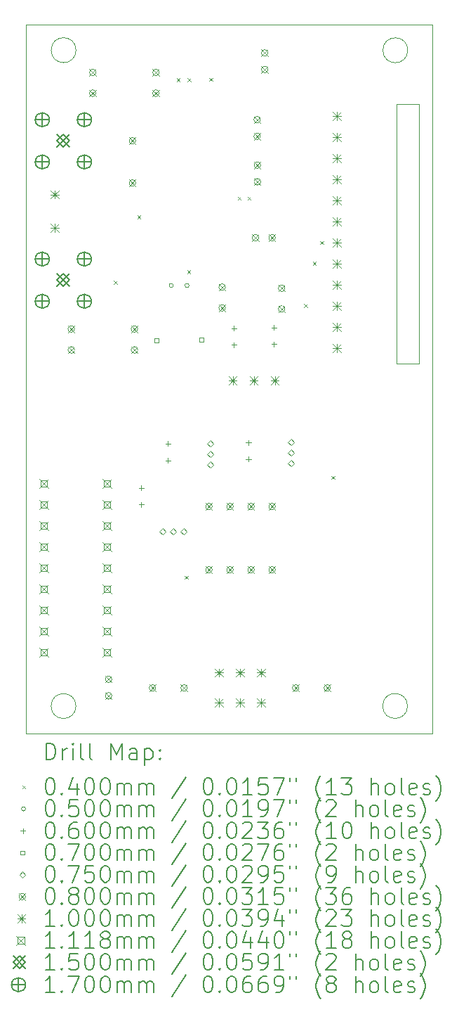
<source format=gbr>
%TF.GenerationSoftware,KiCad,Pcbnew,7.0.1*%
%TF.CreationDate,2023-11-03T16:30:53+00:00*%
%TF.ProjectId,SI4735,53493437-3335-42e6-9b69-6361645f7063,rev?*%
%TF.SameCoordinates,Original*%
%TF.FileFunction,Drillmap*%
%TF.FilePolarity,Positive*%
%FSLAX45Y45*%
G04 Gerber Fmt 4.5, Leading zero omitted, Abs format (unit mm)*
G04 Created by KiCad (PCBNEW 7.0.1) date 2023-11-03 16:30:53*
%MOMM*%
%LPD*%
G01*
G04 APERTURE LIST*
%ADD10C,0.050000*%
%ADD11C,0.200000*%
%ADD12C,0.040000*%
%ADD13C,0.060000*%
%ADD14C,0.070000*%
%ADD15C,0.075000*%
%ADD16C,0.080000*%
%ADD17C,0.100000*%
%ADD18C,0.111760*%
%ADD19C,0.150000*%
%ADD20C,0.170000*%
G04 APERTURE END LIST*
D10*
X17104000Y-8143000D02*
G75*
G03*
X17104000Y-8143000I-150000J0D01*
G01*
X13102000Y-8142000D02*
G75*
G03*
X13102000Y-8142000I-150000J0D01*
G01*
X13101000Y-16038000D02*
G75*
G03*
X13101000Y-16038000I-150000J0D01*
G01*
X16965500Y-8793000D02*
X17237000Y-8793000D01*
X17237000Y-11913000D01*
X16965500Y-11913000D01*
X16965500Y-8793000D01*
X17101000Y-16037000D02*
G75*
G03*
X17101000Y-16037000I-150000J0D01*
G01*
X12496500Y-7836500D02*
X17404000Y-7836500D01*
X17404000Y-16369000D01*
X12496500Y-16369000D01*
X12496500Y-7836500D01*
D11*
D12*
X13557500Y-10915000D02*
X13597500Y-10955000D01*
X13597500Y-10915000D02*
X13557500Y-10955000D01*
X13842500Y-10130000D02*
X13882500Y-10170000D01*
X13882500Y-10130000D02*
X13842500Y-10170000D01*
X14315000Y-8480000D02*
X14355000Y-8520000D01*
X14355000Y-8480000D02*
X14315000Y-8520000D01*
X14415480Y-14470100D02*
X14455480Y-14510100D01*
X14455480Y-14470100D02*
X14415480Y-14510100D01*
X14442500Y-10790000D02*
X14482500Y-10830000D01*
X14482500Y-10790000D02*
X14442500Y-10830000D01*
X14447750Y-8480000D02*
X14487750Y-8520000D01*
X14487750Y-8480000D02*
X14447750Y-8520000D01*
X14707500Y-8475000D02*
X14747500Y-8515000D01*
X14747500Y-8475000D02*
X14707500Y-8515000D01*
X15053000Y-9905000D02*
X15093000Y-9945000D01*
X15093000Y-9905000D02*
X15053000Y-9945000D01*
X15171000Y-9906000D02*
X15211000Y-9946000D01*
X15211000Y-9906000D02*
X15171000Y-9946000D01*
X15855000Y-11200000D02*
X15895000Y-11240000D01*
X15895000Y-11200000D02*
X15855000Y-11240000D01*
X15957500Y-10687500D02*
X15997500Y-10727500D01*
X15997500Y-10687500D02*
X15957500Y-10727500D01*
X16050000Y-10440000D02*
X16090000Y-10480000D01*
X16090000Y-10440000D02*
X16050000Y-10480000D01*
X16180000Y-13267500D02*
X16220000Y-13307500D01*
X16220000Y-13267500D02*
X16180000Y-13307500D01*
D10*
X14275000Y-10975000D02*
G75*
G03*
X14275000Y-10975000I-25000J0D01*
G01*
X14465000Y-10975000D02*
G75*
G03*
X14465000Y-10975000I-25000J0D01*
G01*
D13*
X13887500Y-13382120D02*
X13887500Y-13442120D01*
X13857500Y-13412120D02*
X13917500Y-13412120D01*
X13887500Y-13582120D02*
X13887500Y-13642120D01*
X13857500Y-13612120D02*
X13917500Y-13612120D01*
X14212500Y-12850000D02*
X14212500Y-12910000D01*
X14182500Y-12880000D02*
X14242500Y-12880000D01*
X14212500Y-13050000D02*
X14212500Y-13110000D01*
X14182500Y-13080000D02*
X14242500Y-13080000D01*
X15007500Y-11459760D02*
X15007500Y-11519760D01*
X14977500Y-11489760D02*
X15037500Y-11489760D01*
X15007500Y-11659760D02*
X15007500Y-11719760D01*
X14977500Y-11689760D02*
X15037500Y-11689760D01*
X15182500Y-12834760D02*
X15182500Y-12894760D01*
X15152500Y-12864760D02*
X15212500Y-12864760D01*
X15182500Y-13034760D02*
X15182500Y-13094760D01*
X15152500Y-13064760D02*
X15212500Y-13064760D01*
X15487500Y-11450000D02*
X15487500Y-11510000D01*
X15457500Y-11480000D02*
X15517500Y-11480000D01*
X15487500Y-11650000D02*
X15487500Y-11710000D01*
X15457500Y-11680000D02*
X15517500Y-11680000D01*
D14*
X14099749Y-11658749D02*
X14099749Y-11609251D01*
X14050251Y-11609251D01*
X14050251Y-11658749D01*
X14099749Y-11658749D01*
X14642249Y-11649749D02*
X14642249Y-11600251D01*
X14592751Y-11600251D01*
X14592751Y-11649749D01*
X14642249Y-11649749D01*
D15*
X14146580Y-13974740D02*
X14184080Y-13937240D01*
X14146580Y-13899740D01*
X14109080Y-13937240D01*
X14146580Y-13974740D01*
X14273580Y-13974740D02*
X14311080Y-13937240D01*
X14273580Y-13899740D01*
X14236080Y-13937240D01*
X14273580Y-13974740D01*
X14400580Y-13974740D02*
X14438080Y-13937240D01*
X14400580Y-13899740D01*
X14363080Y-13937240D01*
X14400580Y-13974740D01*
X14721250Y-12917500D02*
X14758750Y-12880000D01*
X14721250Y-12842500D01*
X14683750Y-12880000D01*
X14721250Y-12917500D01*
X14721250Y-13044500D02*
X14758750Y-13007000D01*
X14721250Y-12969500D01*
X14683750Y-13007000D01*
X14721250Y-13044500D01*
X14721250Y-13171500D02*
X14758750Y-13134000D01*
X14721250Y-13096500D01*
X14683750Y-13134000D01*
X14721250Y-13171500D01*
X15695000Y-12899760D02*
X15732500Y-12862260D01*
X15695000Y-12824760D01*
X15657500Y-12862260D01*
X15695000Y-12899760D01*
X15695000Y-13026760D02*
X15732500Y-12989260D01*
X15695000Y-12951760D01*
X15657500Y-12989260D01*
X15695000Y-13026760D01*
X15695000Y-13153760D02*
X15732500Y-13116260D01*
X15695000Y-13078760D01*
X15657500Y-13116260D01*
X15695000Y-13153760D01*
D16*
X13004500Y-11459000D02*
X13084500Y-11539000D01*
X13084500Y-11459000D02*
X13004500Y-11539000D01*
X13084500Y-11499000D02*
G75*
G03*
X13084500Y-11499000I-40000J0D01*
G01*
X13005500Y-11711500D02*
X13085500Y-11791500D01*
X13085500Y-11711500D02*
X13005500Y-11791500D01*
X13085500Y-11751500D02*
G75*
G03*
X13085500Y-11751500I-40000J0D01*
G01*
X13262500Y-8620000D02*
X13342500Y-8700000D01*
X13342500Y-8620000D02*
X13262500Y-8700000D01*
X13342500Y-8660000D02*
G75*
G03*
X13342500Y-8660000I-40000J0D01*
G01*
X13264000Y-8370000D02*
X13344000Y-8450000D01*
X13344000Y-8370000D02*
X13264000Y-8450000D01*
X13344000Y-8410000D02*
G75*
G03*
X13344000Y-8410000I-40000J0D01*
G01*
X13455000Y-15675000D02*
X13535000Y-15755000D01*
X13535000Y-15675000D02*
X13455000Y-15755000D01*
X13535000Y-15715000D02*
G75*
G03*
X13535000Y-15715000I-40000J0D01*
G01*
X13455000Y-15875000D02*
X13535000Y-15955000D01*
X13535000Y-15875000D02*
X13455000Y-15955000D01*
X13535000Y-15915000D02*
G75*
G03*
X13535000Y-15915000I-40000J0D01*
G01*
X13742500Y-9192500D02*
X13822500Y-9272500D01*
X13822500Y-9192500D02*
X13742500Y-9272500D01*
X13822500Y-9232500D02*
G75*
G03*
X13822500Y-9232500I-40000J0D01*
G01*
X13742500Y-9700500D02*
X13822500Y-9780500D01*
X13822500Y-9700500D02*
X13742500Y-9780500D01*
X13822500Y-9740500D02*
G75*
G03*
X13822500Y-9740500I-40000J0D01*
G01*
X13766500Y-11459000D02*
X13846500Y-11539000D01*
X13846500Y-11459000D02*
X13766500Y-11539000D01*
X13846500Y-11499000D02*
G75*
G03*
X13846500Y-11499000I-40000J0D01*
G01*
X13767500Y-11711500D02*
X13847500Y-11791500D01*
X13847500Y-11711500D02*
X13767500Y-11791500D01*
X13847500Y-11751500D02*
G75*
G03*
X13847500Y-11751500I-40000J0D01*
G01*
X13985000Y-15779700D02*
X14065000Y-15859700D01*
X14065000Y-15779700D02*
X13985000Y-15859700D01*
X14065000Y-15819700D02*
G75*
G03*
X14065000Y-15819700I-40000J0D01*
G01*
X14024500Y-8620000D02*
X14104500Y-8700000D01*
X14104500Y-8620000D02*
X14024500Y-8700000D01*
X14104500Y-8660000D02*
G75*
G03*
X14104500Y-8660000I-40000J0D01*
G01*
X14026000Y-8370000D02*
X14106000Y-8450000D01*
X14106000Y-8370000D02*
X14026000Y-8450000D01*
X14106000Y-8410000D02*
G75*
G03*
X14106000Y-8410000I-40000J0D01*
G01*
X14365000Y-15779700D02*
X14445000Y-15859700D01*
X14445000Y-15779700D02*
X14365000Y-15859700D01*
X14445000Y-15819700D02*
G75*
G03*
X14445000Y-15819700I-40000J0D01*
G01*
X14665480Y-13595100D02*
X14745480Y-13675100D01*
X14745480Y-13595100D02*
X14665480Y-13675100D01*
X14745480Y-13635100D02*
G75*
G03*
X14745480Y-13635100I-40000J0D01*
G01*
X14665480Y-14357100D02*
X14745480Y-14437100D01*
X14745480Y-14357100D02*
X14665480Y-14437100D01*
X14745480Y-14397100D02*
G75*
G03*
X14745480Y-14397100I-40000J0D01*
G01*
X14825000Y-10955000D02*
X14905000Y-11035000D01*
X14905000Y-10955000D02*
X14825000Y-11035000D01*
X14905000Y-10995000D02*
G75*
G03*
X14905000Y-10995000I-40000J0D01*
G01*
X14825000Y-11205000D02*
X14905000Y-11285000D01*
X14905000Y-11205000D02*
X14825000Y-11285000D01*
X14905000Y-11245000D02*
G75*
G03*
X14905000Y-11245000I-40000J0D01*
G01*
X14919480Y-13595100D02*
X14999480Y-13675100D01*
X14999480Y-13595100D02*
X14919480Y-13675100D01*
X14999480Y-13635100D02*
G75*
G03*
X14999480Y-13635100I-40000J0D01*
G01*
X14919480Y-14357100D02*
X14999480Y-14437100D01*
X14999480Y-14357100D02*
X14919480Y-14437100D01*
X14999480Y-14397100D02*
G75*
G03*
X14999480Y-14397100I-40000J0D01*
G01*
X15173480Y-13595100D02*
X15253480Y-13675100D01*
X15253480Y-13595100D02*
X15173480Y-13675100D01*
X15253480Y-13635100D02*
G75*
G03*
X15253480Y-13635100I-40000J0D01*
G01*
X15173480Y-14357100D02*
X15253480Y-14437100D01*
X15253480Y-14357100D02*
X15173480Y-14437100D01*
X15253480Y-14397100D02*
G75*
G03*
X15253480Y-14397100I-40000J0D01*
G01*
X15226989Y-10360000D02*
X15306989Y-10440000D01*
X15306989Y-10360000D02*
X15226989Y-10440000D01*
X15306989Y-10400000D02*
G75*
G03*
X15306989Y-10400000I-40000J0D01*
G01*
X15247000Y-8939511D02*
X15327000Y-9019511D01*
X15327000Y-8939511D02*
X15247000Y-9019511D01*
X15327000Y-8979511D02*
G75*
G03*
X15327000Y-8979511I-40000J0D01*
G01*
X15247000Y-9139511D02*
X15327000Y-9219511D01*
X15327000Y-9139511D02*
X15247000Y-9219511D01*
X15327000Y-9179511D02*
G75*
G03*
X15327000Y-9179511I-40000J0D01*
G01*
X15250000Y-9487000D02*
X15330000Y-9567000D01*
X15330000Y-9487000D02*
X15250000Y-9567000D01*
X15330000Y-9527000D02*
G75*
G03*
X15330000Y-9527000I-40000J0D01*
G01*
X15250000Y-9687000D02*
X15330000Y-9767000D01*
X15330000Y-9687000D02*
X15250000Y-9767000D01*
X15330000Y-9727000D02*
G75*
G03*
X15330000Y-9727000I-40000J0D01*
G01*
X15337500Y-8135000D02*
X15417500Y-8215000D01*
X15417500Y-8135000D02*
X15337500Y-8215000D01*
X15417500Y-8175000D02*
G75*
G03*
X15417500Y-8175000I-40000J0D01*
G01*
X15337500Y-8335000D02*
X15417500Y-8415000D01*
X15417500Y-8335000D02*
X15337500Y-8415000D01*
X15417500Y-8375000D02*
G75*
G03*
X15417500Y-8375000I-40000J0D01*
G01*
X15426989Y-10360000D02*
X15506989Y-10440000D01*
X15506989Y-10360000D02*
X15426989Y-10440000D01*
X15506989Y-10400000D02*
G75*
G03*
X15506989Y-10400000I-40000J0D01*
G01*
X15427480Y-13595100D02*
X15507480Y-13675100D01*
X15507480Y-13595100D02*
X15427480Y-13675100D01*
X15507480Y-13635100D02*
G75*
G03*
X15507480Y-13635100I-40000J0D01*
G01*
X15427480Y-14357100D02*
X15507480Y-14437100D01*
X15507480Y-14357100D02*
X15427480Y-14437100D01*
X15507480Y-14397100D02*
G75*
G03*
X15507480Y-14397100I-40000J0D01*
G01*
X15542500Y-10967500D02*
X15622500Y-11047500D01*
X15622500Y-10967500D02*
X15542500Y-11047500D01*
X15622500Y-11007500D02*
G75*
G03*
X15622500Y-11007500I-40000J0D01*
G01*
X15542500Y-11217500D02*
X15622500Y-11297500D01*
X15622500Y-11217500D02*
X15542500Y-11297500D01*
X15622500Y-11257500D02*
G75*
G03*
X15622500Y-11257500I-40000J0D01*
G01*
X15712500Y-15780000D02*
X15792500Y-15860000D01*
X15792500Y-15780000D02*
X15712500Y-15860000D01*
X15792500Y-15820000D02*
G75*
G03*
X15792500Y-15820000I-40000J0D01*
G01*
X16092500Y-15780000D02*
X16172500Y-15860000D01*
X16172500Y-15780000D02*
X16092500Y-15860000D01*
X16172500Y-15820000D02*
G75*
G03*
X16172500Y-15820000I-40000J0D01*
G01*
D17*
X12797500Y-9830000D02*
X12897500Y-9930000D01*
X12897500Y-9830000D02*
X12797500Y-9930000D01*
X12847500Y-9830000D02*
X12847500Y-9930000D01*
X12797500Y-9880000D02*
X12897500Y-9880000D01*
X12797500Y-10230000D02*
X12897500Y-10330000D01*
X12897500Y-10230000D02*
X12797500Y-10330000D01*
X12847500Y-10230000D02*
X12847500Y-10330000D01*
X12797500Y-10280000D02*
X12897500Y-10280000D01*
X14779300Y-15943710D02*
X14879300Y-16043710D01*
X14879300Y-15943710D02*
X14779300Y-16043710D01*
X14829300Y-15943710D02*
X14829300Y-16043710D01*
X14779300Y-15993710D02*
X14879300Y-15993710D01*
X14779800Y-15586210D02*
X14879800Y-15686210D01*
X14879800Y-15586210D02*
X14779800Y-15686210D01*
X14829800Y-15586210D02*
X14829800Y-15686210D01*
X14779800Y-15636210D02*
X14879800Y-15636210D01*
X14942000Y-12070000D02*
X15042000Y-12170000D01*
X15042000Y-12070000D02*
X14942000Y-12170000D01*
X14992000Y-12070000D02*
X14992000Y-12170000D01*
X14942000Y-12120000D02*
X15042000Y-12120000D01*
X15033300Y-15943710D02*
X15133300Y-16043710D01*
X15133300Y-15943710D02*
X15033300Y-16043710D01*
X15083300Y-15943710D02*
X15083300Y-16043710D01*
X15033300Y-15993710D02*
X15133300Y-15993710D01*
X15033800Y-15586210D02*
X15133800Y-15686210D01*
X15133800Y-15586210D02*
X15033800Y-15686210D01*
X15083800Y-15586210D02*
X15083800Y-15686210D01*
X15033800Y-15636210D02*
X15133800Y-15636210D01*
X15196000Y-12070000D02*
X15296000Y-12170000D01*
X15296000Y-12070000D02*
X15196000Y-12170000D01*
X15246000Y-12070000D02*
X15246000Y-12170000D01*
X15196000Y-12120000D02*
X15296000Y-12120000D01*
X15287300Y-15943710D02*
X15387300Y-16043710D01*
X15387300Y-15943710D02*
X15287300Y-16043710D01*
X15337300Y-15943710D02*
X15337300Y-16043710D01*
X15287300Y-15993710D02*
X15387300Y-15993710D01*
X15287800Y-15586210D02*
X15387800Y-15686210D01*
X15387800Y-15586210D02*
X15287800Y-15686210D01*
X15337800Y-15586210D02*
X15337800Y-15686210D01*
X15287800Y-15636210D02*
X15387800Y-15636210D01*
X15450000Y-12070000D02*
X15550000Y-12170000D01*
X15550000Y-12070000D02*
X15450000Y-12170000D01*
X15500000Y-12070000D02*
X15500000Y-12170000D01*
X15450000Y-12120000D02*
X15550000Y-12120000D01*
X16200920Y-8883180D02*
X16300920Y-8983180D01*
X16300920Y-8883180D02*
X16200920Y-8983180D01*
X16250920Y-8883180D02*
X16250920Y-8983180D01*
X16200920Y-8933180D02*
X16300920Y-8933180D01*
X16200920Y-9137180D02*
X16300920Y-9237180D01*
X16300920Y-9137180D02*
X16200920Y-9237180D01*
X16250920Y-9137180D02*
X16250920Y-9237180D01*
X16200920Y-9187180D02*
X16300920Y-9187180D01*
X16200920Y-9391180D02*
X16300920Y-9491180D01*
X16300920Y-9391180D02*
X16200920Y-9491180D01*
X16250920Y-9391180D02*
X16250920Y-9491180D01*
X16200920Y-9441180D02*
X16300920Y-9441180D01*
X16200920Y-9645180D02*
X16300920Y-9745180D01*
X16300920Y-9645180D02*
X16200920Y-9745180D01*
X16250920Y-9645180D02*
X16250920Y-9745180D01*
X16200920Y-9695180D02*
X16300920Y-9695180D01*
X16200920Y-9899180D02*
X16300920Y-9999180D01*
X16300920Y-9899180D02*
X16200920Y-9999180D01*
X16250920Y-9899180D02*
X16250920Y-9999180D01*
X16200920Y-9949180D02*
X16300920Y-9949180D01*
X16200920Y-10153180D02*
X16300920Y-10253180D01*
X16300920Y-10153180D02*
X16200920Y-10253180D01*
X16250920Y-10153180D02*
X16250920Y-10253180D01*
X16200920Y-10203180D02*
X16300920Y-10203180D01*
X16200920Y-10407180D02*
X16300920Y-10507180D01*
X16300920Y-10407180D02*
X16200920Y-10507180D01*
X16250920Y-10407180D02*
X16250920Y-10507180D01*
X16200920Y-10457180D02*
X16300920Y-10457180D01*
X16200920Y-10661180D02*
X16300920Y-10761180D01*
X16300920Y-10661180D02*
X16200920Y-10761180D01*
X16250920Y-10661180D02*
X16250920Y-10761180D01*
X16200920Y-10711180D02*
X16300920Y-10711180D01*
X16200920Y-10915180D02*
X16300920Y-11015180D01*
X16300920Y-10915180D02*
X16200920Y-11015180D01*
X16250920Y-10915180D02*
X16250920Y-11015180D01*
X16200920Y-10965180D02*
X16300920Y-10965180D01*
X16200920Y-11169180D02*
X16300920Y-11269180D01*
X16300920Y-11169180D02*
X16200920Y-11269180D01*
X16250920Y-11169180D02*
X16250920Y-11269180D01*
X16200920Y-11219180D02*
X16300920Y-11219180D01*
X16200920Y-11423180D02*
X16300920Y-11523180D01*
X16300920Y-11423180D02*
X16200920Y-11523180D01*
X16250920Y-11423180D02*
X16250920Y-11523180D01*
X16200920Y-11473180D02*
X16300920Y-11473180D01*
X16200920Y-11677180D02*
X16300920Y-11777180D01*
X16300920Y-11677180D02*
X16200920Y-11777180D01*
X16250920Y-11677180D02*
X16250920Y-11777180D01*
X16200920Y-11727180D02*
X16300920Y-11727180D01*
D18*
X12656620Y-13304120D02*
X12768380Y-13415880D01*
X12768380Y-13304120D02*
X12656620Y-13415880D01*
X12752013Y-13399513D02*
X12752013Y-13320486D01*
X12672986Y-13320486D01*
X12672986Y-13399513D01*
X12752013Y-13399513D01*
X12656620Y-13558120D02*
X12768380Y-13669880D01*
X12768380Y-13558120D02*
X12656620Y-13669880D01*
X12752013Y-13653513D02*
X12752013Y-13574486D01*
X12672986Y-13574486D01*
X12672986Y-13653513D01*
X12752013Y-13653513D01*
X12656620Y-13812120D02*
X12768380Y-13923880D01*
X12768380Y-13812120D02*
X12656620Y-13923880D01*
X12752013Y-13907513D02*
X12752013Y-13828486D01*
X12672986Y-13828486D01*
X12672986Y-13907513D01*
X12752013Y-13907513D01*
X12656620Y-14066120D02*
X12768380Y-14177880D01*
X12768380Y-14066120D02*
X12656620Y-14177880D01*
X12752013Y-14161513D02*
X12752013Y-14082486D01*
X12672986Y-14082486D01*
X12672986Y-14161513D01*
X12752013Y-14161513D01*
X12656620Y-14320120D02*
X12768380Y-14431880D01*
X12768380Y-14320120D02*
X12656620Y-14431880D01*
X12752013Y-14415513D02*
X12752013Y-14336486D01*
X12672986Y-14336486D01*
X12672986Y-14415513D01*
X12752013Y-14415513D01*
X12656620Y-14574120D02*
X12768380Y-14685880D01*
X12768380Y-14574120D02*
X12656620Y-14685880D01*
X12752013Y-14669513D02*
X12752013Y-14590486D01*
X12672986Y-14590486D01*
X12672986Y-14669513D01*
X12752013Y-14669513D01*
X12656620Y-14828120D02*
X12768380Y-14939880D01*
X12768380Y-14828120D02*
X12656620Y-14939880D01*
X12752013Y-14923513D02*
X12752013Y-14844486D01*
X12672986Y-14844486D01*
X12672986Y-14923513D01*
X12752013Y-14923513D01*
X12656620Y-15082120D02*
X12768380Y-15193880D01*
X12768380Y-15082120D02*
X12656620Y-15193880D01*
X12752013Y-15177513D02*
X12752013Y-15098486D01*
X12672986Y-15098486D01*
X12672986Y-15177513D01*
X12752013Y-15177513D01*
X12656620Y-15336120D02*
X12768380Y-15447880D01*
X12768380Y-15336120D02*
X12656620Y-15447880D01*
X12752013Y-15431513D02*
X12752013Y-15352486D01*
X12672986Y-15352486D01*
X12672986Y-15431513D01*
X12752013Y-15431513D01*
X13418620Y-13304120D02*
X13530380Y-13415880D01*
X13530380Y-13304120D02*
X13418620Y-13415880D01*
X13514013Y-13399513D02*
X13514013Y-13320486D01*
X13434986Y-13320486D01*
X13434986Y-13399513D01*
X13514013Y-13399513D01*
X13418620Y-13558120D02*
X13530380Y-13669880D01*
X13530380Y-13558120D02*
X13418620Y-13669880D01*
X13514013Y-13653513D02*
X13514013Y-13574486D01*
X13434986Y-13574486D01*
X13434986Y-13653513D01*
X13514013Y-13653513D01*
X13418620Y-13812120D02*
X13530380Y-13923880D01*
X13530380Y-13812120D02*
X13418620Y-13923880D01*
X13514013Y-13907513D02*
X13514013Y-13828486D01*
X13434986Y-13828486D01*
X13434986Y-13907513D01*
X13514013Y-13907513D01*
X13418620Y-14066120D02*
X13530380Y-14177880D01*
X13530380Y-14066120D02*
X13418620Y-14177880D01*
X13514013Y-14161513D02*
X13514013Y-14082486D01*
X13434986Y-14082486D01*
X13434986Y-14161513D01*
X13514013Y-14161513D01*
X13418620Y-14320120D02*
X13530380Y-14431880D01*
X13530380Y-14320120D02*
X13418620Y-14431880D01*
X13514013Y-14415513D02*
X13514013Y-14336486D01*
X13434986Y-14336486D01*
X13434986Y-14415513D01*
X13514013Y-14415513D01*
X13418620Y-14574120D02*
X13530380Y-14685880D01*
X13530380Y-14574120D02*
X13418620Y-14685880D01*
X13514013Y-14669513D02*
X13514013Y-14590486D01*
X13434986Y-14590486D01*
X13434986Y-14669513D01*
X13514013Y-14669513D01*
X13418620Y-14828120D02*
X13530380Y-14939880D01*
X13530380Y-14828120D02*
X13418620Y-14939880D01*
X13514013Y-14923513D02*
X13514013Y-14844486D01*
X13434986Y-14844486D01*
X13434986Y-14923513D01*
X13514013Y-14923513D01*
X13418620Y-15082120D02*
X13530380Y-15193880D01*
X13530380Y-15082120D02*
X13418620Y-15193880D01*
X13514013Y-15177513D02*
X13514013Y-15098486D01*
X13434986Y-15098486D01*
X13434986Y-15177513D01*
X13514013Y-15177513D01*
X13418620Y-15336120D02*
X13530380Y-15447880D01*
X13530380Y-15336120D02*
X13418620Y-15447880D01*
X13514013Y-15431513D02*
X13514013Y-15352486D01*
X13434986Y-15352486D01*
X13434986Y-15431513D01*
X13514013Y-15431513D01*
D19*
X12873500Y-10836000D02*
X13023500Y-10986000D01*
X13023500Y-10836000D02*
X12873500Y-10986000D01*
X12948500Y-10986000D02*
X13023500Y-10911000D01*
X12948500Y-10836000D01*
X12873500Y-10911000D01*
X12948500Y-10986000D01*
X12874000Y-9159000D02*
X13024000Y-9309000D01*
X13024000Y-9159000D02*
X12874000Y-9309000D01*
X12949000Y-9309000D02*
X13024000Y-9234000D01*
X12949000Y-9159000D01*
X12874000Y-9234000D01*
X12949000Y-9309000D01*
D20*
X12694500Y-10572000D02*
X12694500Y-10742000D01*
X12609500Y-10657000D02*
X12779500Y-10657000D01*
X12779500Y-10657000D02*
G75*
G03*
X12779500Y-10657000I-85000J0D01*
G01*
X12694500Y-11080000D02*
X12694500Y-11250000D01*
X12609500Y-11165000D02*
X12779500Y-11165000D01*
X12779500Y-11165000D02*
G75*
G03*
X12779500Y-11165000I-85000J0D01*
G01*
X12695000Y-8895000D02*
X12695000Y-9065000D01*
X12610000Y-8980000D02*
X12780000Y-8980000D01*
X12780000Y-8980000D02*
G75*
G03*
X12780000Y-8980000I-85000J0D01*
G01*
X12695000Y-9403000D02*
X12695000Y-9573000D01*
X12610000Y-9488000D02*
X12780000Y-9488000D01*
X12780000Y-9488000D02*
G75*
G03*
X12780000Y-9488000I-85000J0D01*
G01*
X13202500Y-10572000D02*
X13202500Y-10742000D01*
X13117500Y-10657000D02*
X13287500Y-10657000D01*
X13287500Y-10657000D02*
G75*
G03*
X13287500Y-10657000I-85000J0D01*
G01*
X13202500Y-11080000D02*
X13202500Y-11250000D01*
X13117500Y-11165000D02*
X13287500Y-11165000D01*
X13287500Y-11165000D02*
G75*
G03*
X13287500Y-11165000I-85000J0D01*
G01*
X13203000Y-8895000D02*
X13203000Y-9065000D01*
X13118000Y-8980000D02*
X13288000Y-8980000D01*
X13288000Y-8980000D02*
G75*
G03*
X13288000Y-8980000I-85000J0D01*
G01*
X13203000Y-9403000D02*
X13203000Y-9573000D01*
X13118000Y-9488000D02*
X13288000Y-9488000D01*
X13288000Y-9488000D02*
G75*
G03*
X13288000Y-9488000I-85000J0D01*
G01*
D11*
X12741119Y-16684024D02*
X12741119Y-16484024D01*
X12741119Y-16484024D02*
X12788738Y-16484024D01*
X12788738Y-16484024D02*
X12817309Y-16493548D01*
X12817309Y-16493548D02*
X12836357Y-16512595D01*
X12836357Y-16512595D02*
X12845881Y-16531643D01*
X12845881Y-16531643D02*
X12855405Y-16569738D01*
X12855405Y-16569738D02*
X12855405Y-16598309D01*
X12855405Y-16598309D02*
X12845881Y-16636405D01*
X12845881Y-16636405D02*
X12836357Y-16655452D01*
X12836357Y-16655452D02*
X12817309Y-16674500D01*
X12817309Y-16674500D02*
X12788738Y-16684024D01*
X12788738Y-16684024D02*
X12741119Y-16684024D01*
X12941119Y-16684024D02*
X12941119Y-16550690D01*
X12941119Y-16588786D02*
X12950643Y-16569738D01*
X12950643Y-16569738D02*
X12960167Y-16560214D01*
X12960167Y-16560214D02*
X12979214Y-16550690D01*
X12979214Y-16550690D02*
X12998262Y-16550690D01*
X13064928Y-16684024D02*
X13064928Y-16550690D01*
X13064928Y-16484024D02*
X13055405Y-16493548D01*
X13055405Y-16493548D02*
X13064928Y-16503071D01*
X13064928Y-16503071D02*
X13074452Y-16493548D01*
X13074452Y-16493548D02*
X13064928Y-16484024D01*
X13064928Y-16484024D02*
X13064928Y-16503071D01*
X13188738Y-16684024D02*
X13169690Y-16674500D01*
X13169690Y-16674500D02*
X13160167Y-16655452D01*
X13160167Y-16655452D02*
X13160167Y-16484024D01*
X13293500Y-16684024D02*
X13274452Y-16674500D01*
X13274452Y-16674500D02*
X13264928Y-16655452D01*
X13264928Y-16655452D02*
X13264928Y-16484024D01*
X13522071Y-16684024D02*
X13522071Y-16484024D01*
X13522071Y-16484024D02*
X13588738Y-16626881D01*
X13588738Y-16626881D02*
X13655405Y-16484024D01*
X13655405Y-16484024D02*
X13655405Y-16684024D01*
X13836357Y-16684024D02*
X13836357Y-16579262D01*
X13836357Y-16579262D02*
X13826833Y-16560214D01*
X13826833Y-16560214D02*
X13807786Y-16550690D01*
X13807786Y-16550690D02*
X13769690Y-16550690D01*
X13769690Y-16550690D02*
X13750643Y-16560214D01*
X13836357Y-16674500D02*
X13817309Y-16684024D01*
X13817309Y-16684024D02*
X13769690Y-16684024D01*
X13769690Y-16684024D02*
X13750643Y-16674500D01*
X13750643Y-16674500D02*
X13741119Y-16655452D01*
X13741119Y-16655452D02*
X13741119Y-16636405D01*
X13741119Y-16636405D02*
X13750643Y-16617357D01*
X13750643Y-16617357D02*
X13769690Y-16607833D01*
X13769690Y-16607833D02*
X13817309Y-16607833D01*
X13817309Y-16607833D02*
X13836357Y-16598309D01*
X13931595Y-16550690D02*
X13931595Y-16750690D01*
X13931595Y-16560214D02*
X13950643Y-16550690D01*
X13950643Y-16550690D02*
X13988738Y-16550690D01*
X13988738Y-16550690D02*
X14007786Y-16560214D01*
X14007786Y-16560214D02*
X14017309Y-16569738D01*
X14017309Y-16569738D02*
X14026833Y-16588786D01*
X14026833Y-16588786D02*
X14026833Y-16645928D01*
X14026833Y-16645928D02*
X14017309Y-16664976D01*
X14017309Y-16664976D02*
X14007786Y-16674500D01*
X14007786Y-16674500D02*
X13988738Y-16684024D01*
X13988738Y-16684024D02*
X13950643Y-16684024D01*
X13950643Y-16684024D02*
X13931595Y-16674500D01*
X14112548Y-16664976D02*
X14122071Y-16674500D01*
X14122071Y-16674500D02*
X14112548Y-16684024D01*
X14112548Y-16684024D02*
X14103024Y-16674500D01*
X14103024Y-16674500D02*
X14112548Y-16664976D01*
X14112548Y-16664976D02*
X14112548Y-16684024D01*
X14112548Y-16560214D02*
X14122071Y-16569738D01*
X14122071Y-16569738D02*
X14112548Y-16579262D01*
X14112548Y-16579262D02*
X14103024Y-16569738D01*
X14103024Y-16569738D02*
X14112548Y-16560214D01*
X14112548Y-16560214D02*
X14112548Y-16579262D01*
D12*
X12453500Y-16991500D02*
X12493500Y-17031500D01*
X12493500Y-16991500D02*
X12453500Y-17031500D01*
D11*
X12779214Y-16904024D02*
X12798262Y-16904024D01*
X12798262Y-16904024D02*
X12817309Y-16913548D01*
X12817309Y-16913548D02*
X12826833Y-16923071D01*
X12826833Y-16923071D02*
X12836357Y-16942119D01*
X12836357Y-16942119D02*
X12845881Y-16980214D01*
X12845881Y-16980214D02*
X12845881Y-17027833D01*
X12845881Y-17027833D02*
X12836357Y-17065929D01*
X12836357Y-17065929D02*
X12826833Y-17084976D01*
X12826833Y-17084976D02*
X12817309Y-17094500D01*
X12817309Y-17094500D02*
X12798262Y-17104024D01*
X12798262Y-17104024D02*
X12779214Y-17104024D01*
X12779214Y-17104024D02*
X12760167Y-17094500D01*
X12760167Y-17094500D02*
X12750643Y-17084976D01*
X12750643Y-17084976D02*
X12741119Y-17065929D01*
X12741119Y-17065929D02*
X12731595Y-17027833D01*
X12731595Y-17027833D02*
X12731595Y-16980214D01*
X12731595Y-16980214D02*
X12741119Y-16942119D01*
X12741119Y-16942119D02*
X12750643Y-16923071D01*
X12750643Y-16923071D02*
X12760167Y-16913548D01*
X12760167Y-16913548D02*
X12779214Y-16904024D01*
X12931595Y-17084976D02*
X12941119Y-17094500D01*
X12941119Y-17094500D02*
X12931595Y-17104024D01*
X12931595Y-17104024D02*
X12922071Y-17094500D01*
X12922071Y-17094500D02*
X12931595Y-17084976D01*
X12931595Y-17084976D02*
X12931595Y-17104024D01*
X13112548Y-16970690D02*
X13112548Y-17104024D01*
X13064928Y-16894500D02*
X13017309Y-17037357D01*
X13017309Y-17037357D02*
X13141119Y-17037357D01*
X13255405Y-16904024D02*
X13274452Y-16904024D01*
X13274452Y-16904024D02*
X13293500Y-16913548D01*
X13293500Y-16913548D02*
X13303024Y-16923071D01*
X13303024Y-16923071D02*
X13312548Y-16942119D01*
X13312548Y-16942119D02*
X13322071Y-16980214D01*
X13322071Y-16980214D02*
X13322071Y-17027833D01*
X13322071Y-17027833D02*
X13312548Y-17065929D01*
X13312548Y-17065929D02*
X13303024Y-17084976D01*
X13303024Y-17084976D02*
X13293500Y-17094500D01*
X13293500Y-17094500D02*
X13274452Y-17104024D01*
X13274452Y-17104024D02*
X13255405Y-17104024D01*
X13255405Y-17104024D02*
X13236357Y-17094500D01*
X13236357Y-17094500D02*
X13226833Y-17084976D01*
X13226833Y-17084976D02*
X13217309Y-17065929D01*
X13217309Y-17065929D02*
X13207786Y-17027833D01*
X13207786Y-17027833D02*
X13207786Y-16980214D01*
X13207786Y-16980214D02*
X13217309Y-16942119D01*
X13217309Y-16942119D02*
X13226833Y-16923071D01*
X13226833Y-16923071D02*
X13236357Y-16913548D01*
X13236357Y-16913548D02*
X13255405Y-16904024D01*
X13445881Y-16904024D02*
X13464929Y-16904024D01*
X13464929Y-16904024D02*
X13483976Y-16913548D01*
X13483976Y-16913548D02*
X13493500Y-16923071D01*
X13493500Y-16923071D02*
X13503024Y-16942119D01*
X13503024Y-16942119D02*
X13512548Y-16980214D01*
X13512548Y-16980214D02*
X13512548Y-17027833D01*
X13512548Y-17027833D02*
X13503024Y-17065929D01*
X13503024Y-17065929D02*
X13493500Y-17084976D01*
X13493500Y-17084976D02*
X13483976Y-17094500D01*
X13483976Y-17094500D02*
X13464929Y-17104024D01*
X13464929Y-17104024D02*
X13445881Y-17104024D01*
X13445881Y-17104024D02*
X13426833Y-17094500D01*
X13426833Y-17094500D02*
X13417309Y-17084976D01*
X13417309Y-17084976D02*
X13407786Y-17065929D01*
X13407786Y-17065929D02*
X13398262Y-17027833D01*
X13398262Y-17027833D02*
X13398262Y-16980214D01*
X13398262Y-16980214D02*
X13407786Y-16942119D01*
X13407786Y-16942119D02*
X13417309Y-16923071D01*
X13417309Y-16923071D02*
X13426833Y-16913548D01*
X13426833Y-16913548D02*
X13445881Y-16904024D01*
X13598262Y-17104024D02*
X13598262Y-16970690D01*
X13598262Y-16989738D02*
X13607786Y-16980214D01*
X13607786Y-16980214D02*
X13626833Y-16970690D01*
X13626833Y-16970690D02*
X13655405Y-16970690D01*
X13655405Y-16970690D02*
X13674452Y-16980214D01*
X13674452Y-16980214D02*
X13683976Y-16999262D01*
X13683976Y-16999262D02*
X13683976Y-17104024D01*
X13683976Y-16999262D02*
X13693500Y-16980214D01*
X13693500Y-16980214D02*
X13712548Y-16970690D01*
X13712548Y-16970690D02*
X13741119Y-16970690D01*
X13741119Y-16970690D02*
X13760167Y-16980214D01*
X13760167Y-16980214D02*
X13769690Y-16999262D01*
X13769690Y-16999262D02*
X13769690Y-17104024D01*
X13864929Y-17104024D02*
X13864929Y-16970690D01*
X13864929Y-16989738D02*
X13874452Y-16980214D01*
X13874452Y-16980214D02*
X13893500Y-16970690D01*
X13893500Y-16970690D02*
X13922071Y-16970690D01*
X13922071Y-16970690D02*
X13941119Y-16980214D01*
X13941119Y-16980214D02*
X13950643Y-16999262D01*
X13950643Y-16999262D02*
X13950643Y-17104024D01*
X13950643Y-16999262D02*
X13960167Y-16980214D01*
X13960167Y-16980214D02*
X13979214Y-16970690D01*
X13979214Y-16970690D02*
X14007786Y-16970690D01*
X14007786Y-16970690D02*
X14026833Y-16980214D01*
X14026833Y-16980214D02*
X14036357Y-16999262D01*
X14036357Y-16999262D02*
X14036357Y-17104024D01*
X14426833Y-16894500D02*
X14255405Y-17151643D01*
X14683976Y-16904024D02*
X14703024Y-16904024D01*
X14703024Y-16904024D02*
X14722072Y-16913548D01*
X14722072Y-16913548D02*
X14731595Y-16923071D01*
X14731595Y-16923071D02*
X14741119Y-16942119D01*
X14741119Y-16942119D02*
X14750643Y-16980214D01*
X14750643Y-16980214D02*
X14750643Y-17027833D01*
X14750643Y-17027833D02*
X14741119Y-17065929D01*
X14741119Y-17065929D02*
X14731595Y-17084976D01*
X14731595Y-17084976D02*
X14722072Y-17094500D01*
X14722072Y-17094500D02*
X14703024Y-17104024D01*
X14703024Y-17104024D02*
X14683976Y-17104024D01*
X14683976Y-17104024D02*
X14664929Y-17094500D01*
X14664929Y-17094500D02*
X14655405Y-17084976D01*
X14655405Y-17084976D02*
X14645881Y-17065929D01*
X14645881Y-17065929D02*
X14636357Y-17027833D01*
X14636357Y-17027833D02*
X14636357Y-16980214D01*
X14636357Y-16980214D02*
X14645881Y-16942119D01*
X14645881Y-16942119D02*
X14655405Y-16923071D01*
X14655405Y-16923071D02*
X14664929Y-16913548D01*
X14664929Y-16913548D02*
X14683976Y-16904024D01*
X14836357Y-17084976D02*
X14845881Y-17094500D01*
X14845881Y-17094500D02*
X14836357Y-17104024D01*
X14836357Y-17104024D02*
X14826833Y-17094500D01*
X14826833Y-17094500D02*
X14836357Y-17084976D01*
X14836357Y-17084976D02*
X14836357Y-17104024D01*
X14969691Y-16904024D02*
X14988738Y-16904024D01*
X14988738Y-16904024D02*
X15007786Y-16913548D01*
X15007786Y-16913548D02*
X15017310Y-16923071D01*
X15017310Y-16923071D02*
X15026833Y-16942119D01*
X15026833Y-16942119D02*
X15036357Y-16980214D01*
X15036357Y-16980214D02*
X15036357Y-17027833D01*
X15036357Y-17027833D02*
X15026833Y-17065929D01*
X15026833Y-17065929D02*
X15017310Y-17084976D01*
X15017310Y-17084976D02*
X15007786Y-17094500D01*
X15007786Y-17094500D02*
X14988738Y-17104024D01*
X14988738Y-17104024D02*
X14969691Y-17104024D01*
X14969691Y-17104024D02*
X14950643Y-17094500D01*
X14950643Y-17094500D02*
X14941119Y-17084976D01*
X14941119Y-17084976D02*
X14931595Y-17065929D01*
X14931595Y-17065929D02*
X14922072Y-17027833D01*
X14922072Y-17027833D02*
X14922072Y-16980214D01*
X14922072Y-16980214D02*
X14931595Y-16942119D01*
X14931595Y-16942119D02*
X14941119Y-16923071D01*
X14941119Y-16923071D02*
X14950643Y-16913548D01*
X14950643Y-16913548D02*
X14969691Y-16904024D01*
X15226833Y-17104024D02*
X15112548Y-17104024D01*
X15169691Y-17104024D02*
X15169691Y-16904024D01*
X15169691Y-16904024D02*
X15150643Y-16932595D01*
X15150643Y-16932595D02*
X15131595Y-16951643D01*
X15131595Y-16951643D02*
X15112548Y-16961167D01*
X15407786Y-16904024D02*
X15312548Y-16904024D01*
X15312548Y-16904024D02*
X15303024Y-16999262D01*
X15303024Y-16999262D02*
X15312548Y-16989738D01*
X15312548Y-16989738D02*
X15331595Y-16980214D01*
X15331595Y-16980214D02*
X15379214Y-16980214D01*
X15379214Y-16980214D02*
X15398262Y-16989738D01*
X15398262Y-16989738D02*
X15407786Y-16999262D01*
X15407786Y-16999262D02*
X15417310Y-17018310D01*
X15417310Y-17018310D02*
X15417310Y-17065929D01*
X15417310Y-17065929D02*
X15407786Y-17084976D01*
X15407786Y-17084976D02*
X15398262Y-17094500D01*
X15398262Y-17094500D02*
X15379214Y-17104024D01*
X15379214Y-17104024D02*
X15331595Y-17104024D01*
X15331595Y-17104024D02*
X15312548Y-17094500D01*
X15312548Y-17094500D02*
X15303024Y-17084976D01*
X15483976Y-16904024D02*
X15617310Y-16904024D01*
X15617310Y-16904024D02*
X15531595Y-17104024D01*
X15683976Y-16904024D02*
X15683976Y-16942119D01*
X15760167Y-16904024D02*
X15760167Y-16942119D01*
X16055405Y-17180214D02*
X16045881Y-17170690D01*
X16045881Y-17170690D02*
X16026834Y-17142119D01*
X16026834Y-17142119D02*
X16017310Y-17123071D01*
X16017310Y-17123071D02*
X16007786Y-17094500D01*
X16007786Y-17094500D02*
X15998262Y-17046881D01*
X15998262Y-17046881D02*
X15998262Y-17008786D01*
X15998262Y-17008786D02*
X16007786Y-16961167D01*
X16007786Y-16961167D02*
X16017310Y-16932595D01*
X16017310Y-16932595D02*
X16026834Y-16913548D01*
X16026834Y-16913548D02*
X16045881Y-16884976D01*
X16045881Y-16884976D02*
X16055405Y-16875452D01*
X16236357Y-17104024D02*
X16122072Y-17104024D01*
X16179214Y-17104024D02*
X16179214Y-16904024D01*
X16179214Y-16904024D02*
X16160167Y-16932595D01*
X16160167Y-16932595D02*
X16141119Y-16951643D01*
X16141119Y-16951643D02*
X16122072Y-16961167D01*
X16303024Y-16904024D02*
X16426834Y-16904024D01*
X16426834Y-16904024D02*
X16360167Y-16980214D01*
X16360167Y-16980214D02*
X16388738Y-16980214D01*
X16388738Y-16980214D02*
X16407786Y-16989738D01*
X16407786Y-16989738D02*
X16417310Y-16999262D01*
X16417310Y-16999262D02*
X16426834Y-17018310D01*
X16426834Y-17018310D02*
X16426834Y-17065929D01*
X16426834Y-17065929D02*
X16417310Y-17084976D01*
X16417310Y-17084976D02*
X16407786Y-17094500D01*
X16407786Y-17094500D02*
X16388738Y-17104024D01*
X16388738Y-17104024D02*
X16331595Y-17104024D01*
X16331595Y-17104024D02*
X16312548Y-17094500D01*
X16312548Y-17094500D02*
X16303024Y-17084976D01*
X16664929Y-17104024D02*
X16664929Y-16904024D01*
X16750643Y-17104024D02*
X16750643Y-16999262D01*
X16750643Y-16999262D02*
X16741119Y-16980214D01*
X16741119Y-16980214D02*
X16722072Y-16970690D01*
X16722072Y-16970690D02*
X16693500Y-16970690D01*
X16693500Y-16970690D02*
X16674453Y-16980214D01*
X16674453Y-16980214D02*
X16664929Y-16989738D01*
X16874453Y-17104024D02*
X16855405Y-17094500D01*
X16855405Y-17094500D02*
X16845881Y-17084976D01*
X16845881Y-17084976D02*
X16836358Y-17065929D01*
X16836358Y-17065929D02*
X16836358Y-17008786D01*
X16836358Y-17008786D02*
X16845881Y-16989738D01*
X16845881Y-16989738D02*
X16855405Y-16980214D01*
X16855405Y-16980214D02*
X16874453Y-16970690D01*
X16874453Y-16970690D02*
X16903024Y-16970690D01*
X16903024Y-16970690D02*
X16922072Y-16980214D01*
X16922072Y-16980214D02*
X16931596Y-16989738D01*
X16931596Y-16989738D02*
X16941119Y-17008786D01*
X16941119Y-17008786D02*
X16941119Y-17065929D01*
X16941119Y-17065929D02*
X16931596Y-17084976D01*
X16931596Y-17084976D02*
X16922072Y-17094500D01*
X16922072Y-17094500D02*
X16903024Y-17104024D01*
X16903024Y-17104024D02*
X16874453Y-17104024D01*
X17055405Y-17104024D02*
X17036358Y-17094500D01*
X17036358Y-17094500D02*
X17026834Y-17075452D01*
X17026834Y-17075452D02*
X17026834Y-16904024D01*
X17207786Y-17094500D02*
X17188739Y-17104024D01*
X17188739Y-17104024D02*
X17150643Y-17104024D01*
X17150643Y-17104024D02*
X17131596Y-17094500D01*
X17131596Y-17094500D02*
X17122072Y-17075452D01*
X17122072Y-17075452D02*
X17122072Y-16999262D01*
X17122072Y-16999262D02*
X17131596Y-16980214D01*
X17131596Y-16980214D02*
X17150643Y-16970690D01*
X17150643Y-16970690D02*
X17188739Y-16970690D01*
X17188739Y-16970690D02*
X17207786Y-16980214D01*
X17207786Y-16980214D02*
X17217310Y-16999262D01*
X17217310Y-16999262D02*
X17217310Y-17018310D01*
X17217310Y-17018310D02*
X17122072Y-17037357D01*
X17293500Y-17094500D02*
X17312548Y-17104024D01*
X17312548Y-17104024D02*
X17350643Y-17104024D01*
X17350643Y-17104024D02*
X17369691Y-17094500D01*
X17369691Y-17094500D02*
X17379215Y-17075452D01*
X17379215Y-17075452D02*
X17379215Y-17065929D01*
X17379215Y-17065929D02*
X17369691Y-17046881D01*
X17369691Y-17046881D02*
X17350643Y-17037357D01*
X17350643Y-17037357D02*
X17322072Y-17037357D01*
X17322072Y-17037357D02*
X17303024Y-17027833D01*
X17303024Y-17027833D02*
X17293500Y-17008786D01*
X17293500Y-17008786D02*
X17293500Y-16999262D01*
X17293500Y-16999262D02*
X17303024Y-16980214D01*
X17303024Y-16980214D02*
X17322072Y-16970690D01*
X17322072Y-16970690D02*
X17350643Y-16970690D01*
X17350643Y-16970690D02*
X17369691Y-16980214D01*
X17445881Y-17180214D02*
X17455405Y-17170690D01*
X17455405Y-17170690D02*
X17474453Y-17142119D01*
X17474453Y-17142119D02*
X17483977Y-17123071D01*
X17483977Y-17123071D02*
X17493500Y-17094500D01*
X17493500Y-17094500D02*
X17503024Y-17046881D01*
X17503024Y-17046881D02*
X17503024Y-17008786D01*
X17503024Y-17008786D02*
X17493500Y-16961167D01*
X17493500Y-16961167D02*
X17483977Y-16932595D01*
X17483977Y-16932595D02*
X17474453Y-16913548D01*
X17474453Y-16913548D02*
X17455405Y-16884976D01*
X17455405Y-16884976D02*
X17445881Y-16875452D01*
D10*
X12493500Y-17275500D02*
G75*
G03*
X12493500Y-17275500I-25000J0D01*
G01*
D11*
X12779214Y-17168024D02*
X12798262Y-17168024D01*
X12798262Y-17168024D02*
X12817309Y-17177548D01*
X12817309Y-17177548D02*
X12826833Y-17187071D01*
X12826833Y-17187071D02*
X12836357Y-17206119D01*
X12836357Y-17206119D02*
X12845881Y-17244214D01*
X12845881Y-17244214D02*
X12845881Y-17291833D01*
X12845881Y-17291833D02*
X12836357Y-17329929D01*
X12836357Y-17329929D02*
X12826833Y-17348976D01*
X12826833Y-17348976D02*
X12817309Y-17358500D01*
X12817309Y-17358500D02*
X12798262Y-17368024D01*
X12798262Y-17368024D02*
X12779214Y-17368024D01*
X12779214Y-17368024D02*
X12760167Y-17358500D01*
X12760167Y-17358500D02*
X12750643Y-17348976D01*
X12750643Y-17348976D02*
X12741119Y-17329929D01*
X12741119Y-17329929D02*
X12731595Y-17291833D01*
X12731595Y-17291833D02*
X12731595Y-17244214D01*
X12731595Y-17244214D02*
X12741119Y-17206119D01*
X12741119Y-17206119D02*
X12750643Y-17187071D01*
X12750643Y-17187071D02*
X12760167Y-17177548D01*
X12760167Y-17177548D02*
X12779214Y-17168024D01*
X12931595Y-17348976D02*
X12941119Y-17358500D01*
X12941119Y-17358500D02*
X12931595Y-17368024D01*
X12931595Y-17368024D02*
X12922071Y-17358500D01*
X12922071Y-17358500D02*
X12931595Y-17348976D01*
X12931595Y-17348976D02*
X12931595Y-17368024D01*
X13122071Y-17168024D02*
X13026833Y-17168024D01*
X13026833Y-17168024D02*
X13017309Y-17263262D01*
X13017309Y-17263262D02*
X13026833Y-17253738D01*
X13026833Y-17253738D02*
X13045881Y-17244214D01*
X13045881Y-17244214D02*
X13093500Y-17244214D01*
X13093500Y-17244214D02*
X13112548Y-17253738D01*
X13112548Y-17253738D02*
X13122071Y-17263262D01*
X13122071Y-17263262D02*
X13131595Y-17282310D01*
X13131595Y-17282310D02*
X13131595Y-17329929D01*
X13131595Y-17329929D02*
X13122071Y-17348976D01*
X13122071Y-17348976D02*
X13112548Y-17358500D01*
X13112548Y-17358500D02*
X13093500Y-17368024D01*
X13093500Y-17368024D02*
X13045881Y-17368024D01*
X13045881Y-17368024D02*
X13026833Y-17358500D01*
X13026833Y-17358500D02*
X13017309Y-17348976D01*
X13255405Y-17168024D02*
X13274452Y-17168024D01*
X13274452Y-17168024D02*
X13293500Y-17177548D01*
X13293500Y-17177548D02*
X13303024Y-17187071D01*
X13303024Y-17187071D02*
X13312548Y-17206119D01*
X13312548Y-17206119D02*
X13322071Y-17244214D01*
X13322071Y-17244214D02*
X13322071Y-17291833D01*
X13322071Y-17291833D02*
X13312548Y-17329929D01*
X13312548Y-17329929D02*
X13303024Y-17348976D01*
X13303024Y-17348976D02*
X13293500Y-17358500D01*
X13293500Y-17358500D02*
X13274452Y-17368024D01*
X13274452Y-17368024D02*
X13255405Y-17368024D01*
X13255405Y-17368024D02*
X13236357Y-17358500D01*
X13236357Y-17358500D02*
X13226833Y-17348976D01*
X13226833Y-17348976D02*
X13217309Y-17329929D01*
X13217309Y-17329929D02*
X13207786Y-17291833D01*
X13207786Y-17291833D02*
X13207786Y-17244214D01*
X13207786Y-17244214D02*
X13217309Y-17206119D01*
X13217309Y-17206119D02*
X13226833Y-17187071D01*
X13226833Y-17187071D02*
X13236357Y-17177548D01*
X13236357Y-17177548D02*
X13255405Y-17168024D01*
X13445881Y-17168024D02*
X13464929Y-17168024D01*
X13464929Y-17168024D02*
X13483976Y-17177548D01*
X13483976Y-17177548D02*
X13493500Y-17187071D01*
X13493500Y-17187071D02*
X13503024Y-17206119D01*
X13503024Y-17206119D02*
X13512548Y-17244214D01*
X13512548Y-17244214D02*
X13512548Y-17291833D01*
X13512548Y-17291833D02*
X13503024Y-17329929D01*
X13503024Y-17329929D02*
X13493500Y-17348976D01*
X13493500Y-17348976D02*
X13483976Y-17358500D01*
X13483976Y-17358500D02*
X13464929Y-17368024D01*
X13464929Y-17368024D02*
X13445881Y-17368024D01*
X13445881Y-17368024D02*
X13426833Y-17358500D01*
X13426833Y-17358500D02*
X13417309Y-17348976D01*
X13417309Y-17348976D02*
X13407786Y-17329929D01*
X13407786Y-17329929D02*
X13398262Y-17291833D01*
X13398262Y-17291833D02*
X13398262Y-17244214D01*
X13398262Y-17244214D02*
X13407786Y-17206119D01*
X13407786Y-17206119D02*
X13417309Y-17187071D01*
X13417309Y-17187071D02*
X13426833Y-17177548D01*
X13426833Y-17177548D02*
X13445881Y-17168024D01*
X13598262Y-17368024D02*
X13598262Y-17234690D01*
X13598262Y-17253738D02*
X13607786Y-17244214D01*
X13607786Y-17244214D02*
X13626833Y-17234690D01*
X13626833Y-17234690D02*
X13655405Y-17234690D01*
X13655405Y-17234690D02*
X13674452Y-17244214D01*
X13674452Y-17244214D02*
X13683976Y-17263262D01*
X13683976Y-17263262D02*
X13683976Y-17368024D01*
X13683976Y-17263262D02*
X13693500Y-17244214D01*
X13693500Y-17244214D02*
X13712548Y-17234690D01*
X13712548Y-17234690D02*
X13741119Y-17234690D01*
X13741119Y-17234690D02*
X13760167Y-17244214D01*
X13760167Y-17244214D02*
X13769690Y-17263262D01*
X13769690Y-17263262D02*
X13769690Y-17368024D01*
X13864929Y-17368024D02*
X13864929Y-17234690D01*
X13864929Y-17253738D02*
X13874452Y-17244214D01*
X13874452Y-17244214D02*
X13893500Y-17234690D01*
X13893500Y-17234690D02*
X13922071Y-17234690D01*
X13922071Y-17234690D02*
X13941119Y-17244214D01*
X13941119Y-17244214D02*
X13950643Y-17263262D01*
X13950643Y-17263262D02*
X13950643Y-17368024D01*
X13950643Y-17263262D02*
X13960167Y-17244214D01*
X13960167Y-17244214D02*
X13979214Y-17234690D01*
X13979214Y-17234690D02*
X14007786Y-17234690D01*
X14007786Y-17234690D02*
X14026833Y-17244214D01*
X14026833Y-17244214D02*
X14036357Y-17263262D01*
X14036357Y-17263262D02*
X14036357Y-17368024D01*
X14426833Y-17158500D02*
X14255405Y-17415643D01*
X14683976Y-17168024D02*
X14703024Y-17168024D01*
X14703024Y-17168024D02*
X14722072Y-17177548D01*
X14722072Y-17177548D02*
X14731595Y-17187071D01*
X14731595Y-17187071D02*
X14741119Y-17206119D01*
X14741119Y-17206119D02*
X14750643Y-17244214D01*
X14750643Y-17244214D02*
X14750643Y-17291833D01*
X14750643Y-17291833D02*
X14741119Y-17329929D01*
X14741119Y-17329929D02*
X14731595Y-17348976D01*
X14731595Y-17348976D02*
X14722072Y-17358500D01*
X14722072Y-17358500D02*
X14703024Y-17368024D01*
X14703024Y-17368024D02*
X14683976Y-17368024D01*
X14683976Y-17368024D02*
X14664929Y-17358500D01*
X14664929Y-17358500D02*
X14655405Y-17348976D01*
X14655405Y-17348976D02*
X14645881Y-17329929D01*
X14645881Y-17329929D02*
X14636357Y-17291833D01*
X14636357Y-17291833D02*
X14636357Y-17244214D01*
X14636357Y-17244214D02*
X14645881Y-17206119D01*
X14645881Y-17206119D02*
X14655405Y-17187071D01*
X14655405Y-17187071D02*
X14664929Y-17177548D01*
X14664929Y-17177548D02*
X14683976Y-17168024D01*
X14836357Y-17348976D02*
X14845881Y-17358500D01*
X14845881Y-17358500D02*
X14836357Y-17368024D01*
X14836357Y-17368024D02*
X14826833Y-17358500D01*
X14826833Y-17358500D02*
X14836357Y-17348976D01*
X14836357Y-17348976D02*
X14836357Y-17368024D01*
X14969691Y-17168024D02*
X14988738Y-17168024D01*
X14988738Y-17168024D02*
X15007786Y-17177548D01*
X15007786Y-17177548D02*
X15017310Y-17187071D01*
X15017310Y-17187071D02*
X15026833Y-17206119D01*
X15026833Y-17206119D02*
X15036357Y-17244214D01*
X15036357Y-17244214D02*
X15036357Y-17291833D01*
X15036357Y-17291833D02*
X15026833Y-17329929D01*
X15026833Y-17329929D02*
X15017310Y-17348976D01*
X15017310Y-17348976D02*
X15007786Y-17358500D01*
X15007786Y-17358500D02*
X14988738Y-17368024D01*
X14988738Y-17368024D02*
X14969691Y-17368024D01*
X14969691Y-17368024D02*
X14950643Y-17358500D01*
X14950643Y-17358500D02*
X14941119Y-17348976D01*
X14941119Y-17348976D02*
X14931595Y-17329929D01*
X14931595Y-17329929D02*
X14922072Y-17291833D01*
X14922072Y-17291833D02*
X14922072Y-17244214D01*
X14922072Y-17244214D02*
X14931595Y-17206119D01*
X14931595Y-17206119D02*
X14941119Y-17187071D01*
X14941119Y-17187071D02*
X14950643Y-17177548D01*
X14950643Y-17177548D02*
X14969691Y-17168024D01*
X15226833Y-17368024D02*
X15112548Y-17368024D01*
X15169691Y-17368024D02*
X15169691Y-17168024D01*
X15169691Y-17168024D02*
X15150643Y-17196595D01*
X15150643Y-17196595D02*
X15131595Y-17215643D01*
X15131595Y-17215643D02*
X15112548Y-17225167D01*
X15322072Y-17368024D02*
X15360167Y-17368024D01*
X15360167Y-17368024D02*
X15379214Y-17358500D01*
X15379214Y-17358500D02*
X15388738Y-17348976D01*
X15388738Y-17348976D02*
X15407786Y-17320405D01*
X15407786Y-17320405D02*
X15417310Y-17282310D01*
X15417310Y-17282310D02*
X15417310Y-17206119D01*
X15417310Y-17206119D02*
X15407786Y-17187071D01*
X15407786Y-17187071D02*
X15398262Y-17177548D01*
X15398262Y-17177548D02*
X15379214Y-17168024D01*
X15379214Y-17168024D02*
X15341119Y-17168024D01*
X15341119Y-17168024D02*
X15322072Y-17177548D01*
X15322072Y-17177548D02*
X15312548Y-17187071D01*
X15312548Y-17187071D02*
X15303024Y-17206119D01*
X15303024Y-17206119D02*
X15303024Y-17253738D01*
X15303024Y-17253738D02*
X15312548Y-17272786D01*
X15312548Y-17272786D02*
X15322072Y-17282310D01*
X15322072Y-17282310D02*
X15341119Y-17291833D01*
X15341119Y-17291833D02*
X15379214Y-17291833D01*
X15379214Y-17291833D02*
X15398262Y-17282310D01*
X15398262Y-17282310D02*
X15407786Y-17272786D01*
X15407786Y-17272786D02*
X15417310Y-17253738D01*
X15483976Y-17168024D02*
X15617310Y-17168024D01*
X15617310Y-17168024D02*
X15531595Y-17368024D01*
X15683976Y-17168024D02*
X15683976Y-17206119D01*
X15760167Y-17168024D02*
X15760167Y-17206119D01*
X16055405Y-17444214D02*
X16045881Y-17434690D01*
X16045881Y-17434690D02*
X16026834Y-17406119D01*
X16026834Y-17406119D02*
X16017310Y-17387071D01*
X16017310Y-17387071D02*
X16007786Y-17358500D01*
X16007786Y-17358500D02*
X15998262Y-17310881D01*
X15998262Y-17310881D02*
X15998262Y-17272786D01*
X15998262Y-17272786D02*
X16007786Y-17225167D01*
X16007786Y-17225167D02*
X16017310Y-17196595D01*
X16017310Y-17196595D02*
X16026834Y-17177548D01*
X16026834Y-17177548D02*
X16045881Y-17148976D01*
X16045881Y-17148976D02*
X16055405Y-17139452D01*
X16122072Y-17187071D02*
X16131595Y-17177548D01*
X16131595Y-17177548D02*
X16150643Y-17168024D01*
X16150643Y-17168024D02*
X16198262Y-17168024D01*
X16198262Y-17168024D02*
X16217310Y-17177548D01*
X16217310Y-17177548D02*
X16226834Y-17187071D01*
X16226834Y-17187071D02*
X16236357Y-17206119D01*
X16236357Y-17206119D02*
X16236357Y-17225167D01*
X16236357Y-17225167D02*
X16226834Y-17253738D01*
X16226834Y-17253738D02*
X16112548Y-17368024D01*
X16112548Y-17368024D02*
X16236357Y-17368024D01*
X16474453Y-17368024D02*
X16474453Y-17168024D01*
X16560167Y-17368024D02*
X16560167Y-17263262D01*
X16560167Y-17263262D02*
X16550643Y-17244214D01*
X16550643Y-17244214D02*
X16531596Y-17234690D01*
X16531596Y-17234690D02*
X16503024Y-17234690D01*
X16503024Y-17234690D02*
X16483976Y-17244214D01*
X16483976Y-17244214D02*
X16474453Y-17253738D01*
X16683976Y-17368024D02*
X16664929Y-17358500D01*
X16664929Y-17358500D02*
X16655405Y-17348976D01*
X16655405Y-17348976D02*
X16645881Y-17329929D01*
X16645881Y-17329929D02*
X16645881Y-17272786D01*
X16645881Y-17272786D02*
X16655405Y-17253738D01*
X16655405Y-17253738D02*
X16664929Y-17244214D01*
X16664929Y-17244214D02*
X16683976Y-17234690D01*
X16683976Y-17234690D02*
X16712548Y-17234690D01*
X16712548Y-17234690D02*
X16731596Y-17244214D01*
X16731596Y-17244214D02*
X16741119Y-17253738D01*
X16741119Y-17253738D02*
X16750643Y-17272786D01*
X16750643Y-17272786D02*
X16750643Y-17329929D01*
X16750643Y-17329929D02*
X16741119Y-17348976D01*
X16741119Y-17348976D02*
X16731596Y-17358500D01*
X16731596Y-17358500D02*
X16712548Y-17368024D01*
X16712548Y-17368024D02*
X16683976Y-17368024D01*
X16864929Y-17368024D02*
X16845881Y-17358500D01*
X16845881Y-17358500D02*
X16836358Y-17339452D01*
X16836358Y-17339452D02*
X16836358Y-17168024D01*
X17017310Y-17358500D02*
X16998262Y-17368024D01*
X16998262Y-17368024D02*
X16960167Y-17368024D01*
X16960167Y-17368024D02*
X16941119Y-17358500D01*
X16941119Y-17358500D02*
X16931596Y-17339452D01*
X16931596Y-17339452D02*
X16931596Y-17263262D01*
X16931596Y-17263262D02*
X16941119Y-17244214D01*
X16941119Y-17244214D02*
X16960167Y-17234690D01*
X16960167Y-17234690D02*
X16998262Y-17234690D01*
X16998262Y-17234690D02*
X17017310Y-17244214D01*
X17017310Y-17244214D02*
X17026834Y-17263262D01*
X17026834Y-17263262D02*
X17026834Y-17282310D01*
X17026834Y-17282310D02*
X16931596Y-17301357D01*
X17103024Y-17358500D02*
X17122072Y-17368024D01*
X17122072Y-17368024D02*
X17160167Y-17368024D01*
X17160167Y-17368024D02*
X17179215Y-17358500D01*
X17179215Y-17358500D02*
X17188739Y-17339452D01*
X17188739Y-17339452D02*
X17188739Y-17329929D01*
X17188739Y-17329929D02*
X17179215Y-17310881D01*
X17179215Y-17310881D02*
X17160167Y-17301357D01*
X17160167Y-17301357D02*
X17131596Y-17301357D01*
X17131596Y-17301357D02*
X17112548Y-17291833D01*
X17112548Y-17291833D02*
X17103024Y-17272786D01*
X17103024Y-17272786D02*
X17103024Y-17263262D01*
X17103024Y-17263262D02*
X17112548Y-17244214D01*
X17112548Y-17244214D02*
X17131596Y-17234690D01*
X17131596Y-17234690D02*
X17160167Y-17234690D01*
X17160167Y-17234690D02*
X17179215Y-17244214D01*
X17255405Y-17444214D02*
X17264929Y-17434690D01*
X17264929Y-17434690D02*
X17283977Y-17406119D01*
X17283977Y-17406119D02*
X17293500Y-17387071D01*
X17293500Y-17387071D02*
X17303024Y-17358500D01*
X17303024Y-17358500D02*
X17312548Y-17310881D01*
X17312548Y-17310881D02*
X17312548Y-17272786D01*
X17312548Y-17272786D02*
X17303024Y-17225167D01*
X17303024Y-17225167D02*
X17293500Y-17196595D01*
X17293500Y-17196595D02*
X17283977Y-17177548D01*
X17283977Y-17177548D02*
X17264929Y-17148976D01*
X17264929Y-17148976D02*
X17255405Y-17139452D01*
D13*
X12463500Y-17509500D02*
X12463500Y-17569500D01*
X12433500Y-17539500D02*
X12493500Y-17539500D01*
D11*
X12779214Y-17432024D02*
X12798262Y-17432024D01*
X12798262Y-17432024D02*
X12817309Y-17441548D01*
X12817309Y-17441548D02*
X12826833Y-17451071D01*
X12826833Y-17451071D02*
X12836357Y-17470119D01*
X12836357Y-17470119D02*
X12845881Y-17508214D01*
X12845881Y-17508214D02*
X12845881Y-17555833D01*
X12845881Y-17555833D02*
X12836357Y-17593929D01*
X12836357Y-17593929D02*
X12826833Y-17612976D01*
X12826833Y-17612976D02*
X12817309Y-17622500D01*
X12817309Y-17622500D02*
X12798262Y-17632024D01*
X12798262Y-17632024D02*
X12779214Y-17632024D01*
X12779214Y-17632024D02*
X12760167Y-17622500D01*
X12760167Y-17622500D02*
X12750643Y-17612976D01*
X12750643Y-17612976D02*
X12741119Y-17593929D01*
X12741119Y-17593929D02*
X12731595Y-17555833D01*
X12731595Y-17555833D02*
X12731595Y-17508214D01*
X12731595Y-17508214D02*
X12741119Y-17470119D01*
X12741119Y-17470119D02*
X12750643Y-17451071D01*
X12750643Y-17451071D02*
X12760167Y-17441548D01*
X12760167Y-17441548D02*
X12779214Y-17432024D01*
X12931595Y-17612976D02*
X12941119Y-17622500D01*
X12941119Y-17622500D02*
X12931595Y-17632024D01*
X12931595Y-17632024D02*
X12922071Y-17622500D01*
X12922071Y-17622500D02*
X12931595Y-17612976D01*
X12931595Y-17612976D02*
X12931595Y-17632024D01*
X13112548Y-17432024D02*
X13074452Y-17432024D01*
X13074452Y-17432024D02*
X13055405Y-17441548D01*
X13055405Y-17441548D02*
X13045881Y-17451071D01*
X13045881Y-17451071D02*
X13026833Y-17479643D01*
X13026833Y-17479643D02*
X13017309Y-17517738D01*
X13017309Y-17517738D02*
X13017309Y-17593929D01*
X13017309Y-17593929D02*
X13026833Y-17612976D01*
X13026833Y-17612976D02*
X13036357Y-17622500D01*
X13036357Y-17622500D02*
X13055405Y-17632024D01*
X13055405Y-17632024D02*
X13093500Y-17632024D01*
X13093500Y-17632024D02*
X13112548Y-17622500D01*
X13112548Y-17622500D02*
X13122071Y-17612976D01*
X13122071Y-17612976D02*
X13131595Y-17593929D01*
X13131595Y-17593929D02*
X13131595Y-17546310D01*
X13131595Y-17546310D02*
X13122071Y-17527262D01*
X13122071Y-17527262D02*
X13112548Y-17517738D01*
X13112548Y-17517738D02*
X13093500Y-17508214D01*
X13093500Y-17508214D02*
X13055405Y-17508214D01*
X13055405Y-17508214D02*
X13036357Y-17517738D01*
X13036357Y-17517738D02*
X13026833Y-17527262D01*
X13026833Y-17527262D02*
X13017309Y-17546310D01*
X13255405Y-17432024D02*
X13274452Y-17432024D01*
X13274452Y-17432024D02*
X13293500Y-17441548D01*
X13293500Y-17441548D02*
X13303024Y-17451071D01*
X13303024Y-17451071D02*
X13312548Y-17470119D01*
X13312548Y-17470119D02*
X13322071Y-17508214D01*
X13322071Y-17508214D02*
X13322071Y-17555833D01*
X13322071Y-17555833D02*
X13312548Y-17593929D01*
X13312548Y-17593929D02*
X13303024Y-17612976D01*
X13303024Y-17612976D02*
X13293500Y-17622500D01*
X13293500Y-17622500D02*
X13274452Y-17632024D01*
X13274452Y-17632024D02*
X13255405Y-17632024D01*
X13255405Y-17632024D02*
X13236357Y-17622500D01*
X13236357Y-17622500D02*
X13226833Y-17612976D01*
X13226833Y-17612976D02*
X13217309Y-17593929D01*
X13217309Y-17593929D02*
X13207786Y-17555833D01*
X13207786Y-17555833D02*
X13207786Y-17508214D01*
X13207786Y-17508214D02*
X13217309Y-17470119D01*
X13217309Y-17470119D02*
X13226833Y-17451071D01*
X13226833Y-17451071D02*
X13236357Y-17441548D01*
X13236357Y-17441548D02*
X13255405Y-17432024D01*
X13445881Y-17432024D02*
X13464929Y-17432024D01*
X13464929Y-17432024D02*
X13483976Y-17441548D01*
X13483976Y-17441548D02*
X13493500Y-17451071D01*
X13493500Y-17451071D02*
X13503024Y-17470119D01*
X13503024Y-17470119D02*
X13512548Y-17508214D01*
X13512548Y-17508214D02*
X13512548Y-17555833D01*
X13512548Y-17555833D02*
X13503024Y-17593929D01*
X13503024Y-17593929D02*
X13493500Y-17612976D01*
X13493500Y-17612976D02*
X13483976Y-17622500D01*
X13483976Y-17622500D02*
X13464929Y-17632024D01*
X13464929Y-17632024D02*
X13445881Y-17632024D01*
X13445881Y-17632024D02*
X13426833Y-17622500D01*
X13426833Y-17622500D02*
X13417309Y-17612976D01*
X13417309Y-17612976D02*
X13407786Y-17593929D01*
X13407786Y-17593929D02*
X13398262Y-17555833D01*
X13398262Y-17555833D02*
X13398262Y-17508214D01*
X13398262Y-17508214D02*
X13407786Y-17470119D01*
X13407786Y-17470119D02*
X13417309Y-17451071D01*
X13417309Y-17451071D02*
X13426833Y-17441548D01*
X13426833Y-17441548D02*
X13445881Y-17432024D01*
X13598262Y-17632024D02*
X13598262Y-17498690D01*
X13598262Y-17517738D02*
X13607786Y-17508214D01*
X13607786Y-17508214D02*
X13626833Y-17498690D01*
X13626833Y-17498690D02*
X13655405Y-17498690D01*
X13655405Y-17498690D02*
X13674452Y-17508214D01*
X13674452Y-17508214D02*
X13683976Y-17527262D01*
X13683976Y-17527262D02*
X13683976Y-17632024D01*
X13683976Y-17527262D02*
X13693500Y-17508214D01*
X13693500Y-17508214D02*
X13712548Y-17498690D01*
X13712548Y-17498690D02*
X13741119Y-17498690D01*
X13741119Y-17498690D02*
X13760167Y-17508214D01*
X13760167Y-17508214D02*
X13769690Y-17527262D01*
X13769690Y-17527262D02*
X13769690Y-17632024D01*
X13864929Y-17632024D02*
X13864929Y-17498690D01*
X13864929Y-17517738D02*
X13874452Y-17508214D01*
X13874452Y-17508214D02*
X13893500Y-17498690D01*
X13893500Y-17498690D02*
X13922071Y-17498690D01*
X13922071Y-17498690D02*
X13941119Y-17508214D01*
X13941119Y-17508214D02*
X13950643Y-17527262D01*
X13950643Y-17527262D02*
X13950643Y-17632024D01*
X13950643Y-17527262D02*
X13960167Y-17508214D01*
X13960167Y-17508214D02*
X13979214Y-17498690D01*
X13979214Y-17498690D02*
X14007786Y-17498690D01*
X14007786Y-17498690D02*
X14026833Y-17508214D01*
X14026833Y-17508214D02*
X14036357Y-17527262D01*
X14036357Y-17527262D02*
X14036357Y-17632024D01*
X14426833Y-17422500D02*
X14255405Y-17679643D01*
X14683976Y-17432024D02*
X14703024Y-17432024D01*
X14703024Y-17432024D02*
X14722072Y-17441548D01*
X14722072Y-17441548D02*
X14731595Y-17451071D01*
X14731595Y-17451071D02*
X14741119Y-17470119D01*
X14741119Y-17470119D02*
X14750643Y-17508214D01*
X14750643Y-17508214D02*
X14750643Y-17555833D01*
X14750643Y-17555833D02*
X14741119Y-17593929D01*
X14741119Y-17593929D02*
X14731595Y-17612976D01*
X14731595Y-17612976D02*
X14722072Y-17622500D01*
X14722072Y-17622500D02*
X14703024Y-17632024D01*
X14703024Y-17632024D02*
X14683976Y-17632024D01*
X14683976Y-17632024D02*
X14664929Y-17622500D01*
X14664929Y-17622500D02*
X14655405Y-17612976D01*
X14655405Y-17612976D02*
X14645881Y-17593929D01*
X14645881Y-17593929D02*
X14636357Y-17555833D01*
X14636357Y-17555833D02*
X14636357Y-17508214D01*
X14636357Y-17508214D02*
X14645881Y-17470119D01*
X14645881Y-17470119D02*
X14655405Y-17451071D01*
X14655405Y-17451071D02*
X14664929Y-17441548D01*
X14664929Y-17441548D02*
X14683976Y-17432024D01*
X14836357Y-17612976D02*
X14845881Y-17622500D01*
X14845881Y-17622500D02*
X14836357Y-17632024D01*
X14836357Y-17632024D02*
X14826833Y-17622500D01*
X14826833Y-17622500D02*
X14836357Y-17612976D01*
X14836357Y-17612976D02*
X14836357Y-17632024D01*
X14969691Y-17432024D02*
X14988738Y-17432024D01*
X14988738Y-17432024D02*
X15007786Y-17441548D01*
X15007786Y-17441548D02*
X15017310Y-17451071D01*
X15017310Y-17451071D02*
X15026833Y-17470119D01*
X15026833Y-17470119D02*
X15036357Y-17508214D01*
X15036357Y-17508214D02*
X15036357Y-17555833D01*
X15036357Y-17555833D02*
X15026833Y-17593929D01*
X15026833Y-17593929D02*
X15017310Y-17612976D01*
X15017310Y-17612976D02*
X15007786Y-17622500D01*
X15007786Y-17622500D02*
X14988738Y-17632024D01*
X14988738Y-17632024D02*
X14969691Y-17632024D01*
X14969691Y-17632024D02*
X14950643Y-17622500D01*
X14950643Y-17622500D02*
X14941119Y-17612976D01*
X14941119Y-17612976D02*
X14931595Y-17593929D01*
X14931595Y-17593929D02*
X14922072Y-17555833D01*
X14922072Y-17555833D02*
X14922072Y-17508214D01*
X14922072Y-17508214D02*
X14931595Y-17470119D01*
X14931595Y-17470119D02*
X14941119Y-17451071D01*
X14941119Y-17451071D02*
X14950643Y-17441548D01*
X14950643Y-17441548D02*
X14969691Y-17432024D01*
X15112548Y-17451071D02*
X15122072Y-17441548D01*
X15122072Y-17441548D02*
X15141119Y-17432024D01*
X15141119Y-17432024D02*
X15188738Y-17432024D01*
X15188738Y-17432024D02*
X15207786Y-17441548D01*
X15207786Y-17441548D02*
X15217310Y-17451071D01*
X15217310Y-17451071D02*
X15226833Y-17470119D01*
X15226833Y-17470119D02*
X15226833Y-17489167D01*
X15226833Y-17489167D02*
X15217310Y-17517738D01*
X15217310Y-17517738D02*
X15103024Y-17632024D01*
X15103024Y-17632024D02*
X15226833Y-17632024D01*
X15293500Y-17432024D02*
X15417310Y-17432024D01*
X15417310Y-17432024D02*
X15350643Y-17508214D01*
X15350643Y-17508214D02*
X15379214Y-17508214D01*
X15379214Y-17508214D02*
X15398262Y-17517738D01*
X15398262Y-17517738D02*
X15407786Y-17527262D01*
X15407786Y-17527262D02*
X15417310Y-17546310D01*
X15417310Y-17546310D02*
X15417310Y-17593929D01*
X15417310Y-17593929D02*
X15407786Y-17612976D01*
X15407786Y-17612976D02*
X15398262Y-17622500D01*
X15398262Y-17622500D02*
X15379214Y-17632024D01*
X15379214Y-17632024D02*
X15322072Y-17632024D01*
X15322072Y-17632024D02*
X15303024Y-17622500D01*
X15303024Y-17622500D02*
X15293500Y-17612976D01*
X15588738Y-17432024D02*
X15550643Y-17432024D01*
X15550643Y-17432024D02*
X15531595Y-17441548D01*
X15531595Y-17441548D02*
X15522072Y-17451071D01*
X15522072Y-17451071D02*
X15503024Y-17479643D01*
X15503024Y-17479643D02*
X15493500Y-17517738D01*
X15493500Y-17517738D02*
X15493500Y-17593929D01*
X15493500Y-17593929D02*
X15503024Y-17612976D01*
X15503024Y-17612976D02*
X15512548Y-17622500D01*
X15512548Y-17622500D02*
X15531595Y-17632024D01*
X15531595Y-17632024D02*
X15569691Y-17632024D01*
X15569691Y-17632024D02*
X15588738Y-17622500D01*
X15588738Y-17622500D02*
X15598262Y-17612976D01*
X15598262Y-17612976D02*
X15607786Y-17593929D01*
X15607786Y-17593929D02*
X15607786Y-17546310D01*
X15607786Y-17546310D02*
X15598262Y-17527262D01*
X15598262Y-17527262D02*
X15588738Y-17517738D01*
X15588738Y-17517738D02*
X15569691Y-17508214D01*
X15569691Y-17508214D02*
X15531595Y-17508214D01*
X15531595Y-17508214D02*
X15512548Y-17517738D01*
X15512548Y-17517738D02*
X15503024Y-17527262D01*
X15503024Y-17527262D02*
X15493500Y-17546310D01*
X15683976Y-17432024D02*
X15683976Y-17470119D01*
X15760167Y-17432024D02*
X15760167Y-17470119D01*
X16055405Y-17708214D02*
X16045881Y-17698690D01*
X16045881Y-17698690D02*
X16026834Y-17670119D01*
X16026834Y-17670119D02*
X16017310Y-17651071D01*
X16017310Y-17651071D02*
X16007786Y-17622500D01*
X16007786Y-17622500D02*
X15998262Y-17574881D01*
X15998262Y-17574881D02*
X15998262Y-17536786D01*
X15998262Y-17536786D02*
X16007786Y-17489167D01*
X16007786Y-17489167D02*
X16017310Y-17460595D01*
X16017310Y-17460595D02*
X16026834Y-17441548D01*
X16026834Y-17441548D02*
X16045881Y-17412976D01*
X16045881Y-17412976D02*
X16055405Y-17403452D01*
X16236357Y-17632024D02*
X16122072Y-17632024D01*
X16179214Y-17632024D02*
X16179214Y-17432024D01*
X16179214Y-17432024D02*
X16160167Y-17460595D01*
X16160167Y-17460595D02*
X16141119Y-17479643D01*
X16141119Y-17479643D02*
X16122072Y-17489167D01*
X16360167Y-17432024D02*
X16379215Y-17432024D01*
X16379215Y-17432024D02*
X16398262Y-17441548D01*
X16398262Y-17441548D02*
X16407786Y-17451071D01*
X16407786Y-17451071D02*
X16417310Y-17470119D01*
X16417310Y-17470119D02*
X16426834Y-17508214D01*
X16426834Y-17508214D02*
X16426834Y-17555833D01*
X16426834Y-17555833D02*
X16417310Y-17593929D01*
X16417310Y-17593929D02*
X16407786Y-17612976D01*
X16407786Y-17612976D02*
X16398262Y-17622500D01*
X16398262Y-17622500D02*
X16379215Y-17632024D01*
X16379215Y-17632024D02*
X16360167Y-17632024D01*
X16360167Y-17632024D02*
X16341119Y-17622500D01*
X16341119Y-17622500D02*
X16331595Y-17612976D01*
X16331595Y-17612976D02*
X16322072Y-17593929D01*
X16322072Y-17593929D02*
X16312548Y-17555833D01*
X16312548Y-17555833D02*
X16312548Y-17508214D01*
X16312548Y-17508214D02*
X16322072Y-17470119D01*
X16322072Y-17470119D02*
X16331595Y-17451071D01*
X16331595Y-17451071D02*
X16341119Y-17441548D01*
X16341119Y-17441548D02*
X16360167Y-17432024D01*
X16664929Y-17632024D02*
X16664929Y-17432024D01*
X16750643Y-17632024D02*
X16750643Y-17527262D01*
X16750643Y-17527262D02*
X16741119Y-17508214D01*
X16741119Y-17508214D02*
X16722072Y-17498690D01*
X16722072Y-17498690D02*
X16693500Y-17498690D01*
X16693500Y-17498690D02*
X16674453Y-17508214D01*
X16674453Y-17508214D02*
X16664929Y-17517738D01*
X16874453Y-17632024D02*
X16855405Y-17622500D01*
X16855405Y-17622500D02*
X16845881Y-17612976D01*
X16845881Y-17612976D02*
X16836358Y-17593929D01*
X16836358Y-17593929D02*
X16836358Y-17536786D01*
X16836358Y-17536786D02*
X16845881Y-17517738D01*
X16845881Y-17517738D02*
X16855405Y-17508214D01*
X16855405Y-17508214D02*
X16874453Y-17498690D01*
X16874453Y-17498690D02*
X16903024Y-17498690D01*
X16903024Y-17498690D02*
X16922072Y-17508214D01*
X16922072Y-17508214D02*
X16931596Y-17517738D01*
X16931596Y-17517738D02*
X16941119Y-17536786D01*
X16941119Y-17536786D02*
X16941119Y-17593929D01*
X16941119Y-17593929D02*
X16931596Y-17612976D01*
X16931596Y-17612976D02*
X16922072Y-17622500D01*
X16922072Y-17622500D02*
X16903024Y-17632024D01*
X16903024Y-17632024D02*
X16874453Y-17632024D01*
X17055405Y-17632024D02*
X17036358Y-17622500D01*
X17036358Y-17622500D02*
X17026834Y-17603452D01*
X17026834Y-17603452D02*
X17026834Y-17432024D01*
X17207786Y-17622500D02*
X17188739Y-17632024D01*
X17188739Y-17632024D02*
X17150643Y-17632024D01*
X17150643Y-17632024D02*
X17131596Y-17622500D01*
X17131596Y-17622500D02*
X17122072Y-17603452D01*
X17122072Y-17603452D02*
X17122072Y-17527262D01*
X17122072Y-17527262D02*
X17131596Y-17508214D01*
X17131596Y-17508214D02*
X17150643Y-17498690D01*
X17150643Y-17498690D02*
X17188739Y-17498690D01*
X17188739Y-17498690D02*
X17207786Y-17508214D01*
X17207786Y-17508214D02*
X17217310Y-17527262D01*
X17217310Y-17527262D02*
X17217310Y-17546310D01*
X17217310Y-17546310D02*
X17122072Y-17565357D01*
X17293500Y-17622500D02*
X17312548Y-17632024D01*
X17312548Y-17632024D02*
X17350643Y-17632024D01*
X17350643Y-17632024D02*
X17369691Y-17622500D01*
X17369691Y-17622500D02*
X17379215Y-17603452D01*
X17379215Y-17603452D02*
X17379215Y-17593929D01*
X17379215Y-17593929D02*
X17369691Y-17574881D01*
X17369691Y-17574881D02*
X17350643Y-17565357D01*
X17350643Y-17565357D02*
X17322072Y-17565357D01*
X17322072Y-17565357D02*
X17303024Y-17555833D01*
X17303024Y-17555833D02*
X17293500Y-17536786D01*
X17293500Y-17536786D02*
X17293500Y-17527262D01*
X17293500Y-17527262D02*
X17303024Y-17508214D01*
X17303024Y-17508214D02*
X17322072Y-17498690D01*
X17322072Y-17498690D02*
X17350643Y-17498690D01*
X17350643Y-17498690D02*
X17369691Y-17508214D01*
X17445881Y-17708214D02*
X17455405Y-17698690D01*
X17455405Y-17698690D02*
X17474453Y-17670119D01*
X17474453Y-17670119D02*
X17483977Y-17651071D01*
X17483977Y-17651071D02*
X17493500Y-17622500D01*
X17493500Y-17622500D02*
X17503024Y-17574881D01*
X17503024Y-17574881D02*
X17503024Y-17536786D01*
X17503024Y-17536786D02*
X17493500Y-17489167D01*
X17493500Y-17489167D02*
X17483977Y-17460595D01*
X17483977Y-17460595D02*
X17474453Y-17441548D01*
X17474453Y-17441548D02*
X17455405Y-17412976D01*
X17455405Y-17412976D02*
X17445881Y-17403452D01*
D14*
X12483249Y-17828249D02*
X12483249Y-17778751D01*
X12433751Y-17778751D01*
X12433751Y-17828249D01*
X12483249Y-17828249D01*
D11*
X12779214Y-17696024D02*
X12798262Y-17696024D01*
X12798262Y-17696024D02*
X12817309Y-17705548D01*
X12817309Y-17705548D02*
X12826833Y-17715071D01*
X12826833Y-17715071D02*
X12836357Y-17734119D01*
X12836357Y-17734119D02*
X12845881Y-17772214D01*
X12845881Y-17772214D02*
X12845881Y-17819833D01*
X12845881Y-17819833D02*
X12836357Y-17857929D01*
X12836357Y-17857929D02*
X12826833Y-17876976D01*
X12826833Y-17876976D02*
X12817309Y-17886500D01*
X12817309Y-17886500D02*
X12798262Y-17896024D01*
X12798262Y-17896024D02*
X12779214Y-17896024D01*
X12779214Y-17896024D02*
X12760167Y-17886500D01*
X12760167Y-17886500D02*
X12750643Y-17876976D01*
X12750643Y-17876976D02*
X12741119Y-17857929D01*
X12741119Y-17857929D02*
X12731595Y-17819833D01*
X12731595Y-17819833D02*
X12731595Y-17772214D01*
X12731595Y-17772214D02*
X12741119Y-17734119D01*
X12741119Y-17734119D02*
X12750643Y-17715071D01*
X12750643Y-17715071D02*
X12760167Y-17705548D01*
X12760167Y-17705548D02*
X12779214Y-17696024D01*
X12931595Y-17876976D02*
X12941119Y-17886500D01*
X12941119Y-17886500D02*
X12931595Y-17896024D01*
X12931595Y-17896024D02*
X12922071Y-17886500D01*
X12922071Y-17886500D02*
X12931595Y-17876976D01*
X12931595Y-17876976D02*
X12931595Y-17896024D01*
X13007786Y-17696024D02*
X13141119Y-17696024D01*
X13141119Y-17696024D02*
X13055405Y-17896024D01*
X13255405Y-17696024D02*
X13274452Y-17696024D01*
X13274452Y-17696024D02*
X13293500Y-17705548D01*
X13293500Y-17705548D02*
X13303024Y-17715071D01*
X13303024Y-17715071D02*
X13312548Y-17734119D01*
X13312548Y-17734119D02*
X13322071Y-17772214D01*
X13322071Y-17772214D02*
X13322071Y-17819833D01*
X13322071Y-17819833D02*
X13312548Y-17857929D01*
X13312548Y-17857929D02*
X13303024Y-17876976D01*
X13303024Y-17876976D02*
X13293500Y-17886500D01*
X13293500Y-17886500D02*
X13274452Y-17896024D01*
X13274452Y-17896024D02*
X13255405Y-17896024D01*
X13255405Y-17896024D02*
X13236357Y-17886500D01*
X13236357Y-17886500D02*
X13226833Y-17876976D01*
X13226833Y-17876976D02*
X13217309Y-17857929D01*
X13217309Y-17857929D02*
X13207786Y-17819833D01*
X13207786Y-17819833D02*
X13207786Y-17772214D01*
X13207786Y-17772214D02*
X13217309Y-17734119D01*
X13217309Y-17734119D02*
X13226833Y-17715071D01*
X13226833Y-17715071D02*
X13236357Y-17705548D01*
X13236357Y-17705548D02*
X13255405Y-17696024D01*
X13445881Y-17696024D02*
X13464929Y-17696024D01*
X13464929Y-17696024D02*
X13483976Y-17705548D01*
X13483976Y-17705548D02*
X13493500Y-17715071D01*
X13493500Y-17715071D02*
X13503024Y-17734119D01*
X13503024Y-17734119D02*
X13512548Y-17772214D01*
X13512548Y-17772214D02*
X13512548Y-17819833D01*
X13512548Y-17819833D02*
X13503024Y-17857929D01*
X13503024Y-17857929D02*
X13493500Y-17876976D01*
X13493500Y-17876976D02*
X13483976Y-17886500D01*
X13483976Y-17886500D02*
X13464929Y-17896024D01*
X13464929Y-17896024D02*
X13445881Y-17896024D01*
X13445881Y-17896024D02*
X13426833Y-17886500D01*
X13426833Y-17886500D02*
X13417309Y-17876976D01*
X13417309Y-17876976D02*
X13407786Y-17857929D01*
X13407786Y-17857929D02*
X13398262Y-17819833D01*
X13398262Y-17819833D02*
X13398262Y-17772214D01*
X13398262Y-17772214D02*
X13407786Y-17734119D01*
X13407786Y-17734119D02*
X13417309Y-17715071D01*
X13417309Y-17715071D02*
X13426833Y-17705548D01*
X13426833Y-17705548D02*
X13445881Y-17696024D01*
X13598262Y-17896024D02*
X13598262Y-17762690D01*
X13598262Y-17781738D02*
X13607786Y-17772214D01*
X13607786Y-17772214D02*
X13626833Y-17762690D01*
X13626833Y-17762690D02*
X13655405Y-17762690D01*
X13655405Y-17762690D02*
X13674452Y-17772214D01*
X13674452Y-17772214D02*
X13683976Y-17791262D01*
X13683976Y-17791262D02*
X13683976Y-17896024D01*
X13683976Y-17791262D02*
X13693500Y-17772214D01*
X13693500Y-17772214D02*
X13712548Y-17762690D01*
X13712548Y-17762690D02*
X13741119Y-17762690D01*
X13741119Y-17762690D02*
X13760167Y-17772214D01*
X13760167Y-17772214D02*
X13769690Y-17791262D01*
X13769690Y-17791262D02*
X13769690Y-17896024D01*
X13864929Y-17896024D02*
X13864929Y-17762690D01*
X13864929Y-17781738D02*
X13874452Y-17772214D01*
X13874452Y-17772214D02*
X13893500Y-17762690D01*
X13893500Y-17762690D02*
X13922071Y-17762690D01*
X13922071Y-17762690D02*
X13941119Y-17772214D01*
X13941119Y-17772214D02*
X13950643Y-17791262D01*
X13950643Y-17791262D02*
X13950643Y-17896024D01*
X13950643Y-17791262D02*
X13960167Y-17772214D01*
X13960167Y-17772214D02*
X13979214Y-17762690D01*
X13979214Y-17762690D02*
X14007786Y-17762690D01*
X14007786Y-17762690D02*
X14026833Y-17772214D01*
X14026833Y-17772214D02*
X14036357Y-17791262D01*
X14036357Y-17791262D02*
X14036357Y-17896024D01*
X14426833Y-17686500D02*
X14255405Y-17943643D01*
X14683976Y-17696024D02*
X14703024Y-17696024D01*
X14703024Y-17696024D02*
X14722072Y-17705548D01*
X14722072Y-17705548D02*
X14731595Y-17715071D01*
X14731595Y-17715071D02*
X14741119Y-17734119D01*
X14741119Y-17734119D02*
X14750643Y-17772214D01*
X14750643Y-17772214D02*
X14750643Y-17819833D01*
X14750643Y-17819833D02*
X14741119Y-17857929D01*
X14741119Y-17857929D02*
X14731595Y-17876976D01*
X14731595Y-17876976D02*
X14722072Y-17886500D01*
X14722072Y-17886500D02*
X14703024Y-17896024D01*
X14703024Y-17896024D02*
X14683976Y-17896024D01*
X14683976Y-17896024D02*
X14664929Y-17886500D01*
X14664929Y-17886500D02*
X14655405Y-17876976D01*
X14655405Y-17876976D02*
X14645881Y-17857929D01*
X14645881Y-17857929D02*
X14636357Y-17819833D01*
X14636357Y-17819833D02*
X14636357Y-17772214D01*
X14636357Y-17772214D02*
X14645881Y-17734119D01*
X14645881Y-17734119D02*
X14655405Y-17715071D01*
X14655405Y-17715071D02*
X14664929Y-17705548D01*
X14664929Y-17705548D02*
X14683976Y-17696024D01*
X14836357Y-17876976D02*
X14845881Y-17886500D01*
X14845881Y-17886500D02*
X14836357Y-17896024D01*
X14836357Y-17896024D02*
X14826833Y-17886500D01*
X14826833Y-17886500D02*
X14836357Y-17876976D01*
X14836357Y-17876976D02*
X14836357Y-17896024D01*
X14969691Y-17696024D02*
X14988738Y-17696024D01*
X14988738Y-17696024D02*
X15007786Y-17705548D01*
X15007786Y-17705548D02*
X15017310Y-17715071D01*
X15017310Y-17715071D02*
X15026833Y-17734119D01*
X15026833Y-17734119D02*
X15036357Y-17772214D01*
X15036357Y-17772214D02*
X15036357Y-17819833D01*
X15036357Y-17819833D02*
X15026833Y-17857929D01*
X15026833Y-17857929D02*
X15017310Y-17876976D01*
X15017310Y-17876976D02*
X15007786Y-17886500D01*
X15007786Y-17886500D02*
X14988738Y-17896024D01*
X14988738Y-17896024D02*
X14969691Y-17896024D01*
X14969691Y-17896024D02*
X14950643Y-17886500D01*
X14950643Y-17886500D02*
X14941119Y-17876976D01*
X14941119Y-17876976D02*
X14931595Y-17857929D01*
X14931595Y-17857929D02*
X14922072Y-17819833D01*
X14922072Y-17819833D02*
X14922072Y-17772214D01*
X14922072Y-17772214D02*
X14931595Y-17734119D01*
X14931595Y-17734119D02*
X14941119Y-17715071D01*
X14941119Y-17715071D02*
X14950643Y-17705548D01*
X14950643Y-17705548D02*
X14969691Y-17696024D01*
X15112548Y-17715071D02*
X15122072Y-17705548D01*
X15122072Y-17705548D02*
X15141119Y-17696024D01*
X15141119Y-17696024D02*
X15188738Y-17696024D01*
X15188738Y-17696024D02*
X15207786Y-17705548D01*
X15207786Y-17705548D02*
X15217310Y-17715071D01*
X15217310Y-17715071D02*
X15226833Y-17734119D01*
X15226833Y-17734119D02*
X15226833Y-17753167D01*
X15226833Y-17753167D02*
X15217310Y-17781738D01*
X15217310Y-17781738D02*
X15103024Y-17896024D01*
X15103024Y-17896024D02*
X15226833Y-17896024D01*
X15293500Y-17696024D02*
X15426833Y-17696024D01*
X15426833Y-17696024D02*
X15341119Y-17896024D01*
X15588738Y-17696024D02*
X15550643Y-17696024D01*
X15550643Y-17696024D02*
X15531595Y-17705548D01*
X15531595Y-17705548D02*
X15522072Y-17715071D01*
X15522072Y-17715071D02*
X15503024Y-17743643D01*
X15503024Y-17743643D02*
X15493500Y-17781738D01*
X15493500Y-17781738D02*
X15493500Y-17857929D01*
X15493500Y-17857929D02*
X15503024Y-17876976D01*
X15503024Y-17876976D02*
X15512548Y-17886500D01*
X15512548Y-17886500D02*
X15531595Y-17896024D01*
X15531595Y-17896024D02*
X15569691Y-17896024D01*
X15569691Y-17896024D02*
X15588738Y-17886500D01*
X15588738Y-17886500D02*
X15598262Y-17876976D01*
X15598262Y-17876976D02*
X15607786Y-17857929D01*
X15607786Y-17857929D02*
X15607786Y-17810310D01*
X15607786Y-17810310D02*
X15598262Y-17791262D01*
X15598262Y-17791262D02*
X15588738Y-17781738D01*
X15588738Y-17781738D02*
X15569691Y-17772214D01*
X15569691Y-17772214D02*
X15531595Y-17772214D01*
X15531595Y-17772214D02*
X15512548Y-17781738D01*
X15512548Y-17781738D02*
X15503024Y-17791262D01*
X15503024Y-17791262D02*
X15493500Y-17810310D01*
X15683976Y-17696024D02*
X15683976Y-17734119D01*
X15760167Y-17696024D02*
X15760167Y-17734119D01*
X16055405Y-17972214D02*
X16045881Y-17962690D01*
X16045881Y-17962690D02*
X16026834Y-17934119D01*
X16026834Y-17934119D02*
X16017310Y-17915071D01*
X16017310Y-17915071D02*
X16007786Y-17886500D01*
X16007786Y-17886500D02*
X15998262Y-17838881D01*
X15998262Y-17838881D02*
X15998262Y-17800786D01*
X15998262Y-17800786D02*
X16007786Y-17753167D01*
X16007786Y-17753167D02*
X16017310Y-17724595D01*
X16017310Y-17724595D02*
X16026834Y-17705548D01*
X16026834Y-17705548D02*
X16045881Y-17676976D01*
X16045881Y-17676976D02*
X16055405Y-17667452D01*
X16122072Y-17715071D02*
X16131595Y-17705548D01*
X16131595Y-17705548D02*
X16150643Y-17696024D01*
X16150643Y-17696024D02*
X16198262Y-17696024D01*
X16198262Y-17696024D02*
X16217310Y-17705548D01*
X16217310Y-17705548D02*
X16226834Y-17715071D01*
X16226834Y-17715071D02*
X16236357Y-17734119D01*
X16236357Y-17734119D02*
X16236357Y-17753167D01*
X16236357Y-17753167D02*
X16226834Y-17781738D01*
X16226834Y-17781738D02*
X16112548Y-17896024D01*
X16112548Y-17896024D02*
X16236357Y-17896024D01*
X16474453Y-17896024D02*
X16474453Y-17696024D01*
X16560167Y-17896024D02*
X16560167Y-17791262D01*
X16560167Y-17791262D02*
X16550643Y-17772214D01*
X16550643Y-17772214D02*
X16531596Y-17762690D01*
X16531596Y-17762690D02*
X16503024Y-17762690D01*
X16503024Y-17762690D02*
X16483976Y-17772214D01*
X16483976Y-17772214D02*
X16474453Y-17781738D01*
X16683976Y-17896024D02*
X16664929Y-17886500D01*
X16664929Y-17886500D02*
X16655405Y-17876976D01*
X16655405Y-17876976D02*
X16645881Y-17857929D01*
X16645881Y-17857929D02*
X16645881Y-17800786D01*
X16645881Y-17800786D02*
X16655405Y-17781738D01*
X16655405Y-17781738D02*
X16664929Y-17772214D01*
X16664929Y-17772214D02*
X16683976Y-17762690D01*
X16683976Y-17762690D02*
X16712548Y-17762690D01*
X16712548Y-17762690D02*
X16731596Y-17772214D01*
X16731596Y-17772214D02*
X16741119Y-17781738D01*
X16741119Y-17781738D02*
X16750643Y-17800786D01*
X16750643Y-17800786D02*
X16750643Y-17857929D01*
X16750643Y-17857929D02*
X16741119Y-17876976D01*
X16741119Y-17876976D02*
X16731596Y-17886500D01*
X16731596Y-17886500D02*
X16712548Y-17896024D01*
X16712548Y-17896024D02*
X16683976Y-17896024D01*
X16864929Y-17896024D02*
X16845881Y-17886500D01*
X16845881Y-17886500D02*
X16836358Y-17867452D01*
X16836358Y-17867452D02*
X16836358Y-17696024D01*
X17017310Y-17886500D02*
X16998262Y-17896024D01*
X16998262Y-17896024D02*
X16960167Y-17896024D01*
X16960167Y-17896024D02*
X16941119Y-17886500D01*
X16941119Y-17886500D02*
X16931596Y-17867452D01*
X16931596Y-17867452D02*
X16931596Y-17791262D01*
X16931596Y-17791262D02*
X16941119Y-17772214D01*
X16941119Y-17772214D02*
X16960167Y-17762690D01*
X16960167Y-17762690D02*
X16998262Y-17762690D01*
X16998262Y-17762690D02*
X17017310Y-17772214D01*
X17017310Y-17772214D02*
X17026834Y-17791262D01*
X17026834Y-17791262D02*
X17026834Y-17810310D01*
X17026834Y-17810310D02*
X16931596Y-17829357D01*
X17103024Y-17886500D02*
X17122072Y-17896024D01*
X17122072Y-17896024D02*
X17160167Y-17896024D01*
X17160167Y-17896024D02*
X17179215Y-17886500D01*
X17179215Y-17886500D02*
X17188739Y-17867452D01*
X17188739Y-17867452D02*
X17188739Y-17857929D01*
X17188739Y-17857929D02*
X17179215Y-17838881D01*
X17179215Y-17838881D02*
X17160167Y-17829357D01*
X17160167Y-17829357D02*
X17131596Y-17829357D01*
X17131596Y-17829357D02*
X17112548Y-17819833D01*
X17112548Y-17819833D02*
X17103024Y-17800786D01*
X17103024Y-17800786D02*
X17103024Y-17791262D01*
X17103024Y-17791262D02*
X17112548Y-17772214D01*
X17112548Y-17772214D02*
X17131596Y-17762690D01*
X17131596Y-17762690D02*
X17160167Y-17762690D01*
X17160167Y-17762690D02*
X17179215Y-17772214D01*
X17255405Y-17972214D02*
X17264929Y-17962690D01*
X17264929Y-17962690D02*
X17283977Y-17934119D01*
X17283977Y-17934119D02*
X17293500Y-17915071D01*
X17293500Y-17915071D02*
X17303024Y-17886500D01*
X17303024Y-17886500D02*
X17312548Y-17838881D01*
X17312548Y-17838881D02*
X17312548Y-17800786D01*
X17312548Y-17800786D02*
X17303024Y-17753167D01*
X17303024Y-17753167D02*
X17293500Y-17724595D01*
X17293500Y-17724595D02*
X17283977Y-17705548D01*
X17283977Y-17705548D02*
X17264929Y-17676976D01*
X17264929Y-17676976D02*
X17255405Y-17667452D01*
D15*
X12456000Y-18105000D02*
X12493500Y-18067500D01*
X12456000Y-18030000D01*
X12418500Y-18067500D01*
X12456000Y-18105000D01*
D11*
X12779214Y-17960024D02*
X12798262Y-17960024D01*
X12798262Y-17960024D02*
X12817309Y-17969548D01*
X12817309Y-17969548D02*
X12826833Y-17979071D01*
X12826833Y-17979071D02*
X12836357Y-17998119D01*
X12836357Y-17998119D02*
X12845881Y-18036214D01*
X12845881Y-18036214D02*
X12845881Y-18083833D01*
X12845881Y-18083833D02*
X12836357Y-18121929D01*
X12836357Y-18121929D02*
X12826833Y-18140976D01*
X12826833Y-18140976D02*
X12817309Y-18150500D01*
X12817309Y-18150500D02*
X12798262Y-18160024D01*
X12798262Y-18160024D02*
X12779214Y-18160024D01*
X12779214Y-18160024D02*
X12760167Y-18150500D01*
X12760167Y-18150500D02*
X12750643Y-18140976D01*
X12750643Y-18140976D02*
X12741119Y-18121929D01*
X12741119Y-18121929D02*
X12731595Y-18083833D01*
X12731595Y-18083833D02*
X12731595Y-18036214D01*
X12731595Y-18036214D02*
X12741119Y-17998119D01*
X12741119Y-17998119D02*
X12750643Y-17979071D01*
X12750643Y-17979071D02*
X12760167Y-17969548D01*
X12760167Y-17969548D02*
X12779214Y-17960024D01*
X12931595Y-18140976D02*
X12941119Y-18150500D01*
X12941119Y-18150500D02*
X12931595Y-18160024D01*
X12931595Y-18160024D02*
X12922071Y-18150500D01*
X12922071Y-18150500D02*
X12931595Y-18140976D01*
X12931595Y-18140976D02*
X12931595Y-18160024D01*
X13007786Y-17960024D02*
X13141119Y-17960024D01*
X13141119Y-17960024D02*
X13055405Y-18160024D01*
X13312548Y-17960024D02*
X13217309Y-17960024D01*
X13217309Y-17960024D02*
X13207786Y-18055262D01*
X13207786Y-18055262D02*
X13217309Y-18045738D01*
X13217309Y-18045738D02*
X13236357Y-18036214D01*
X13236357Y-18036214D02*
X13283976Y-18036214D01*
X13283976Y-18036214D02*
X13303024Y-18045738D01*
X13303024Y-18045738D02*
X13312548Y-18055262D01*
X13312548Y-18055262D02*
X13322071Y-18074310D01*
X13322071Y-18074310D02*
X13322071Y-18121929D01*
X13322071Y-18121929D02*
X13312548Y-18140976D01*
X13312548Y-18140976D02*
X13303024Y-18150500D01*
X13303024Y-18150500D02*
X13283976Y-18160024D01*
X13283976Y-18160024D02*
X13236357Y-18160024D01*
X13236357Y-18160024D02*
X13217309Y-18150500D01*
X13217309Y-18150500D02*
X13207786Y-18140976D01*
X13445881Y-17960024D02*
X13464929Y-17960024D01*
X13464929Y-17960024D02*
X13483976Y-17969548D01*
X13483976Y-17969548D02*
X13493500Y-17979071D01*
X13493500Y-17979071D02*
X13503024Y-17998119D01*
X13503024Y-17998119D02*
X13512548Y-18036214D01*
X13512548Y-18036214D02*
X13512548Y-18083833D01*
X13512548Y-18083833D02*
X13503024Y-18121929D01*
X13503024Y-18121929D02*
X13493500Y-18140976D01*
X13493500Y-18140976D02*
X13483976Y-18150500D01*
X13483976Y-18150500D02*
X13464929Y-18160024D01*
X13464929Y-18160024D02*
X13445881Y-18160024D01*
X13445881Y-18160024D02*
X13426833Y-18150500D01*
X13426833Y-18150500D02*
X13417309Y-18140976D01*
X13417309Y-18140976D02*
X13407786Y-18121929D01*
X13407786Y-18121929D02*
X13398262Y-18083833D01*
X13398262Y-18083833D02*
X13398262Y-18036214D01*
X13398262Y-18036214D02*
X13407786Y-17998119D01*
X13407786Y-17998119D02*
X13417309Y-17979071D01*
X13417309Y-17979071D02*
X13426833Y-17969548D01*
X13426833Y-17969548D02*
X13445881Y-17960024D01*
X13598262Y-18160024D02*
X13598262Y-18026690D01*
X13598262Y-18045738D02*
X13607786Y-18036214D01*
X13607786Y-18036214D02*
X13626833Y-18026690D01*
X13626833Y-18026690D02*
X13655405Y-18026690D01*
X13655405Y-18026690D02*
X13674452Y-18036214D01*
X13674452Y-18036214D02*
X13683976Y-18055262D01*
X13683976Y-18055262D02*
X13683976Y-18160024D01*
X13683976Y-18055262D02*
X13693500Y-18036214D01*
X13693500Y-18036214D02*
X13712548Y-18026690D01*
X13712548Y-18026690D02*
X13741119Y-18026690D01*
X13741119Y-18026690D02*
X13760167Y-18036214D01*
X13760167Y-18036214D02*
X13769690Y-18055262D01*
X13769690Y-18055262D02*
X13769690Y-18160024D01*
X13864929Y-18160024D02*
X13864929Y-18026690D01*
X13864929Y-18045738D02*
X13874452Y-18036214D01*
X13874452Y-18036214D02*
X13893500Y-18026690D01*
X13893500Y-18026690D02*
X13922071Y-18026690D01*
X13922071Y-18026690D02*
X13941119Y-18036214D01*
X13941119Y-18036214D02*
X13950643Y-18055262D01*
X13950643Y-18055262D02*
X13950643Y-18160024D01*
X13950643Y-18055262D02*
X13960167Y-18036214D01*
X13960167Y-18036214D02*
X13979214Y-18026690D01*
X13979214Y-18026690D02*
X14007786Y-18026690D01*
X14007786Y-18026690D02*
X14026833Y-18036214D01*
X14026833Y-18036214D02*
X14036357Y-18055262D01*
X14036357Y-18055262D02*
X14036357Y-18160024D01*
X14426833Y-17950500D02*
X14255405Y-18207643D01*
X14683976Y-17960024D02*
X14703024Y-17960024D01*
X14703024Y-17960024D02*
X14722072Y-17969548D01*
X14722072Y-17969548D02*
X14731595Y-17979071D01*
X14731595Y-17979071D02*
X14741119Y-17998119D01*
X14741119Y-17998119D02*
X14750643Y-18036214D01*
X14750643Y-18036214D02*
X14750643Y-18083833D01*
X14750643Y-18083833D02*
X14741119Y-18121929D01*
X14741119Y-18121929D02*
X14731595Y-18140976D01*
X14731595Y-18140976D02*
X14722072Y-18150500D01*
X14722072Y-18150500D02*
X14703024Y-18160024D01*
X14703024Y-18160024D02*
X14683976Y-18160024D01*
X14683976Y-18160024D02*
X14664929Y-18150500D01*
X14664929Y-18150500D02*
X14655405Y-18140976D01*
X14655405Y-18140976D02*
X14645881Y-18121929D01*
X14645881Y-18121929D02*
X14636357Y-18083833D01*
X14636357Y-18083833D02*
X14636357Y-18036214D01*
X14636357Y-18036214D02*
X14645881Y-17998119D01*
X14645881Y-17998119D02*
X14655405Y-17979071D01*
X14655405Y-17979071D02*
X14664929Y-17969548D01*
X14664929Y-17969548D02*
X14683976Y-17960024D01*
X14836357Y-18140976D02*
X14845881Y-18150500D01*
X14845881Y-18150500D02*
X14836357Y-18160024D01*
X14836357Y-18160024D02*
X14826833Y-18150500D01*
X14826833Y-18150500D02*
X14836357Y-18140976D01*
X14836357Y-18140976D02*
X14836357Y-18160024D01*
X14969691Y-17960024D02*
X14988738Y-17960024D01*
X14988738Y-17960024D02*
X15007786Y-17969548D01*
X15007786Y-17969548D02*
X15017310Y-17979071D01*
X15017310Y-17979071D02*
X15026833Y-17998119D01*
X15026833Y-17998119D02*
X15036357Y-18036214D01*
X15036357Y-18036214D02*
X15036357Y-18083833D01*
X15036357Y-18083833D02*
X15026833Y-18121929D01*
X15026833Y-18121929D02*
X15017310Y-18140976D01*
X15017310Y-18140976D02*
X15007786Y-18150500D01*
X15007786Y-18150500D02*
X14988738Y-18160024D01*
X14988738Y-18160024D02*
X14969691Y-18160024D01*
X14969691Y-18160024D02*
X14950643Y-18150500D01*
X14950643Y-18150500D02*
X14941119Y-18140976D01*
X14941119Y-18140976D02*
X14931595Y-18121929D01*
X14931595Y-18121929D02*
X14922072Y-18083833D01*
X14922072Y-18083833D02*
X14922072Y-18036214D01*
X14922072Y-18036214D02*
X14931595Y-17998119D01*
X14931595Y-17998119D02*
X14941119Y-17979071D01*
X14941119Y-17979071D02*
X14950643Y-17969548D01*
X14950643Y-17969548D02*
X14969691Y-17960024D01*
X15112548Y-17979071D02*
X15122072Y-17969548D01*
X15122072Y-17969548D02*
X15141119Y-17960024D01*
X15141119Y-17960024D02*
X15188738Y-17960024D01*
X15188738Y-17960024D02*
X15207786Y-17969548D01*
X15207786Y-17969548D02*
X15217310Y-17979071D01*
X15217310Y-17979071D02*
X15226833Y-17998119D01*
X15226833Y-17998119D02*
X15226833Y-18017167D01*
X15226833Y-18017167D02*
X15217310Y-18045738D01*
X15217310Y-18045738D02*
X15103024Y-18160024D01*
X15103024Y-18160024D02*
X15226833Y-18160024D01*
X15322072Y-18160024D02*
X15360167Y-18160024D01*
X15360167Y-18160024D02*
X15379214Y-18150500D01*
X15379214Y-18150500D02*
X15388738Y-18140976D01*
X15388738Y-18140976D02*
X15407786Y-18112405D01*
X15407786Y-18112405D02*
X15417310Y-18074310D01*
X15417310Y-18074310D02*
X15417310Y-17998119D01*
X15417310Y-17998119D02*
X15407786Y-17979071D01*
X15407786Y-17979071D02*
X15398262Y-17969548D01*
X15398262Y-17969548D02*
X15379214Y-17960024D01*
X15379214Y-17960024D02*
X15341119Y-17960024D01*
X15341119Y-17960024D02*
X15322072Y-17969548D01*
X15322072Y-17969548D02*
X15312548Y-17979071D01*
X15312548Y-17979071D02*
X15303024Y-17998119D01*
X15303024Y-17998119D02*
X15303024Y-18045738D01*
X15303024Y-18045738D02*
X15312548Y-18064786D01*
X15312548Y-18064786D02*
X15322072Y-18074310D01*
X15322072Y-18074310D02*
X15341119Y-18083833D01*
X15341119Y-18083833D02*
X15379214Y-18083833D01*
X15379214Y-18083833D02*
X15398262Y-18074310D01*
X15398262Y-18074310D02*
X15407786Y-18064786D01*
X15407786Y-18064786D02*
X15417310Y-18045738D01*
X15598262Y-17960024D02*
X15503024Y-17960024D01*
X15503024Y-17960024D02*
X15493500Y-18055262D01*
X15493500Y-18055262D02*
X15503024Y-18045738D01*
X15503024Y-18045738D02*
X15522072Y-18036214D01*
X15522072Y-18036214D02*
X15569691Y-18036214D01*
X15569691Y-18036214D02*
X15588738Y-18045738D01*
X15588738Y-18045738D02*
X15598262Y-18055262D01*
X15598262Y-18055262D02*
X15607786Y-18074310D01*
X15607786Y-18074310D02*
X15607786Y-18121929D01*
X15607786Y-18121929D02*
X15598262Y-18140976D01*
X15598262Y-18140976D02*
X15588738Y-18150500D01*
X15588738Y-18150500D02*
X15569691Y-18160024D01*
X15569691Y-18160024D02*
X15522072Y-18160024D01*
X15522072Y-18160024D02*
X15503024Y-18150500D01*
X15503024Y-18150500D02*
X15493500Y-18140976D01*
X15683976Y-17960024D02*
X15683976Y-17998119D01*
X15760167Y-17960024D02*
X15760167Y-17998119D01*
X16055405Y-18236214D02*
X16045881Y-18226690D01*
X16045881Y-18226690D02*
X16026834Y-18198119D01*
X16026834Y-18198119D02*
X16017310Y-18179071D01*
X16017310Y-18179071D02*
X16007786Y-18150500D01*
X16007786Y-18150500D02*
X15998262Y-18102881D01*
X15998262Y-18102881D02*
X15998262Y-18064786D01*
X15998262Y-18064786D02*
X16007786Y-18017167D01*
X16007786Y-18017167D02*
X16017310Y-17988595D01*
X16017310Y-17988595D02*
X16026834Y-17969548D01*
X16026834Y-17969548D02*
X16045881Y-17940976D01*
X16045881Y-17940976D02*
X16055405Y-17931452D01*
X16141119Y-18160024D02*
X16179214Y-18160024D01*
X16179214Y-18160024D02*
X16198262Y-18150500D01*
X16198262Y-18150500D02*
X16207786Y-18140976D01*
X16207786Y-18140976D02*
X16226834Y-18112405D01*
X16226834Y-18112405D02*
X16236357Y-18074310D01*
X16236357Y-18074310D02*
X16236357Y-17998119D01*
X16236357Y-17998119D02*
X16226834Y-17979071D01*
X16226834Y-17979071D02*
X16217310Y-17969548D01*
X16217310Y-17969548D02*
X16198262Y-17960024D01*
X16198262Y-17960024D02*
X16160167Y-17960024D01*
X16160167Y-17960024D02*
X16141119Y-17969548D01*
X16141119Y-17969548D02*
X16131595Y-17979071D01*
X16131595Y-17979071D02*
X16122072Y-17998119D01*
X16122072Y-17998119D02*
X16122072Y-18045738D01*
X16122072Y-18045738D02*
X16131595Y-18064786D01*
X16131595Y-18064786D02*
X16141119Y-18074310D01*
X16141119Y-18074310D02*
X16160167Y-18083833D01*
X16160167Y-18083833D02*
X16198262Y-18083833D01*
X16198262Y-18083833D02*
X16217310Y-18074310D01*
X16217310Y-18074310D02*
X16226834Y-18064786D01*
X16226834Y-18064786D02*
X16236357Y-18045738D01*
X16474453Y-18160024D02*
X16474453Y-17960024D01*
X16560167Y-18160024D02*
X16560167Y-18055262D01*
X16560167Y-18055262D02*
X16550643Y-18036214D01*
X16550643Y-18036214D02*
X16531596Y-18026690D01*
X16531596Y-18026690D02*
X16503024Y-18026690D01*
X16503024Y-18026690D02*
X16483976Y-18036214D01*
X16483976Y-18036214D02*
X16474453Y-18045738D01*
X16683976Y-18160024D02*
X16664929Y-18150500D01*
X16664929Y-18150500D02*
X16655405Y-18140976D01*
X16655405Y-18140976D02*
X16645881Y-18121929D01*
X16645881Y-18121929D02*
X16645881Y-18064786D01*
X16645881Y-18064786D02*
X16655405Y-18045738D01*
X16655405Y-18045738D02*
X16664929Y-18036214D01*
X16664929Y-18036214D02*
X16683976Y-18026690D01*
X16683976Y-18026690D02*
X16712548Y-18026690D01*
X16712548Y-18026690D02*
X16731596Y-18036214D01*
X16731596Y-18036214D02*
X16741119Y-18045738D01*
X16741119Y-18045738D02*
X16750643Y-18064786D01*
X16750643Y-18064786D02*
X16750643Y-18121929D01*
X16750643Y-18121929D02*
X16741119Y-18140976D01*
X16741119Y-18140976D02*
X16731596Y-18150500D01*
X16731596Y-18150500D02*
X16712548Y-18160024D01*
X16712548Y-18160024D02*
X16683976Y-18160024D01*
X16864929Y-18160024D02*
X16845881Y-18150500D01*
X16845881Y-18150500D02*
X16836358Y-18131452D01*
X16836358Y-18131452D02*
X16836358Y-17960024D01*
X17017310Y-18150500D02*
X16998262Y-18160024D01*
X16998262Y-18160024D02*
X16960167Y-18160024D01*
X16960167Y-18160024D02*
X16941119Y-18150500D01*
X16941119Y-18150500D02*
X16931596Y-18131452D01*
X16931596Y-18131452D02*
X16931596Y-18055262D01*
X16931596Y-18055262D02*
X16941119Y-18036214D01*
X16941119Y-18036214D02*
X16960167Y-18026690D01*
X16960167Y-18026690D02*
X16998262Y-18026690D01*
X16998262Y-18026690D02*
X17017310Y-18036214D01*
X17017310Y-18036214D02*
X17026834Y-18055262D01*
X17026834Y-18055262D02*
X17026834Y-18074310D01*
X17026834Y-18074310D02*
X16931596Y-18093357D01*
X17103024Y-18150500D02*
X17122072Y-18160024D01*
X17122072Y-18160024D02*
X17160167Y-18160024D01*
X17160167Y-18160024D02*
X17179215Y-18150500D01*
X17179215Y-18150500D02*
X17188739Y-18131452D01*
X17188739Y-18131452D02*
X17188739Y-18121929D01*
X17188739Y-18121929D02*
X17179215Y-18102881D01*
X17179215Y-18102881D02*
X17160167Y-18093357D01*
X17160167Y-18093357D02*
X17131596Y-18093357D01*
X17131596Y-18093357D02*
X17112548Y-18083833D01*
X17112548Y-18083833D02*
X17103024Y-18064786D01*
X17103024Y-18064786D02*
X17103024Y-18055262D01*
X17103024Y-18055262D02*
X17112548Y-18036214D01*
X17112548Y-18036214D02*
X17131596Y-18026690D01*
X17131596Y-18026690D02*
X17160167Y-18026690D01*
X17160167Y-18026690D02*
X17179215Y-18036214D01*
X17255405Y-18236214D02*
X17264929Y-18226690D01*
X17264929Y-18226690D02*
X17283977Y-18198119D01*
X17283977Y-18198119D02*
X17293500Y-18179071D01*
X17293500Y-18179071D02*
X17303024Y-18150500D01*
X17303024Y-18150500D02*
X17312548Y-18102881D01*
X17312548Y-18102881D02*
X17312548Y-18064786D01*
X17312548Y-18064786D02*
X17303024Y-18017167D01*
X17303024Y-18017167D02*
X17293500Y-17988595D01*
X17293500Y-17988595D02*
X17283977Y-17969548D01*
X17283977Y-17969548D02*
X17264929Y-17940976D01*
X17264929Y-17940976D02*
X17255405Y-17931452D01*
D16*
X12413500Y-18291500D02*
X12493500Y-18371500D01*
X12493500Y-18291500D02*
X12413500Y-18371500D01*
X12493500Y-18331500D02*
G75*
G03*
X12493500Y-18331500I-40000J0D01*
G01*
D11*
X12779214Y-18224024D02*
X12798262Y-18224024D01*
X12798262Y-18224024D02*
X12817309Y-18233548D01*
X12817309Y-18233548D02*
X12826833Y-18243071D01*
X12826833Y-18243071D02*
X12836357Y-18262119D01*
X12836357Y-18262119D02*
X12845881Y-18300214D01*
X12845881Y-18300214D02*
X12845881Y-18347833D01*
X12845881Y-18347833D02*
X12836357Y-18385929D01*
X12836357Y-18385929D02*
X12826833Y-18404976D01*
X12826833Y-18404976D02*
X12817309Y-18414500D01*
X12817309Y-18414500D02*
X12798262Y-18424024D01*
X12798262Y-18424024D02*
X12779214Y-18424024D01*
X12779214Y-18424024D02*
X12760167Y-18414500D01*
X12760167Y-18414500D02*
X12750643Y-18404976D01*
X12750643Y-18404976D02*
X12741119Y-18385929D01*
X12741119Y-18385929D02*
X12731595Y-18347833D01*
X12731595Y-18347833D02*
X12731595Y-18300214D01*
X12731595Y-18300214D02*
X12741119Y-18262119D01*
X12741119Y-18262119D02*
X12750643Y-18243071D01*
X12750643Y-18243071D02*
X12760167Y-18233548D01*
X12760167Y-18233548D02*
X12779214Y-18224024D01*
X12931595Y-18404976D02*
X12941119Y-18414500D01*
X12941119Y-18414500D02*
X12931595Y-18424024D01*
X12931595Y-18424024D02*
X12922071Y-18414500D01*
X12922071Y-18414500D02*
X12931595Y-18404976D01*
X12931595Y-18404976D02*
X12931595Y-18424024D01*
X13055405Y-18309738D02*
X13036357Y-18300214D01*
X13036357Y-18300214D02*
X13026833Y-18290690D01*
X13026833Y-18290690D02*
X13017309Y-18271643D01*
X13017309Y-18271643D02*
X13017309Y-18262119D01*
X13017309Y-18262119D02*
X13026833Y-18243071D01*
X13026833Y-18243071D02*
X13036357Y-18233548D01*
X13036357Y-18233548D02*
X13055405Y-18224024D01*
X13055405Y-18224024D02*
X13093500Y-18224024D01*
X13093500Y-18224024D02*
X13112548Y-18233548D01*
X13112548Y-18233548D02*
X13122071Y-18243071D01*
X13122071Y-18243071D02*
X13131595Y-18262119D01*
X13131595Y-18262119D02*
X13131595Y-18271643D01*
X13131595Y-18271643D02*
X13122071Y-18290690D01*
X13122071Y-18290690D02*
X13112548Y-18300214D01*
X13112548Y-18300214D02*
X13093500Y-18309738D01*
X13093500Y-18309738D02*
X13055405Y-18309738D01*
X13055405Y-18309738D02*
X13036357Y-18319262D01*
X13036357Y-18319262D02*
X13026833Y-18328786D01*
X13026833Y-18328786D02*
X13017309Y-18347833D01*
X13017309Y-18347833D02*
X13017309Y-18385929D01*
X13017309Y-18385929D02*
X13026833Y-18404976D01*
X13026833Y-18404976D02*
X13036357Y-18414500D01*
X13036357Y-18414500D02*
X13055405Y-18424024D01*
X13055405Y-18424024D02*
X13093500Y-18424024D01*
X13093500Y-18424024D02*
X13112548Y-18414500D01*
X13112548Y-18414500D02*
X13122071Y-18404976D01*
X13122071Y-18404976D02*
X13131595Y-18385929D01*
X13131595Y-18385929D02*
X13131595Y-18347833D01*
X13131595Y-18347833D02*
X13122071Y-18328786D01*
X13122071Y-18328786D02*
X13112548Y-18319262D01*
X13112548Y-18319262D02*
X13093500Y-18309738D01*
X13255405Y-18224024D02*
X13274452Y-18224024D01*
X13274452Y-18224024D02*
X13293500Y-18233548D01*
X13293500Y-18233548D02*
X13303024Y-18243071D01*
X13303024Y-18243071D02*
X13312548Y-18262119D01*
X13312548Y-18262119D02*
X13322071Y-18300214D01*
X13322071Y-18300214D02*
X13322071Y-18347833D01*
X13322071Y-18347833D02*
X13312548Y-18385929D01*
X13312548Y-18385929D02*
X13303024Y-18404976D01*
X13303024Y-18404976D02*
X13293500Y-18414500D01*
X13293500Y-18414500D02*
X13274452Y-18424024D01*
X13274452Y-18424024D02*
X13255405Y-18424024D01*
X13255405Y-18424024D02*
X13236357Y-18414500D01*
X13236357Y-18414500D02*
X13226833Y-18404976D01*
X13226833Y-18404976D02*
X13217309Y-18385929D01*
X13217309Y-18385929D02*
X13207786Y-18347833D01*
X13207786Y-18347833D02*
X13207786Y-18300214D01*
X13207786Y-18300214D02*
X13217309Y-18262119D01*
X13217309Y-18262119D02*
X13226833Y-18243071D01*
X13226833Y-18243071D02*
X13236357Y-18233548D01*
X13236357Y-18233548D02*
X13255405Y-18224024D01*
X13445881Y-18224024D02*
X13464929Y-18224024D01*
X13464929Y-18224024D02*
X13483976Y-18233548D01*
X13483976Y-18233548D02*
X13493500Y-18243071D01*
X13493500Y-18243071D02*
X13503024Y-18262119D01*
X13503024Y-18262119D02*
X13512548Y-18300214D01*
X13512548Y-18300214D02*
X13512548Y-18347833D01*
X13512548Y-18347833D02*
X13503024Y-18385929D01*
X13503024Y-18385929D02*
X13493500Y-18404976D01*
X13493500Y-18404976D02*
X13483976Y-18414500D01*
X13483976Y-18414500D02*
X13464929Y-18424024D01*
X13464929Y-18424024D02*
X13445881Y-18424024D01*
X13445881Y-18424024D02*
X13426833Y-18414500D01*
X13426833Y-18414500D02*
X13417309Y-18404976D01*
X13417309Y-18404976D02*
X13407786Y-18385929D01*
X13407786Y-18385929D02*
X13398262Y-18347833D01*
X13398262Y-18347833D02*
X13398262Y-18300214D01*
X13398262Y-18300214D02*
X13407786Y-18262119D01*
X13407786Y-18262119D02*
X13417309Y-18243071D01*
X13417309Y-18243071D02*
X13426833Y-18233548D01*
X13426833Y-18233548D02*
X13445881Y-18224024D01*
X13598262Y-18424024D02*
X13598262Y-18290690D01*
X13598262Y-18309738D02*
X13607786Y-18300214D01*
X13607786Y-18300214D02*
X13626833Y-18290690D01*
X13626833Y-18290690D02*
X13655405Y-18290690D01*
X13655405Y-18290690D02*
X13674452Y-18300214D01*
X13674452Y-18300214D02*
X13683976Y-18319262D01*
X13683976Y-18319262D02*
X13683976Y-18424024D01*
X13683976Y-18319262D02*
X13693500Y-18300214D01*
X13693500Y-18300214D02*
X13712548Y-18290690D01*
X13712548Y-18290690D02*
X13741119Y-18290690D01*
X13741119Y-18290690D02*
X13760167Y-18300214D01*
X13760167Y-18300214D02*
X13769690Y-18319262D01*
X13769690Y-18319262D02*
X13769690Y-18424024D01*
X13864929Y-18424024D02*
X13864929Y-18290690D01*
X13864929Y-18309738D02*
X13874452Y-18300214D01*
X13874452Y-18300214D02*
X13893500Y-18290690D01*
X13893500Y-18290690D02*
X13922071Y-18290690D01*
X13922071Y-18290690D02*
X13941119Y-18300214D01*
X13941119Y-18300214D02*
X13950643Y-18319262D01*
X13950643Y-18319262D02*
X13950643Y-18424024D01*
X13950643Y-18319262D02*
X13960167Y-18300214D01*
X13960167Y-18300214D02*
X13979214Y-18290690D01*
X13979214Y-18290690D02*
X14007786Y-18290690D01*
X14007786Y-18290690D02*
X14026833Y-18300214D01*
X14026833Y-18300214D02*
X14036357Y-18319262D01*
X14036357Y-18319262D02*
X14036357Y-18424024D01*
X14426833Y-18214500D02*
X14255405Y-18471643D01*
X14683976Y-18224024D02*
X14703024Y-18224024D01*
X14703024Y-18224024D02*
X14722072Y-18233548D01*
X14722072Y-18233548D02*
X14731595Y-18243071D01*
X14731595Y-18243071D02*
X14741119Y-18262119D01*
X14741119Y-18262119D02*
X14750643Y-18300214D01*
X14750643Y-18300214D02*
X14750643Y-18347833D01*
X14750643Y-18347833D02*
X14741119Y-18385929D01*
X14741119Y-18385929D02*
X14731595Y-18404976D01*
X14731595Y-18404976D02*
X14722072Y-18414500D01*
X14722072Y-18414500D02*
X14703024Y-18424024D01*
X14703024Y-18424024D02*
X14683976Y-18424024D01*
X14683976Y-18424024D02*
X14664929Y-18414500D01*
X14664929Y-18414500D02*
X14655405Y-18404976D01*
X14655405Y-18404976D02*
X14645881Y-18385929D01*
X14645881Y-18385929D02*
X14636357Y-18347833D01*
X14636357Y-18347833D02*
X14636357Y-18300214D01*
X14636357Y-18300214D02*
X14645881Y-18262119D01*
X14645881Y-18262119D02*
X14655405Y-18243071D01*
X14655405Y-18243071D02*
X14664929Y-18233548D01*
X14664929Y-18233548D02*
X14683976Y-18224024D01*
X14836357Y-18404976D02*
X14845881Y-18414500D01*
X14845881Y-18414500D02*
X14836357Y-18424024D01*
X14836357Y-18424024D02*
X14826833Y-18414500D01*
X14826833Y-18414500D02*
X14836357Y-18404976D01*
X14836357Y-18404976D02*
X14836357Y-18424024D01*
X14969691Y-18224024D02*
X14988738Y-18224024D01*
X14988738Y-18224024D02*
X15007786Y-18233548D01*
X15007786Y-18233548D02*
X15017310Y-18243071D01*
X15017310Y-18243071D02*
X15026833Y-18262119D01*
X15026833Y-18262119D02*
X15036357Y-18300214D01*
X15036357Y-18300214D02*
X15036357Y-18347833D01*
X15036357Y-18347833D02*
X15026833Y-18385929D01*
X15026833Y-18385929D02*
X15017310Y-18404976D01*
X15017310Y-18404976D02*
X15007786Y-18414500D01*
X15007786Y-18414500D02*
X14988738Y-18424024D01*
X14988738Y-18424024D02*
X14969691Y-18424024D01*
X14969691Y-18424024D02*
X14950643Y-18414500D01*
X14950643Y-18414500D02*
X14941119Y-18404976D01*
X14941119Y-18404976D02*
X14931595Y-18385929D01*
X14931595Y-18385929D02*
X14922072Y-18347833D01*
X14922072Y-18347833D02*
X14922072Y-18300214D01*
X14922072Y-18300214D02*
X14931595Y-18262119D01*
X14931595Y-18262119D02*
X14941119Y-18243071D01*
X14941119Y-18243071D02*
X14950643Y-18233548D01*
X14950643Y-18233548D02*
X14969691Y-18224024D01*
X15103024Y-18224024D02*
X15226833Y-18224024D01*
X15226833Y-18224024D02*
X15160167Y-18300214D01*
X15160167Y-18300214D02*
X15188738Y-18300214D01*
X15188738Y-18300214D02*
X15207786Y-18309738D01*
X15207786Y-18309738D02*
X15217310Y-18319262D01*
X15217310Y-18319262D02*
X15226833Y-18338310D01*
X15226833Y-18338310D02*
X15226833Y-18385929D01*
X15226833Y-18385929D02*
X15217310Y-18404976D01*
X15217310Y-18404976D02*
X15207786Y-18414500D01*
X15207786Y-18414500D02*
X15188738Y-18424024D01*
X15188738Y-18424024D02*
X15131595Y-18424024D01*
X15131595Y-18424024D02*
X15112548Y-18414500D01*
X15112548Y-18414500D02*
X15103024Y-18404976D01*
X15417310Y-18424024D02*
X15303024Y-18424024D01*
X15360167Y-18424024D02*
X15360167Y-18224024D01*
X15360167Y-18224024D02*
X15341119Y-18252595D01*
X15341119Y-18252595D02*
X15322072Y-18271643D01*
X15322072Y-18271643D02*
X15303024Y-18281167D01*
X15598262Y-18224024D02*
X15503024Y-18224024D01*
X15503024Y-18224024D02*
X15493500Y-18319262D01*
X15493500Y-18319262D02*
X15503024Y-18309738D01*
X15503024Y-18309738D02*
X15522072Y-18300214D01*
X15522072Y-18300214D02*
X15569691Y-18300214D01*
X15569691Y-18300214D02*
X15588738Y-18309738D01*
X15588738Y-18309738D02*
X15598262Y-18319262D01*
X15598262Y-18319262D02*
X15607786Y-18338310D01*
X15607786Y-18338310D02*
X15607786Y-18385929D01*
X15607786Y-18385929D02*
X15598262Y-18404976D01*
X15598262Y-18404976D02*
X15588738Y-18414500D01*
X15588738Y-18414500D02*
X15569691Y-18424024D01*
X15569691Y-18424024D02*
X15522072Y-18424024D01*
X15522072Y-18424024D02*
X15503024Y-18414500D01*
X15503024Y-18414500D02*
X15493500Y-18404976D01*
X15683976Y-18224024D02*
X15683976Y-18262119D01*
X15760167Y-18224024D02*
X15760167Y-18262119D01*
X16055405Y-18500214D02*
X16045881Y-18490690D01*
X16045881Y-18490690D02*
X16026834Y-18462119D01*
X16026834Y-18462119D02*
X16017310Y-18443071D01*
X16017310Y-18443071D02*
X16007786Y-18414500D01*
X16007786Y-18414500D02*
X15998262Y-18366881D01*
X15998262Y-18366881D02*
X15998262Y-18328786D01*
X15998262Y-18328786D02*
X16007786Y-18281167D01*
X16007786Y-18281167D02*
X16017310Y-18252595D01*
X16017310Y-18252595D02*
X16026834Y-18233548D01*
X16026834Y-18233548D02*
X16045881Y-18204976D01*
X16045881Y-18204976D02*
X16055405Y-18195452D01*
X16112548Y-18224024D02*
X16236357Y-18224024D01*
X16236357Y-18224024D02*
X16169691Y-18300214D01*
X16169691Y-18300214D02*
X16198262Y-18300214D01*
X16198262Y-18300214D02*
X16217310Y-18309738D01*
X16217310Y-18309738D02*
X16226834Y-18319262D01*
X16226834Y-18319262D02*
X16236357Y-18338310D01*
X16236357Y-18338310D02*
X16236357Y-18385929D01*
X16236357Y-18385929D02*
X16226834Y-18404976D01*
X16226834Y-18404976D02*
X16217310Y-18414500D01*
X16217310Y-18414500D02*
X16198262Y-18424024D01*
X16198262Y-18424024D02*
X16141119Y-18424024D01*
X16141119Y-18424024D02*
X16122072Y-18414500D01*
X16122072Y-18414500D02*
X16112548Y-18404976D01*
X16407786Y-18224024D02*
X16369691Y-18224024D01*
X16369691Y-18224024D02*
X16350643Y-18233548D01*
X16350643Y-18233548D02*
X16341119Y-18243071D01*
X16341119Y-18243071D02*
X16322072Y-18271643D01*
X16322072Y-18271643D02*
X16312548Y-18309738D01*
X16312548Y-18309738D02*
X16312548Y-18385929D01*
X16312548Y-18385929D02*
X16322072Y-18404976D01*
X16322072Y-18404976D02*
X16331595Y-18414500D01*
X16331595Y-18414500D02*
X16350643Y-18424024D01*
X16350643Y-18424024D02*
X16388738Y-18424024D01*
X16388738Y-18424024D02*
X16407786Y-18414500D01*
X16407786Y-18414500D02*
X16417310Y-18404976D01*
X16417310Y-18404976D02*
X16426834Y-18385929D01*
X16426834Y-18385929D02*
X16426834Y-18338310D01*
X16426834Y-18338310D02*
X16417310Y-18319262D01*
X16417310Y-18319262D02*
X16407786Y-18309738D01*
X16407786Y-18309738D02*
X16388738Y-18300214D01*
X16388738Y-18300214D02*
X16350643Y-18300214D01*
X16350643Y-18300214D02*
X16331595Y-18309738D01*
X16331595Y-18309738D02*
X16322072Y-18319262D01*
X16322072Y-18319262D02*
X16312548Y-18338310D01*
X16664929Y-18424024D02*
X16664929Y-18224024D01*
X16750643Y-18424024D02*
X16750643Y-18319262D01*
X16750643Y-18319262D02*
X16741119Y-18300214D01*
X16741119Y-18300214D02*
X16722072Y-18290690D01*
X16722072Y-18290690D02*
X16693500Y-18290690D01*
X16693500Y-18290690D02*
X16674453Y-18300214D01*
X16674453Y-18300214D02*
X16664929Y-18309738D01*
X16874453Y-18424024D02*
X16855405Y-18414500D01*
X16855405Y-18414500D02*
X16845881Y-18404976D01*
X16845881Y-18404976D02*
X16836358Y-18385929D01*
X16836358Y-18385929D02*
X16836358Y-18328786D01*
X16836358Y-18328786D02*
X16845881Y-18309738D01*
X16845881Y-18309738D02*
X16855405Y-18300214D01*
X16855405Y-18300214D02*
X16874453Y-18290690D01*
X16874453Y-18290690D02*
X16903024Y-18290690D01*
X16903024Y-18290690D02*
X16922072Y-18300214D01*
X16922072Y-18300214D02*
X16931596Y-18309738D01*
X16931596Y-18309738D02*
X16941119Y-18328786D01*
X16941119Y-18328786D02*
X16941119Y-18385929D01*
X16941119Y-18385929D02*
X16931596Y-18404976D01*
X16931596Y-18404976D02*
X16922072Y-18414500D01*
X16922072Y-18414500D02*
X16903024Y-18424024D01*
X16903024Y-18424024D02*
X16874453Y-18424024D01*
X17055405Y-18424024D02*
X17036358Y-18414500D01*
X17036358Y-18414500D02*
X17026834Y-18395452D01*
X17026834Y-18395452D02*
X17026834Y-18224024D01*
X17207786Y-18414500D02*
X17188739Y-18424024D01*
X17188739Y-18424024D02*
X17150643Y-18424024D01*
X17150643Y-18424024D02*
X17131596Y-18414500D01*
X17131596Y-18414500D02*
X17122072Y-18395452D01*
X17122072Y-18395452D02*
X17122072Y-18319262D01*
X17122072Y-18319262D02*
X17131596Y-18300214D01*
X17131596Y-18300214D02*
X17150643Y-18290690D01*
X17150643Y-18290690D02*
X17188739Y-18290690D01*
X17188739Y-18290690D02*
X17207786Y-18300214D01*
X17207786Y-18300214D02*
X17217310Y-18319262D01*
X17217310Y-18319262D02*
X17217310Y-18338310D01*
X17217310Y-18338310D02*
X17122072Y-18357357D01*
X17293500Y-18414500D02*
X17312548Y-18424024D01*
X17312548Y-18424024D02*
X17350643Y-18424024D01*
X17350643Y-18424024D02*
X17369691Y-18414500D01*
X17369691Y-18414500D02*
X17379215Y-18395452D01*
X17379215Y-18395452D02*
X17379215Y-18385929D01*
X17379215Y-18385929D02*
X17369691Y-18366881D01*
X17369691Y-18366881D02*
X17350643Y-18357357D01*
X17350643Y-18357357D02*
X17322072Y-18357357D01*
X17322072Y-18357357D02*
X17303024Y-18347833D01*
X17303024Y-18347833D02*
X17293500Y-18328786D01*
X17293500Y-18328786D02*
X17293500Y-18319262D01*
X17293500Y-18319262D02*
X17303024Y-18300214D01*
X17303024Y-18300214D02*
X17322072Y-18290690D01*
X17322072Y-18290690D02*
X17350643Y-18290690D01*
X17350643Y-18290690D02*
X17369691Y-18300214D01*
X17445881Y-18500214D02*
X17455405Y-18490690D01*
X17455405Y-18490690D02*
X17474453Y-18462119D01*
X17474453Y-18462119D02*
X17483977Y-18443071D01*
X17483977Y-18443071D02*
X17493500Y-18414500D01*
X17493500Y-18414500D02*
X17503024Y-18366881D01*
X17503024Y-18366881D02*
X17503024Y-18328786D01*
X17503024Y-18328786D02*
X17493500Y-18281167D01*
X17493500Y-18281167D02*
X17483977Y-18252595D01*
X17483977Y-18252595D02*
X17474453Y-18233548D01*
X17474453Y-18233548D02*
X17455405Y-18204976D01*
X17455405Y-18204976D02*
X17445881Y-18195452D01*
D17*
X12393500Y-18545500D02*
X12493500Y-18645500D01*
X12493500Y-18545500D02*
X12393500Y-18645500D01*
X12443500Y-18545500D02*
X12443500Y-18645500D01*
X12393500Y-18595500D02*
X12493500Y-18595500D01*
D11*
X12845881Y-18688024D02*
X12731595Y-18688024D01*
X12788738Y-18688024D02*
X12788738Y-18488024D01*
X12788738Y-18488024D02*
X12769690Y-18516595D01*
X12769690Y-18516595D02*
X12750643Y-18535643D01*
X12750643Y-18535643D02*
X12731595Y-18545167D01*
X12931595Y-18668976D02*
X12941119Y-18678500D01*
X12941119Y-18678500D02*
X12931595Y-18688024D01*
X12931595Y-18688024D02*
X12922071Y-18678500D01*
X12922071Y-18678500D02*
X12931595Y-18668976D01*
X12931595Y-18668976D02*
X12931595Y-18688024D01*
X13064928Y-18488024D02*
X13083976Y-18488024D01*
X13083976Y-18488024D02*
X13103024Y-18497548D01*
X13103024Y-18497548D02*
X13112548Y-18507071D01*
X13112548Y-18507071D02*
X13122071Y-18526119D01*
X13122071Y-18526119D02*
X13131595Y-18564214D01*
X13131595Y-18564214D02*
X13131595Y-18611833D01*
X13131595Y-18611833D02*
X13122071Y-18649929D01*
X13122071Y-18649929D02*
X13112548Y-18668976D01*
X13112548Y-18668976D02*
X13103024Y-18678500D01*
X13103024Y-18678500D02*
X13083976Y-18688024D01*
X13083976Y-18688024D02*
X13064928Y-18688024D01*
X13064928Y-18688024D02*
X13045881Y-18678500D01*
X13045881Y-18678500D02*
X13036357Y-18668976D01*
X13036357Y-18668976D02*
X13026833Y-18649929D01*
X13026833Y-18649929D02*
X13017309Y-18611833D01*
X13017309Y-18611833D02*
X13017309Y-18564214D01*
X13017309Y-18564214D02*
X13026833Y-18526119D01*
X13026833Y-18526119D02*
X13036357Y-18507071D01*
X13036357Y-18507071D02*
X13045881Y-18497548D01*
X13045881Y-18497548D02*
X13064928Y-18488024D01*
X13255405Y-18488024D02*
X13274452Y-18488024D01*
X13274452Y-18488024D02*
X13293500Y-18497548D01*
X13293500Y-18497548D02*
X13303024Y-18507071D01*
X13303024Y-18507071D02*
X13312548Y-18526119D01*
X13312548Y-18526119D02*
X13322071Y-18564214D01*
X13322071Y-18564214D02*
X13322071Y-18611833D01*
X13322071Y-18611833D02*
X13312548Y-18649929D01*
X13312548Y-18649929D02*
X13303024Y-18668976D01*
X13303024Y-18668976D02*
X13293500Y-18678500D01*
X13293500Y-18678500D02*
X13274452Y-18688024D01*
X13274452Y-18688024D02*
X13255405Y-18688024D01*
X13255405Y-18688024D02*
X13236357Y-18678500D01*
X13236357Y-18678500D02*
X13226833Y-18668976D01*
X13226833Y-18668976D02*
X13217309Y-18649929D01*
X13217309Y-18649929D02*
X13207786Y-18611833D01*
X13207786Y-18611833D02*
X13207786Y-18564214D01*
X13207786Y-18564214D02*
X13217309Y-18526119D01*
X13217309Y-18526119D02*
X13226833Y-18507071D01*
X13226833Y-18507071D02*
X13236357Y-18497548D01*
X13236357Y-18497548D02*
X13255405Y-18488024D01*
X13445881Y-18488024D02*
X13464929Y-18488024D01*
X13464929Y-18488024D02*
X13483976Y-18497548D01*
X13483976Y-18497548D02*
X13493500Y-18507071D01*
X13493500Y-18507071D02*
X13503024Y-18526119D01*
X13503024Y-18526119D02*
X13512548Y-18564214D01*
X13512548Y-18564214D02*
X13512548Y-18611833D01*
X13512548Y-18611833D02*
X13503024Y-18649929D01*
X13503024Y-18649929D02*
X13493500Y-18668976D01*
X13493500Y-18668976D02*
X13483976Y-18678500D01*
X13483976Y-18678500D02*
X13464929Y-18688024D01*
X13464929Y-18688024D02*
X13445881Y-18688024D01*
X13445881Y-18688024D02*
X13426833Y-18678500D01*
X13426833Y-18678500D02*
X13417309Y-18668976D01*
X13417309Y-18668976D02*
X13407786Y-18649929D01*
X13407786Y-18649929D02*
X13398262Y-18611833D01*
X13398262Y-18611833D02*
X13398262Y-18564214D01*
X13398262Y-18564214D02*
X13407786Y-18526119D01*
X13407786Y-18526119D02*
X13417309Y-18507071D01*
X13417309Y-18507071D02*
X13426833Y-18497548D01*
X13426833Y-18497548D02*
X13445881Y-18488024D01*
X13598262Y-18688024D02*
X13598262Y-18554690D01*
X13598262Y-18573738D02*
X13607786Y-18564214D01*
X13607786Y-18564214D02*
X13626833Y-18554690D01*
X13626833Y-18554690D02*
X13655405Y-18554690D01*
X13655405Y-18554690D02*
X13674452Y-18564214D01*
X13674452Y-18564214D02*
X13683976Y-18583262D01*
X13683976Y-18583262D02*
X13683976Y-18688024D01*
X13683976Y-18583262D02*
X13693500Y-18564214D01*
X13693500Y-18564214D02*
X13712548Y-18554690D01*
X13712548Y-18554690D02*
X13741119Y-18554690D01*
X13741119Y-18554690D02*
X13760167Y-18564214D01*
X13760167Y-18564214D02*
X13769690Y-18583262D01*
X13769690Y-18583262D02*
X13769690Y-18688024D01*
X13864929Y-18688024D02*
X13864929Y-18554690D01*
X13864929Y-18573738D02*
X13874452Y-18564214D01*
X13874452Y-18564214D02*
X13893500Y-18554690D01*
X13893500Y-18554690D02*
X13922071Y-18554690D01*
X13922071Y-18554690D02*
X13941119Y-18564214D01*
X13941119Y-18564214D02*
X13950643Y-18583262D01*
X13950643Y-18583262D02*
X13950643Y-18688024D01*
X13950643Y-18583262D02*
X13960167Y-18564214D01*
X13960167Y-18564214D02*
X13979214Y-18554690D01*
X13979214Y-18554690D02*
X14007786Y-18554690D01*
X14007786Y-18554690D02*
X14026833Y-18564214D01*
X14026833Y-18564214D02*
X14036357Y-18583262D01*
X14036357Y-18583262D02*
X14036357Y-18688024D01*
X14426833Y-18478500D02*
X14255405Y-18735643D01*
X14683976Y-18488024D02*
X14703024Y-18488024D01*
X14703024Y-18488024D02*
X14722072Y-18497548D01*
X14722072Y-18497548D02*
X14731595Y-18507071D01*
X14731595Y-18507071D02*
X14741119Y-18526119D01*
X14741119Y-18526119D02*
X14750643Y-18564214D01*
X14750643Y-18564214D02*
X14750643Y-18611833D01*
X14750643Y-18611833D02*
X14741119Y-18649929D01*
X14741119Y-18649929D02*
X14731595Y-18668976D01*
X14731595Y-18668976D02*
X14722072Y-18678500D01*
X14722072Y-18678500D02*
X14703024Y-18688024D01*
X14703024Y-18688024D02*
X14683976Y-18688024D01*
X14683976Y-18688024D02*
X14664929Y-18678500D01*
X14664929Y-18678500D02*
X14655405Y-18668976D01*
X14655405Y-18668976D02*
X14645881Y-18649929D01*
X14645881Y-18649929D02*
X14636357Y-18611833D01*
X14636357Y-18611833D02*
X14636357Y-18564214D01*
X14636357Y-18564214D02*
X14645881Y-18526119D01*
X14645881Y-18526119D02*
X14655405Y-18507071D01*
X14655405Y-18507071D02*
X14664929Y-18497548D01*
X14664929Y-18497548D02*
X14683976Y-18488024D01*
X14836357Y-18668976D02*
X14845881Y-18678500D01*
X14845881Y-18678500D02*
X14836357Y-18688024D01*
X14836357Y-18688024D02*
X14826833Y-18678500D01*
X14826833Y-18678500D02*
X14836357Y-18668976D01*
X14836357Y-18668976D02*
X14836357Y-18688024D01*
X14969691Y-18488024D02*
X14988738Y-18488024D01*
X14988738Y-18488024D02*
X15007786Y-18497548D01*
X15007786Y-18497548D02*
X15017310Y-18507071D01*
X15017310Y-18507071D02*
X15026833Y-18526119D01*
X15026833Y-18526119D02*
X15036357Y-18564214D01*
X15036357Y-18564214D02*
X15036357Y-18611833D01*
X15036357Y-18611833D02*
X15026833Y-18649929D01*
X15026833Y-18649929D02*
X15017310Y-18668976D01*
X15017310Y-18668976D02*
X15007786Y-18678500D01*
X15007786Y-18678500D02*
X14988738Y-18688024D01*
X14988738Y-18688024D02*
X14969691Y-18688024D01*
X14969691Y-18688024D02*
X14950643Y-18678500D01*
X14950643Y-18678500D02*
X14941119Y-18668976D01*
X14941119Y-18668976D02*
X14931595Y-18649929D01*
X14931595Y-18649929D02*
X14922072Y-18611833D01*
X14922072Y-18611833D02*
X14922072Y-18564214D01*
X14922072Y-18564214D02*
X14931595Y-18526119D01*
X14931595Y-18526119D02*
X14941119Y-18507071D01*
X14941119Y-18507071D02*
X14950643Y-18497548D01*
X14950643Y-18497548D02*
X14969691Y-18488024D01*
X15103024Y-18488024D02*
X15226833Y-18488024D01*
X15226833Y-18488024D02*
X15160167Y-18564214D01*
X15160167Y-18564214D02*
X15188738Y-18564214D01*
X15188738Y-18564214D02*
X15207786Y-18573738D01*
X15207786Y-18573738D02*
X15217310Y-18583262D01*
X15217310Y-18583262D02*
X15226833Y-18602310D01*
X15226833Y-18602310D02*
X15226833Y-18649929D01*
X15226833Y-18649929D02*
X15217310Y-18668976D01*
X15217310Y-18668976D02*
X15207786Y-18678500D01*
X15207786Y-18678500D02*
X15188738Y-18688024D01*
X15188738Y-18688024D02*
X15131595Y-18688024D01*
X15131595Y-18688024D02*
X15112548Y-18678500D01*
X15112548Y-18678500D02*
X15103024Y-18668976D01*
X15322072Y-18688024D02*
X15360167Y-18688024D01*
X15360167Y-18688024D02*
X15379214Y-18678500D01*
X15379214Y-18678500D02*
X15388738Y-18668976D01*
X15388738Y-18668976D02*
X15407786Y-18640405D01*
X15407786Y-18640405D02*
X15417310Y-18602310D01*
X15417310Y-18602310D02*
X15417310Y-18526119D01*
X15417310Y-18526119D02*
X15407786Y-18507071D01*
X15407786Y-18507071D02*
X15398262Y-18497548D01*
X15398262Y-18497548D02*
X15379214Y-18488024D01*
X15379214Y-18488024D02*
X15341119Y-18488024D01*
X15341119Y-18488024D02*
X15322072Y-18497548D01*
X15322072Y-18497548D02*
X15312548Y-18507071D01*
X15312548Y-18507071D02*
X15303024Y-18526119D01*
X15303024Y-18526119D02*
X15303024Y-18573738D01*
X15303024Y-18573738D02*
X15312548Y-18592786D01*
X15312548Y-18592786D02*
X15322072Y-18602310D01*
X15322072Y-18602310D02*
X15341119Y-18611833D01*
X15341119Y-18611833D02*
X15379214Y-18611833D01*
X15379214Y-18611833D02*
X15398262Y-18602310D01*
X15398262Y-18602310D02*
X15407786Y-18592786D01*
X15407786Y-18592786D02*
X15417310Y-18573738D01*
X15588738Y-18554690D02*
X15588738Y-18688024D01*
X15541119Y-18478500D02*
X15493500Y-18621357D01*
X15493500Y-18621357D02*
X15617310Y-18621357D01*
X15683976Y-18488024D02*
X15683976Y-18526119D01*
X15760167Y-18488024D02*
X15760167Y-18526119D01*
X16055405Y-18764214D02*
X16045881Y-18754690D01*
X16045881Y-18754690D02*
X16026834Y-18726119D01*
X16026834Y-18726119D02*
X16017310Y-18707071D01*
X16017310Y-18707071D02*
X16007786Y-18678500D01*
X16007786Y-18678500D02*
X15998262Y-18630881D01*
X15998262Y-18630881D02*
X15998262Y-18592786D01*
X15998262Y-18592786D02*
X16007786Y-18545167D01*
X16007786Y-18545167D02*
X16017310Y-18516595D01*
X16017310Y-18516595D02*
X16026834Y-18497548D01*
X16026834Y-18497548D02*
X16045881Y-18468976D01*
X16045881Y-18468976D02*
X16055405Y-18459452D01*
X16122072Y-18507071D02*
X16131595Y-18497548D01*
X16131595Y-18497548D02*
X16150643Y-18488024D01*
X16150643Y-18488024D02*
X16198262Y-18488024D01*
X16198262Y-18488024D02*
X16217310Y-18497548D01*
X16217310Y-18497548D02*
X16226834Y-18507071D01*
X16226834Y-18507071D02*
X16236357Y-18526119D01*
X16236357Y-18526119D02*
X16236357Y-18545167D01*
X16236357Y-18545167D02*
X16226834Y-18573738D01*
X16226834Y-18573738D02*
X16112548Y-18688024D01*
X16112548Y-18688024D02*
X16236357Y-18688024D01*
X16303024Y-18488024D02*
X16426834Y-18488024D01*
X16426834Y-18488024D02*
X16360167Y-18564214D01*
X16360167Y-18564214D02*
X16388738Y-18564214D01*
X16388738Y-18564214D02*
X16407786Y-18573738D01*
X16407786Y-18573738D02*
X16417310Y-18583262D01*
X16417310Y-18583262D02*
X16426834Y-18602310D01*
X16426834Y-18602310D02*
X16426834Y-18649929D01*
X16426834Y-18649929D02*
X16417310Y-18668976D01*
X16417310Y-18668976D02*
X16407786Y-18678500D01*
X16407786Y-18678500D02*
X16388738Y-18688024D01*
X16388738Y-18688024D02*
X16331595Y-18688024D01*
X16331595Y-18688024D02*
X16312548Y-18678500D01*
X16312548Y-18678500D02*
X16303024Y-18668976D01*
X16664929Y-18688024D02*
X16664929Y-18488024D01*
X16750643Y-18688024D02*
X16750643Y-18583262D01*
X16750643Y-18583262D02*
X16741119Y-18564214D01*
X16741119Y-18564214D02*
X16722072Y-18554690D01*
X16722072Y-18554690D02*
X16693500Y-18554690D01*
X16693500Y-18554690D02*
X16674453Y-18564214D01*
X16674453Y-18564214D02*
X16664929Y-18573738D01*
X16874453Y-18688024D02*
X16855405Y-18678500D01*
X16855405Y-18678500D02*
X16845881Y-18668976D01*
X16845881Y-18668976D02*
X16836358Y-18649929D01*
X16836358Y-18649929D02*
X16836358Y-18592786D01*
X16836358Y-18592786D02*
X16845881Y-18573738D01*
X16845881Y-18573738D02*
X16855405Y-18564214D01*
X16855405Y-18564214D02*
X16874453Y-18554690D01*
X16874453Y-18554690D02*
X16903024Y-18554690D01*
X16903024Y-18554690D02*
X16922072Y-18564214D01*
X16922072Y-18564214D02*
X16931596Y-18573738D01*
X16931596Y-18573738D02*
X16941119Y-18592786D01*
X16941119Y-18592786D02*
X16941119Y-18649929D01*
X16941119Y-18649929D02*
X16931596Y-18668976D01*
X16931596Y-18668976D02*
X16922072Y-18678500D01*
X16922072Y-18678500D02*
X16903024Y-18688024D01*
X16903024Y-18688024D02*
X16874453Y-18688024D01*
X17055405Y-18688024D02*
X17036358Y-18678500D01*
X17036358Y-18678500D02*
X17026834Y-18659452D01*
X17026834Y-18659452D02*
X17026834Y-18488024D01*
X17207786Y-18678500D02*
X17188739Y-18688024D01*
X17188739Y-18688024D02*
X17150643Y-18688024D01*
X17150643Y-18688024D02*
X17131596Y-18678500D01*
X17131596Y-18678500D02*
X17122072Y-18659452D01*
X17122072Y-18659452D02*
X17122072Y-18583262D01*
X17122072Y-18583262D02*
X17131596Y-18564214D01*
X17131596Y-18564214D02*
X17150643Y-18554690D01*
X17150643Y-18554690D02*
X17188739Y-18554690D01*
X17188739Y-18554690D02*
X17207786Y-18564214D01*
X17207786Y-18564214D02*
X17217310Y-18583262D01*
X17217310Y-18583262D02*
X17217310Y-18602310D01*
X17217310Y-18602310D02*
X17122072Y-18621357D01*
X17293500Y-18678500D02*
X17312548Y-18688024D01*
X17312548Y-18688024D02*
X17350643Y-18688024D01*
X17350643Y-18688024D02*
X17369691Y-18678500D01*
X17369691Y-18678500D02*
X17379215Y-18659452D01*
X17379215Y-18659452D02*
X17379215Y-18649929D01*
X17379215Y-18649929D02*
X17369691Y-18630881D01*
X17369691Y-18630881D02*
X17350643Y-18621357D01*
X17350643Y-18621357D02*
X17322072Y-18621357D01*
X17322072Y-18621357D02*
X17303024Y-18611833D01*
X17303024Y-18611833D02*
X17293500Y-18592786D01*
X17293500Y-18592786D02*
X17293500Y-18583262D01*
X17293500Y-18583262D02*
X17303024Y-18564214D01*
X17303024Y-18564214D02*
X17322072Y-18554690D01*
X17322072Y-18554690D02*
X17350643Y-18554690D01*
X17350643Y-18554690D02*
X17369691Y-18564214D01*
X17445881Y-18764214D02*
X17455405Y-18754690D01*
X17455405Y-18754690D02*
X17474453Y-18726119D01*
X17474453Y-18726119D02*
X17483977Y-18707071D01*
X17483977Y-18707071D02*
X17493500Y-18678500D01*
X17493500Y-18678500D02*
X17503024Y-18630881D01*
X17503024Y-18630881D02*
X17503024Y-18592786D01*
X17503024Y-18592786D02*
X17493500Y-18545167D01*
X17493500Y-18545167D02*
X17483977Y-18516595D01*
X17483977Y-18516595D02*
X17474453Y-18497548D01*
X17474453Y-18497548D02*
X17455405Y-18468976D01*
X17455405Y-18468976D02*
X17445881Y-18459452D01*
D18*
X12381740Y-18803620D02*
X12493500Y-18915380D01*
X12493500Y-18803620D02*
X12381740Y-18915380D01*
X12477133Y-18899014D02*
X12477133Y-18819987D01*
X12398106Y-18819987D01*
X12398106Y-18899014D01*
X12477133Y-18899014D01*
D11*
X12845881Y-18952024D02*
X12731595Y-18952024D01*
X12788738Y-18952024D02*
X12788738Y-18752024D01*
X12788738Y-18752024D02*
X12769690Y-18780595D01*
X12769690Y-18780595D02*
X12750643Y-18799643D01*
X12750643Y-18799643D02*
X12731595Y-18809167D01*
X12931595Y-18932976D02*
X12941119Y-18942500D01*
X12941119Y-18942500D02*
X12931595Y-18952024D01*
X12931595Y-18952024D02*
X12922071Y-18942500D01*
X12922071Y-18942500D02*
X12931595Y-18932976D01*
X12931595Y-18932976D02*
X12931595Y-18952024D01*
X13131595Y-18952024D02*
X13017309Y-18952024D01*
X13074452Y-18952024D02*
X13074452Y-18752024D01*
X13074452Y-18752024D02*
X13055405Y-18780595D01*
X13055405Y-18780595D02*
X13036357Y-18799643D01*
X13036357Y-18799643D02*
X13017309Y-18809167D01*
X13322071Y-18952024D02*
X13207786Y-18952024D01*
X13264928Y-18952024D02*
X13264928Y-18752024D01*
X13264928Y-18752024D02*
X13245881Y-18780595D01*
X13245881Y-18780595D02*
X13226833Y-18799643D01*
X13226833Y-18799643D02*
X13207786Y-18809167D01*
X13436357Y-18837738D02*
X13417309Y-18828214D01*
X13417309Y-18828214D02*
X13407786Y-18818690D01*
X13407786Y-18818690D02*
X13398262Y-18799643D01*
X13398262Y-18799643D02*
X13398262Y-18790119D01*
X13398262Y-18790119D02*
X13407786Y-18771071D01*
X13407786Y-18771071D02*
X13417309Y-18761548D01*
X13417309Y-18761548D02*
X13436357Y-18752024D01*
X13436357Y-18752024D02*
X13474452Y-18752024D01*
X13474452Y-18752024D02*
X13493500Y-18761548D01*
X13493500Y-18761548D02*
X13503024Y-18771071D01*
X13503024Y-18771071D02*
X13512548Y-18790119D01*
X13512548Y-18790119D02*
X13512548Y-18799643D01*
X13512548Y-18799643D02*
X13503024Y-18818690D01*
X13503024Y-18818690D02*
X13493500Y-18828214D01*
X13493500Y-18828214D02*
X13474452Y-18837738D01*
X13474452Y-18837738D02*
X13436357Y-18837738D01*
X13436357Y-18837738D02*
X13417309Y-18847262D01*
X13417309Y-18847262D02*
X13407786Y-18856786D01*
X13407786Y-18856786D02*
X13398262Y-18875833D01*
X13398262Y-18875833D02*
X13398262Y-18913929D01*
X13398262Y-18913929D02*
X13407786Y-18932976D01*
X13407786Y-18932976D02*
X13417309Y-18942500D01*
X13417309Y-18942500D02*
X13436357Y-18952024D01*
X13436357Y-18952024D02*
X13474452Y-18952024D01*
X13474452Y-18952024D02*
X13493500Y-18942500D01*
X13493500Y-18942500D02*
X13503024Y-18932976D01*
X13503024Y-18932976D02*
X13512548Y-18913929D01*
X13512548Y-18913929D02*
X13512548Y-18875833D01*
X13512548Y-18875833D02*
X13503024Y-18856786D01*
X13503024Y-18856786D02*
X13493500Y-18847262D01*
X13493500Y-18847262D02*
X13474452Y-18837738D01*
X13598262Y-18952024D02*
X13598262Y-18818690D01*
X13598262Y-18837738D02*
X13607786Y-18828214D01*
X13607786Y-18828214D02*
X13626833Y-18818690D01*
X13626833Y-18818690D02*
X13655405Y-18818690D01*
X13655405Y-18818690D02*
X13674452Y-18828214D01*
X13674452Y-18828214D02*
X13683976Y-18847262D01*
X13683976Y-18847262D02*
X13683976Y-18952024D01*
X13683976Y-18847262D02*
X13693500Y-18828214D01*
X13693500Y-18828214D02*
X13712548Y-18818690D01*
X13712548Y-18818690D02*
X13741119Y-18818690D01*
X13741119Y-18818690D02*
X13760167Y-18828214D01*
X13760167Y-18828214D02*
X13769690Y-18847262D01*
X13769690Y-18847262D02*
X13769690Y-18952024D01*
X13864929Y-18952024D02*
X13864929Y-18818690D01*
X13864929Y-18837738D02*
X13874452Y-18828214D01*
X13874452Y-18828214D02*
X13893500Y-18818690D01*
X13893500Y-18818690D02*
X13922071Y-18818690D01*
X13922071Y-18818690D02*
X13941119Y-18828214D01*
X13941119Y-18828214D02*
X13950643Y-18847262D01*
X13950643Y-18847262D02*
X13950643Y-18952024D01*
X13950643Y-18847262D02*
X13960167Y-18828214D01*
X13960167Y-18828214D02*
X13979214Y-18818690D01*
X13979214Y-18818690D02*
X14007786Y-18818690D01*
X14007786Y-18818690D02*
X14026833Y-18828214D01*
X14026833Y-18828214D02*
X14036357Y-18847262D01*
X14036357Y-18847262D02*
X14036357Y-18952024D01*
X14426833Y-18742500D02*
X14255405Y-18999643D01*
X14683976Y-18752024D02*
X14703024Y-18752024D01*
X14703024Y-18752024D02*
X14722072Y-18761548D01*
X14722072Y-18761548D02*
X14731595Y-18771071D01*
X14731595Y-18771071D02*
X14741119Y-18790119D01*
X14741119Y-18790119D02*
X14750643Y-18828214D01*
X14750643Y-18828214D02*
X14750643Y-18875833D01*
X14750643Y-18875833D02*
X14741119Y-18913929D01*
X14741119Y-18913929D02*
X14731595Y-18932976D01*
X14731595Y-18932976D02*
X14722072Y-18942500D01*
X14722072Y-18942500D02*
X14703024Y-18952024D01*
X14703024Y-18952024D02*
X14683976Y-18952024D01*
X14683976Y-18952024D02*
X14664929Y-18942500D01*
X14664929Y-18942500D02*
X14655405Y-18932976D01*
X14655405Y-18932976D02*
X14645881Y-18913929D01*
X14645881Y-18913929D02*
X14636357Y-18875833D01*
X14636357Y-18875833D02*
X14636357Y-18828214D01*
X14636357Y-18828214D02*
X14645881Y-18790119D01*
X14645881Y-18790119D02*
X14655405Y-18771071D01*
X14655405Y-18771071D02*
X14664929Y-18761548D01*
X14664929Y-18761548D02*
X14683976Y-18752024D01*
X14836357Y-18932976D02*
X14845881Y-18942500D01*
X14845881Y-18942500D02*
X14836357Y-18952024D01*
X14836357Y-18952024D02*
X14826833Y-18942500D01*
X14826833Y-18942500D02*
X14836357Y-18932976D01*
X14836357Y-18932976D02*
X14836357Y-18952024D01*
X14969691Y-18752024D02*
X14988738Y-18752024D01*
X14988738Y-18752024D02*
X15007786Y-18761548D01*
X15007786Y-18761548D02*
X15017310Y-18771071D01*
X15017310Y-18771071D02*
X15026833Y-18790119D01*
X15026833Y-18790119D02*
X15036357Y-18828214D01*
X15036357Y-18828214D02*
X15036357Y-18875833D01*
X15036357Y-18875833D02*
X15026833Y-18913929D01*
X15026833Y-18913929D02*
X15017310Y-18932976D01*
X15017310Y-18932976D02*
X15007786Y-18942500D01*
X15007786Y-18942500D02*
X14988738Y-18952024D01*
X14988738Y-18952024D02*
X14969691Y-18952024D01*
X14969691Y-18952024D02*
X14950643Y-18942500D01*
X14950643Y-18942500D02*
X14941119Y-18932976D01*
X14941119Y-18932976D02*
X14931595Y-18913929D01*
X14931595Y-18913929D02*
X14922072Y-18875833D01*
X14922072Y-18875833D02*
X14922072Y-18828214D01*
X14922072Y-18828214D02*
X14931595Y-18790119D01*
X14931595Y-18790119D02*
X14941119Y-18771071D01*
X14941119Y-18771071D02*
X14950643Y-18761548D01*
X14950643Y-18761548D02*
X14969691Y-18752024D01*
X15207786Y-18818690D02*
X15207786Y-18952024D01*
X15160167Y-18742500D02*
X15112548Y-18885357D01*
X15112548Y-18885357D02*
X15236357Y-18885357D01*
X15398262Y-18818690D02*
X15398262Y-18952024D01*
X15350643Y-18742500D02*
X15303024Y-18885357D01*
X15303024Y-18885357D02*
X15426833Y-18885357D01*
X15541119Y-18752024D02*
X15560167Y-18752024D01*
X15560167Y-18752024D02*
X15579214Y-18761548D01*
X15579214Y-18761548D02*
X15588738Y-18771071D01*
X15588738Y-18771071D02*
X15598262Y-18790119D01*
X15598262Y-18790119D02*
X15607786Y-18828214D01*
X15607786Y-18828214D02*
X15607786Y-18875833D01*
X15607786Y-18875833D02*
X15598262Y-18913929D01*
X15598262Y-18913929D02*
X15588738Y-18932976D01*
X15588738Y-18932976D02*
X15579214Y-18942500D01*
X15579214Y-18942500D02*
X15560167Y-18952024D01*
X15560167Y-18952024D02*
X15541119Y-18952024D01*
X15541119Y-18952024D02*
X15522072Y-18942500D01*
X15522072Y-18942500D02*
X15512548Y-18932976D01*
X15512548Y-18932976D02*
X15503024Y-18913929D01*
X15503024Y-18913929D02*
X15493500Y-18875833D01*
X15493500Y-18875833D02*
X15493500Y-18828214D01*
X15493500Y-18828214D02*
X15503024Y-18790119D01*
X15503024Y-18790119D02*
X15512548Y-18771071D01*
X15512548Y-18771071D02*
X15522072Y-18761548D01*
X15522072Y-18761548D02*
X15541119Y-18752024D01*
X15683976Y-18752024D02*
X15683976Y-18790119D01*
X15760167Y-18752024D02*
X15760167Y-18790119D01*
X16055405Y-19028214D02*
X16045881Y-19018690D01*
X16045881Y-19018690D02*
X16026834Y-18990119D01*
X16026834Y-18990119D02*
X16017310Y-18971071D01*
X16017310Y-18971071D02*
X16007786Y-18942500D01*
X16007786Y-18942500D02*
X15998262Y-18894881D01*
X15998262Y-18894881D02*
X15998262Y-18856786D01*
X15998262Y-18856786D02*
X16007786Y-18809167D01*
X16007786Y-18809167D02*
X16017310Y-18780595D01*
X16017310Y-18780595D02*
X16026834Y-18761548D01*
X16026834Y-18761548D02*
X16045881Y-18732976D01*
X16045881Y-18732976D02*
X16055405Y-18723452D01*
X16236357Y-18952024D02*
X16122072Y-18952024D01*
X16179214Y-18952024D02*
X16179214Y-18752024D01*
X16179214Y-18752024D02*
X16160167Y-18780595D01*
X16160167Y-18780595D02*
X16141119Y-18799643D01*
X16141119Y-18799643D02*
X16122072Y-18809167D01*
X16350643Y-18837738D02*
X16331595Y-18828214D01*
X16331595Y-18828214D02*
X16322072Y-18818690D01*
X16322072Y-18818690D02*
X16312548Y-18799643D01*
X16312548Y-18799643D02*
X16312548Y-18790119D01*
X16312548Y-18790119D02*
X16322072Y-18771071D01*
X16322072Y-18771071D02*
X16331595Y-18761548D01*
X16331595Y-18761548D02*
X16350643Y-18752024D01*
X16350643Y-18752024D02*
X16388738Y-18752024D01*
X16388738Y-18752024D02*
X16407786Y-18761548D01*
X16407786Y-18761548D02*
X16417310Y-18771071D01*
X16417310Y-18771071D02*
X16426834Y-18790119D01*
X16426834Y-18790119D02*
X16426834Y-18799643D01*
X16426834Y-18799643D02*
X16417310Y-18818690D01*
X16417310Y-18818690D02*
X16407786Y-18828214D01*
X16407786Y-18828214D02*
X16388738Y-18837738D01*
X16388738Y-18837738D02*
X16350643Y-18837738D01*
X16350643Y-18837738D02*
X16331595Y-18847262D01*
X16331595Y-18847262D02*
X16322072Y-18856786D01*
X16322072Y-18856786D02*
X16312548Y-18875833D01*
X16312548Y-18875833D02*
X16312548Y-18913929D01*
X16312548Y-18913929D02*
X16322072Y-18932976D01*
X16322072Y-18932976D02*
X16331595Y-18942500D01*
X16331595Y-18942500D02*
X16350643Y-18952024D01*
X16350643Y-18952024D02*
X16388738Y-18952024D01*
X16388738Y-18952024D02*
X16407786Y-18942500D01*
X16407786Y-18942500D02*
X16417310Y-18932976D01*
X16417310Y-18932976D02*
X16426834Y-18913929D01*
X16426834Y-18913929D02*
X16426834Y-18875833D01*
X16426834Y-18875833D02*
X16417310Y-18856786D01*
X16417310Y-18856786D02*
X16407786Y-18847262D01*
X16407786Y-18847262D02*
X16388738Y-18837738D01*
X16664929Y-18952024D02*
X16664929Y-18752024D01*
X16750643Y-18952024D02*
X16750643Y-18847262D01*
X16750643Y-18847262D02*
X16741119Y-18828214D01*
X16741119Y-18828214D02*
X16722072Y-18818690D01*
X16722072Y-18818690D02*
X16693500Y-18818690D01*
X16693500Y-18818690D02*
X16674453Y-18828214D01*
X16674453Y-18828214D02*
X16664929Y-18837738D01*
X16874453Y-18952024D02*
X16855405Y-18942500D01*
X16855405Y-18942500D02*
X16845881Y-18932976D01*
X16845881Y-18932976D02*
X16836358Y-18913929D01*
X16836358Y-18913929D02*
X16836358Y-18856786D01*
X16836358Y-18856786D02*
X16845881Y-18837738D01*
X16845881Y-18837738D02*
X16855405Y-18828214D01*
X16855405Y-18828214D02*
X16874453Y-18818690D01*
X16874453Y-18818690D02*
X16903024Y-18818690D01*
X16903024Y-18818690D02*
X16922072Y-18828214D01*
X16922072Y-18828214D02*
X16931596Y-18837738D01*
X16931596Y-18837738D02*
X16941119Y-18856786D01*
X16941119Y-18856786D02*
X16941119Y-18913929D01*
X16941119Y-18913929D02*
X16931596Y-18932976D01*
X16931596Y-18932976D02*
X16922072Y-18942500D01*
X16922072Y-18942500D02*
X16903024Y-18952024D01*
X16903024Y-18952024D02*
X16874453Y-18952024D01*
X17055405Y-18952024D02*
X17036358Y-18942500D01*
X17036358Y-18942500D02*
X17026834Y-18923452D01*
X17026834Y-18923452D02*
X17026834Y-18752024D01*
X17207786Y-18942500D02*
X17188739Y-18952024D01*
X17188739Y-18952024D02*
X17150643Y-18952024D01*
X17150643Y-18952024D02*
X17131596Y-18942500D01*
X17131596Y-18942500D02*
X17122072Y-18923452D01*
X17122072Y-18923452D02*
X17122072Y-18847262D01*
X17122072Y-18847262D02*
X17131596Y-18828214D01*
X17131596Y-18828214D02*
X17150643Y-18818690D01*
X17150643Y-18818690D02*
X17188739Y-18818690D01*
X17188739Y-18818690D02*
X17207786Y-18828214D01*
X17207786Y-18828214D02*
X17217310Y-18847262D01*
X17217310Y-18847262D02*
X17217310Y-18866310D01*
X17217310Y-18866310D02*
X17122072Y-18885357D01*
X17293500Y-18942500D02*
X17312548Y-18952024D01*
X17312548Y-18952024D02*
X17350643Y-18952024D01*
X17350643Y-18952024D02*
X17369691Y-18942500D01*
X17369691Y-18942500D02*
X17379215Y-18923452D01*
X17379215Y-18923452D02*
X17379215Y-18913929D01*
X17379215Y-18913929D02*
X17369691Y-18894881D01*
X17369691Y-18894881D02*
X17350643Y-18885357D01*
X17350643Y-18885357D02*
X17322072Y-18885357D01*
X17322072Y-18885357D02*
X17303024Y-18875833D01*
X17303024Y-18875833D02*
X17293500Y-18856786D01*
X17293500Y-18856786D02*
X17293500Y-18847262D01*
X17293500Y-18847262D02*
X17303024Y-18828214D01*
X17303024Y-18828214D02*
X17322072Y-18818690D01*
X17322072Y-18818690D02*
X17350643Y-18818690D01*
X17350643Y-18818690D02*
X17369691Y-18828214D01*
X17445881Y-19028214D02*
X17455405Y-19018690D01*
X17455405Y-19018690D02*
X17474453Y-18990119D01*
X17474453Y-18990119D02*
X17483977Y-18971071D01*
X17483977Y-18971071D02*
X17493500Y-18942500D01*
X17493500Y-18942500D02*
X17503024Y-18894881D01*
X17503024Y-18894881D02*
X17503024Y-18856786D01*
X17503024Y-18856786D02*
X17493500Y-18809167D01*
X17493500Y-18809167D02*
X17483977Y-18780595D01*
X17483977Y-18780595D02*
X17474453Y-18761548D01*
X17474453Y-18761548D02*
X17455405Y-18732976D01*
X17455405Y-18732976D02*
X17445881Y-18723452D01*
D19*
X12343500Y-19048500D02*
X12493500Y-19198500D01*
X12493500Y-19048500D02*
X12343500Y-19198500D01*
X12418500Y-19198500D02*
X12493500Y-19123500D01*
X12418500Y-19048500D01*
X12343500Y-19123500D01*
X12418500Y-19198500D01*
D11*
X12845881Y-19216024D02*
X12731595Y-19216024D01*
X12788738Y-19216024D02*
X12788738Y-19016024D01*
X12788738Y-19016024D02*
X12769690Y-19044595D01*
X12769690Y-19044595D02*
X12750643Y-19063643D01*
X12750643Y-19063643D02*
X12731595Y-19073167D01*
X12931595Y-19196976D02*
X12941119Y-19206500D01*
X12941119Y-19206500D02*
X12931595Y-19216024D01*
X12931595Y-19216024D02*
X12922071Y-19206500D01*
X12922071Y-19206500D02*
X12931595Y-19196976D01*
X12931595Y-19196976D02*
X12931595Y-19216024D01*
X13122071Y-19016024D02*
X13026833Y-19016024D01*
X13026833Y-19016024D02*
X13017309Y-19111262D01*
X13017309Y-19111262D02*
X13026833Y-19101738D01*
X13026833Y-19101738D02*
X13045881Y-19092214D01*
X13045881Y-19092214D02*
X13093500Y-19092214D01*
X13093500Y-19092214D02*
X13112548Y-19101738D01*
X13112548Y-19101738D02*
X13122071Y-19111262D01*
X13122071Y-19111262D02*
X13131595Y-19130310D01*
X13131595Y-19130310D02*
X13131595Y-19177929D01*
X13131595Y-19177929D02*
X13122071Y-19196976D01*
X13122071Y-19196976D02*
X13112548Y-19206500D01*
X13112548Y-19206500D02*
X13093500Y-19216024D01*
X13093500Y-19216024D02*
X13045881Y-19216024D01*
X13045881Y-19216024D02*
X13026833Y-19206500D01*
X13026833Y-19206500D02*
X13017309Y-19196976D01*
X13255405Y-19016024D02*
X13274452Y-19016024D01*
X13274452Y-19016024D02*
X13293500Y-19025548D01*
X13293500Y-19025548D02*
X13303024Y-19035071D01*
X13303024Y-19035071D02*
X13312548Y-19054119D01*
X13312548Y-19054119D02*
X13322071Y-19092214D01*
X13322071Y-19092214D02*
X13322071Y-19139833D01*
X13322071Y-19139833D02*
X13312548Y-19177929D01*
X13312548Y-19177929D02*
X13303024Y-19196976D01*
X13303024Y-19196976D02*
X13293500Y-19206500D01*
X13293500Y-19206500D02*
X13274452Y-19216024D01*
X13274452Y-19216024D02*
X13255405Y-19216024D01*
X13255405Y-19216024D02*
X13236357Y-19206500D01*
X13236357Y-19206500D02*
X13226833Y-19196976D01*
X13226833Y-19196976D02*
X13217309Y-19177929D01*
X13217309Y-19177929D02*
X13207786Y-19139833D01*
X13207786Y-19139833D02*
X13207786Y-19092214D01*
X13207786Y-19092214D02*
X13217309Y-19054119D01*
X13217309Y-19054119D02*
X13226833Y-19035071D01*
X13226833Y-19035071D02*
X13236357Y-19025548D01*
X13236357Y-19025548D02*
X13255405Y-19016024D01*
X13445881Y-19016024D02*
X13464929Y-19016024D01*
X13464929Y-19016024D02*
X13483976Y-19025548D01*
X13483976Y-19025548D02*
X13493500Y-19035071D01*
X13493500Y-19035071D02*
X13503024Y-19054119D01*
X13503024Y-19054119D02*
X13512548Y-19092214D01*
X13512548Y-19092214D02*
X13512548Y-19139833D01*
X13512548Y-19139833D02*
X13503024Y-19177929D01*
X13503024Y-19177929D02*
X13493500Y-19196976D01*
X13493500Y-19196976D02*
X13483976Y-19206500D01*
X13483976Y-19206500D02*
X13464929Y-19216024D01*
X13464929Y-19216024D02*
X13445881Y-19216024D01*
X13445881Y-19216024D02*
X13426833Y-19206500D01*
X13426833Y-19206500D02*
X13417309Y-19196976D01*
X13417309Y-19196976D02*
X13407786Y-19177929D01*
X13407786Y-19177929D02*
X13398262Y-19139833D01*
X13398262Y-19139833D02*
X13398262Y-19092214D01*
X13398262Y-19092214D02*
X13407786Y-19054119D01*
X13407786Y-19054119D02*
X13417309Y-19035071D01*
X13417309Y-19035071D02*
X13426833Y-19025548D01*
X13426833Y-19025548D02*
X13445881Y-19016024D01*
X13598262Y-19216024D02*
X13598262Y-19082690D01*
X13598262Y-19101738D02*
X13607786Y-19092214D01*
X13607786Y-19092214D02*
X13626833Y-19082690D01*
X13626833Y-19082690D02*
X13655405Y-19082690D01*
X13655405Y-19082690D02*
X13674452Y-19092214D01*
X13674452Y-19092214D02*
X13683976Y-19111262D01*
X13683976Y-19111262D02*
X13683976Y-19216024D01*
X13683976Y-19111262D02*
X13693500Y-19092214D01*
X13693500Y-19092214D02*
X13712548Y-19082690D01*
X13712548Y-19082690D02*
X13741119Y-19082690D01*
X13741119Y-19082690D02*
X13760167Y-19092214D01*
X13760167Y-19092214D02*
X13769690Y-19111262D01*
X13769690Y-19111262D02*
X13769690Y-19216024D01*
X13864929Y-19216024D02*
X13864929Y-19082690D01*
X13864929Y-19101738D02*
X13874452Y-19092214D01*
X13874452Y-19092214D02*
X13893500Y-19082690D01*
X13893500Y-19082690D02*
X13922071Y-19082690D01*
X13922071Y-19082690D02*
X13941119Y-19092214D01*
X13941119Y-19092214D02*
X13950643Y-19111262D01*
X13950643Y-19111262D02*
X13950643Y-19216024D01*
X13950643Y-19111262D02*
X13960167Y-19092214D01*
X13960167Y-19092214D02*
X13979214Y-19082690D01*
X13979214Y-19082690D02*
X14007786Y-19082690D01*
X14007786Y-19082690D02*
X14026833Y-19092214D01*
X14026833Y-19092214D02*
X14036357Y-19111262D01*
X14036357Y-19111262D02*
X14036357Y-19216024D01*
X14426833Y-19006500D02*
X14255405Y-19263643D01*
X14683976Y-19016024D02*
X14703024Y-19016024D01*
X14703024Y-19016024D02*
X14722072Y-19025548D01*
X14722072Y-19025548D02*
X14731595Y-19035071D01*
X14731595Y-19035071D02*
X14741119Y-19054119D01*
X14741119Y-19054119D02*
X14750643Y-19092214D01*
X14750643Y-19092214D02*
X14750643Y-19139833D01*
X14750643Y-19139833D02*
X14741119Y-19177929D01*
X14741119Y-19177929D02*
X14731595Y-19196976D01*
X14731595Y-19196976D02*
X14722072Y-19206500D01*
X14722072Y-19206500D02*
X14703024Y-19216024D01*
X14703024Y-19216024D02*
X14683976Y-19216024D01*
X14683976Y-19216024D02*
X14664929Y-19206500D01*
X14664929Y-19206500D02*
X14655405Y-19196976D01*
X14655405Y-19196976D02*
X14645881Y-19177929D01*
X14645881Y-19177929D02*
X14636357Y-19139833D01*
X14636357Y-19139833D02*
X14636357Y-19092214D01*
X14636357Y-19092214D02*
X14645881Y-19054119D01*
X14645881Y-19054119D02*
X14655405Y-19035071D01*
X14655405Y-19035071D02*
X14664929Y-19025548D01*
X14664929Y-19025548D02*
X14683976Y-19016024D01*
X14836357Y-19196976D02*
X14845881Y-19206500D01*
X14845881Y-19206500D02*
X14836357Y-19216024D01*
X14836357Y-19216024D02*
X14826833Y-19206500D01*
X14826833Y-19206500D02*
X14836357Y-19196976D01*
X14836357Y-19196976D02*
X14836357Y-19216024D01*
X14969691Y-19016024D02*
X14988738Y-19016024D01*
X14988738Y-19016024D02*
X15007786Y-19025548D01*
X15007786Y-19025548D02*
X15017310Y-19035071D01*
X15017310Y-19035071D02*
X15026833Y-19054119D01*
X15026833Y-19054119D02*
X15036357Y-19092214D01*
X15036357Y-19092214D02*
X15036357Y-19139833D01*
X15036357Y-19139833D02*
X15026833Y-19177929D01*
X15026833Y-19177929D02*
X15017310Y-19196976D01*
X15017310Y-19196976D02*
X15007786Y-19206500D01*
X15007786Y-19206500D02*
X14988738Y-19216024D01*
X14988738Y-19216024D02*
X14969691Y-19216024D01*
X14969691Y-19216024D02*
X14950643Y-19206500D01*
X14950643Y-19206500D02*
X14941119Y-19196976D01*
X14941119Y-19196976D02*
X14931595Y-19177929D01*
X14931595Y-19177929D02*
X14922072Y-19139833D01*
X14922072Y-19139833D02*
X14922072Y-19092214D01*
X14922072Y-19092214D02*
X14931595Y-19054119D01*
X14931595Y-19054119D02*
X14941119Y-19035071D01*
X14941119Y-19035071D02*
X14950643Y-19025548D01*
X14950643Y-19025548D02*
X14969691Y-19016024D01*
X15217310Y-19016024D02*
X15122072Y-19016024D01*
X15122072Y-19016024D02*
X15112548Y-19111262D01*
X15112548Y-19111262D02*
X15122072Y-19101738D01*
X15122072Y-19101738D02*
X15141119Y-19092214D01*
X15141119Y-19092214D02*
X15188738Y-19092214D01*
X15188738Y-19092214D02*
X15207786Y-19101738D01*
X15207786Y-19101738D02*
X15217310Y-19111262D01*
X15217310Y-19111262D02*
X15226833Y-19130310D01*
X15226833Y-19130310D02*
X15226833Y-19177929D01*
X15226833Y-19177929D02*
X15217310Y-19196976D01*
X15217310Y-19196976D02*
X15207786Y-19206500D01*
X15207786Y-19206500D02*
X15188738Y-19216024D01*
X15188738Y-19216024D02*
X15141119Y-19216024D01*
X15141119Y-19216024D02*
X15122072Y-19206500D01*
X15122072Y-19206500D02*
X15112548Y-19196976D01*
X15322072Y-19216024D02*
X15360167Y-19216024D01*
X15360167Y-19216024D02*
X15379214Y-19206500D01*
X15379214Y-19206500D02*
X15388738Y-19196976D01*
X15388738Y-19196976D02*
X15407786Y-19168405D01*
X15407786Y-19168405D02*
X15417310Y-19130310D01*
X15417310Y-19130310D02*
X15417310Y-19054119D01*
X15417310Y-19054119D02*
X15407786Y-19035071D01*
X15407786Y-19035071D02*
X15398262Y-19025548D01*
X15398262Y-19025548D02*
X15379214Y-19016024D01*
X15379214Y-19016024D02*
X15341119Y-19016024D01*
X15341119Y-19016024D02*
X15322072Y-19025548D01*
X15322072Y-19025548D02*
X15312548Y-19035071D01*
X15312548Y-19035071D02*
X15303024Y-19054119D01*
X15303024Y-19054119D02*
X15303024Y-19101738D01*
X15303024Y-19101738D02*
X15312548Y-19120786D01*
X15312548Y-19120786D02*
X15322072Y-19130310D01*
X15322072Y-19130310D02*
X15341119Y-19139833D01*
X15341119Y-19139833D02*
X15379214Y-19139833D01*
X15379214Y-19139833D02*
X15398262Y-19130310D01*
X15398262Y-19130310D02*
X15407786Y-19120786D01*
X15407786Y-19120786D02*
X15417310Y-19101738D01*
X15607786Y-19216024D02*
X15493500Y-19216024D01*
X15550643Y-19216024D02*
X15550643Y-19016024D01*
X15550643Y-19016024D02*
X15531595Y-19044595D01*
X15531595Y-19044595D02*
X15512548Y-19063643D01*
X15512548Y-19063643D02*
X15493500Y-19073167D01*
X15683976Y-19016024D02*
X15683976Y-19054119D01*
X15760167Y-19016024D02*
X15760167Y-19054119D01*
X16055405Y-19292214D02*
X16045881Y-19282690D01*
X16045881Y-19282690D02*
X16026834Y-19254119D01*
X16026834Y-19254119D02*
X16017310Y-19235071D01*
X16017310Y-19235071D02*
X16007786Y-19206500D01*
X16007786Y-19206500D02*
X15998262Y-19158881D01*
X15998262Y-19158881D02*
X15998262Y-19120786D01*
X15998262Y-19120786D02*
X16007786Y-19073167D01*
X16007786Y-19073167D02*
X16017310Y-19044595D01*
X16017310Y-19044595D02*
X16026834Y-19025548D01*
X16026834Y-19025548D02*
X16045881Y-18996976D01*
X16045881Y-18996976D02*
X16055405Y-18987452D01*
X16122072Y-19035071D02*
X16131595Y-19025548D01*
X16131595Y-19025548D02*
X16150643Y-19016024D01*
X16150643Y-19016024D02*
X16198262Y-19016024D01*
X16198262Y-19016024D02*
X16217310Y-19025548D01*
X16217310Y-19025548D02*
X16226834Y-19035071D01*
X16226834Y-19035071D02*
X16236357Y-19054119D01*
X16236357Y-19054119D02*
X16236357Y-19073167D01*
X16236357Y-19073167D02*
X16226834Y-19101738D01*
X16226834Y-19101738D02*
X16112548Y-19216024D01*
X16112548Y-19216024D02*
X16236357Y-19216024D01*
X16474453Y-19216024D02*
X16474453Y-19016024D01*
X16560167Y-19216024D02*
X16560167Y-19111262D01*
X16560167Y-19111262D02*
X16550643Y-19092214D01*
X16550643Y-19092214D02*
X16531596Y-19082690D01*
X16531596Y-19082690D02*
X16503024Y-19082690D01*
X16503024Y-19082690D02*
X16483976Y-19092214D01*
X16483976Y-19092214D02*
X16474453Y-19101738D01*
X16683976Y-19216024D02*
X16664929Y-19206500D01*
X16664929Y-19206500D02*
X16655405Y-19196976D01*
X16655405Y-19196976D02*
X16645881Y-19177929D01*
X16645881Y-19177929D02*
X16645881Y-19120786D01*
X16645881Y-19120786D02*
X16655405Y-19101738D01*
X16655405Y-19101738D02*
X16664929Y-19092214D01*
X16664929Y-19092214D02*
X16683976Y-19082690D01*
X16683976Y-19082690D02*
X16712548Y-19082690D01*
X16712548Y-19082690D02*
X16731596Y-19092214D01*
X16731596Y-19092214D02*
X16741119Y-19101738D01*
X16741119Y-19101738D02*
X16750643Y-19120786D01*
X16750643Y-19120786D02*
X16750643Y-19177929D01*
X16750643Y-19177929D02*
X16741119Y-19196976D01*
X16741119Y-19196976D02*
X16731596Y-19206500D01*
X16731596Y-19206500D02*
X16712548Y-19216024D01*
X16712548Y-19216024D02*
X16683976Y-19216024D01*
X16864929Y-19216024D02*
X16845881Y-19206500D01*
X16845881Y-19206500D02*
X16836358Y-19187452D01*
X16836358Y-19187452D02*
X16836358Y-19016024D01*
X17017310Y-19206500D02*
X16998262Y-19216024D01*
X16998262Y-19216024D02*
X16960167Y-19216024D01*
X16960167Y-19216024D02*
X16941119Y-19206500D01*
X16941119Y-19206500D02*
X16931596Y-19187452D01*
X16931596Y-19187452D02*
X16931596Y-19111262D01*
X16931596Y-19111262D02*
X16941119Y-19092214D01*
X16941119Y-19092214D02*
X16960167Y-19082690D01*
X16960167Y-19082690D02*
X16998262Y-19082690D01*
X16998262Y-19082690D02*
X17017310Y-19092214D01*
X17017310Y-19092214D02*
X17026834Y-19111262D01*
X17026834Y-19111262D02*
X17026834Y-19130310D01*
X17026834Y-19130310D02*
X16931596Y-19149357D01*
X17103024Y-19206500D02*
X17122072Y-19216024D01*
X17122072Y-19216024D02*
X17160167Y-19216024D01*
X17160167Y-19216024D02*
X17179215Y-19206500D01*
X17179215Y-19206500D02*
X17188739Y-19187452D01*
X17188739Y-19187452D02*
X17188739Y-19177929D01*
X17188739Y-19177929D02*
X17179215Y-19158881D01*
X17179215Y-19158881D02*
X17160167Y-19149357D01*
X17160167Y-19149357D02*
X17131596Y-19149357D01*
X17131596Y-19149357D02*
X17112548Y-19139833D01*
X17112548Y-19139833D02*
X17103024Y-19120786D01*
X17103024Y-19120786D02*
X17103024Y-19111262D01*
X17103024Y-19111262D02*
X17112548Y-19092214D01*
X17112548Y-19092214D02*
X17131596Y-19082690D01*
X17131596Y-19082690D02*
X17160167Y-19082690D01*
X17160167Y-19082690D02*
X17179215Y-19092214D01*
X17255405Y-19292214D02*
X17264929Y-19282690D01*
X17264929Y-19282690D02*
X17283977Y-19254119D01*
X17283977Y-19254119D02*
X17293500Y-19235071D01*
X17293500Y-19235071D02*
X17303024Y-19206500D01*
X17303024Y-19206500D02*
X17312548Y-19158881D01*
X17312548Y-19158881D02*
X17312548Y-19120786D01*
X17312548Y-19120786D02*
X17303024Y-19073167D01*
X17303024Y-19073167D02*
X17293500Y-19044595D01*
X17293500Y-19044595D02*
X17283977Y-19025548D01*
X17283977Y-19025548D02*
X17264929Y-18996976D01*
X17264929Y-18996976D02*
X17255405Y-18987452D01*
D20*
X12408500Y-19308500D02*
X12408500Y-19478500D01*
X12323500Y-19393500D02*
X12493500Y-19393500D01*
X12493500Y-19393500D02*
G75*
G03*
X12493500Y-19393500I-85000J0D01*
G01*
D11*
X12845881Y-19486024D02*
X12731595Y-19486024D01*
X12788738Y-19486024D02*
X12788738Y-19286024D01*
X12788738Y-19286024D02*
X12769690Y-19314595D01*
X12769690Y-19314595D02*
X12750643Y-19333643D01*
X12750643Y-19333643D02*
X12731595Y-19343167D01*
X12931595Y-19466976D02*
X12941119Y-19476500D01*
X12941119Y-19476500D02*
X12931595Y-19486024D01*
X12931595Y-19486024D02*
X12922071Y-19476500D01*
X12922071Y-19476500D02*
X12931595Y-19466976D01*
X12931595Y-19466976D02*
X12931595Y-19486024D01*
X13007786Y-19286024D02*
X13141119Y-19286024D01*
X13141119Y-19286024D02*
X13055405Y-19486024D01*
X13255405Y-19286024D02*
X13274452Y-19286024D01*
X13274452Y-19286024D02*
X13293500Y-19295548D01*
X13293500Y-19295548D02*
X13303024Y-19305071D01*
X13303024Y-19305071D02*
X13312548Y-19324119D01*
X13312548Y-19324119D02*
X13322071Y-19362214D01*
X13322071Y-19362214D02*
X13322071Y-19409833D01*
X13322071Y-19409833D02*
X13312548Y-19447929D01*
X13312548Y-19447929D02*
X13303024Y-19466976D01*
X13303024Y-19466976D02*
X13293500Y-19476500D01*
X13293500Y-19476500D02*
X13274452Y-19486024D01*
X13274452Y-19486024D02*
X13255405Y-19486024D01*
X13255405Y-19486024D02*
X13236357Y-19476500D01*
X13236357Y-19476500D02*
X13226833Y-19466976D01*
X13226833Y-19466976D02*
X13217309Y-19447929D01*
X13217309Y-19447929D02*
X13207786Y-19409833D01*
X13207786Y-19409833D02*
X13207786Y-19362214D01*
X13207786Y-19362214D02*
X13217309Y-19324119D01*
X13217309Y-19324119D02*
X13226833Y-19305071D01*
X13226833Y-19305071D02*
X13236357Y-19295548D01*
X13236357Y-19295548D02*
X13255405Y-19286024D01*
X13445881Y-19286024D02*
X13464929Y-19286024D01*
X13464929Y-19286024D02*
X13483976Y-19295548D01*
X13483976Y-19295548D02*
X13493500Y-19305071D01*
X13493500Y-19305071D02*
X13503024Y-19324119D01*
X13503024Y-19324119D02*
X13512548Y-19362214D01*
X13512548Y-19362214D02*
X13512548Y-19409833D01*
X13512548Y-19409833D02*
X13503024Y-19447929D01*
X13503024Y-19447929D02*
X13493500Y-19466976D01*
X13493500Y-19466976D02*
X13483976Y-19476500D01*
X13483976Y-19476500D02*
X13464929Y-19486024D01*
X13464929Y-19486024D02*
X13445881Y-19486024D01*
X13445881Y-19486024D02*
X13426833Y-19476500D01*
X13426833Y-19476500D02*
X13417309Y-19466976D01*
X13417309Y-19466976D02*
X13407786Y-19447929D01*
X13407786Y-19447929D02*
X13398262Y-19409833D01*
X13398262Y-19409833D02*
X13398262Y-19362214D01*
X13398262Y-19362214D02*
X13407786Y-19324119D01*
X13407786Y-19324119D02*
X13417309Y-19305071D01*
X13417309Y-19305071D02*
X13426833Y-19295548D01*
X13426833Y-19295548D02*
X13445881Y-19286024D01*
X13598262Y-19486024D02*
X13598262Y-19352690D01*
X13598262Y-19371738D02*
X13607786Y-19362214D01*
X13607786Y-19362214D02*
X13626833Y-19352690D01*
X13626833Y-19352690D02*
X13655405Y-19352690D01*
X13655405Y-19352690D02*
X13674452Y-19362214D01*
X13674452Y-19362214D02*
X13683976Y-19381262D01*
X13683976Y-19381262D02*
X13683976Y-19486024D01*
X13683976Y-19381262D02*
X13693500Y-19362214D01*
X13693500Y-19362214D02*
X13712548Y-19352690D01*
X13712548Y-19352690D02*
X13741119Y-19352690D01*
X13741119Y-19352690D02*
X13760167Y-19362214D01*
X13760167Y-19362214D02*
X13769690Y-19381262D01*
X13769690Y-19381262D02*
X13769690Y-19486024D01*
X13864929Y-19486024D02*
X13864929Y-19352690D01*
X13864929Y-19371738D02*
X13874452Y-19362214D01*
X13874452Y-19362214D02*
X13893500Y-19352690D01*
X13893500Y-19352690D02*
X13922071Y-19352690D01*
X13922071Y-19352690D02*
X13941119Y-19362214D01*
X13941119Y-19362214D02*
X13950643Y-19381262D01*
X13950643Y-19381262D02*
X13950643Y-19486024D01*
X13950643Y-19381262D02*
X13960167Y-19362214D01*
X13960167Y-19362214D02*
X13979214Y-19352690D01*
X13979214Y-19352690D02*
X14007786Y-19352690D01*
X14007786Y-19352690D02*
X14026833Y-19362214D01*
X14026833Y-19362214D02*
X14036357Y-19381262D01*
X14036357Y-19381262D02*
X14036357Y-19486024D01*
X14426833Y-19276500D02*
X14255405Y-19533643D01*
X14683976Y-19286024D02*
X14703024Y-19286024D01*
X14703024Y-19286024D02*
X14722072Y-19295548D01*
X14722072Y-19295548D02*
X14731595Y-19305071D01*
X14731595Y-19305071D02*
X14741119Y-19324119D01*
X14741119Y-19324119D02*
X14750643Y-19362214D01*
X14750643Y-19362214D02*
X14750643Y-19409833D01*
X14750643Y-19409833D02*
X14741119Y-19447929D01*
X14741119Y-19447929D02*
X14731595Y-19466976D01*
X14731595Y-19466976D02*
X14722072Y-19476500D01*
X14722072Y-19476500D02*
X14703024Y-19486024D01*
X14703024Y-19486024D02*
X14683976Y-19486024D01*
X14683976Y-19486024D02*
X14664929Y-19476500D01*
X14664929Y-19476500D02*
X14655405Y-19466976D01*
X14655405Y-19466976D02*
X14645881Y-19447929D01*
X14645881Y-19447929D02*
X14636357Y-19409833D01*
X14636357Y-19409833D02*
X14636357Y-19362214D01*
X14636357Y-19362214D02*
X14645881Y-19324119D01*
X14645881Y-19324119D02*
X14655405Y-19305071D01*
X14655405Y-19305071D02*
X14664929Y-19295548D01*
X14664929Y-19295548D02*
X14683976Y-19286024D01*
X14836357Y-19466976D02*
X14845881Y-19476500D01*
X14845881Y-19476500D02*
X14836357Y-19486024D01*
X14836357Y-19486024D02*
X14826833Y-19476500D01*
X14826833Y-19476500D02*
X14836357Y-19466976D01*
X14836357Y-19466976D02*
X14836357Y-19486024D01*
X14969691Y-19286024D02*
X14988738Y-19286024D01*
X14988738Y-19286024D02*
X15007786Y-19295548D01*
X15007786Y-19295548D02*
X15017310Y-19305071D01*
X15017310Y-19305071D02*
X15026833Y-19324119D01*
X15026833Y-19324119D02*
X15036357Y-19362214D01*
X15036357Y-19362214D02*
X15036357Y-19409833D01*
X15036357Y-19409833D02*
X15026833Y-19447929D01*
X15026833Y-19447929D02*
X15017310Y-19466976D01*
X15017310Y-19466976D02*
X15007786Y-19476500D01*
X15007786Y-19476500D02*
X14988738Y-19486024D01*
X14988738Y-19486024D02*
X14969691Y-19486024D01*
X14969691Y-19486024D02*
X14950643Y-19476500D01*
X14950643Y-19476500D02*
X14941119Y-19466976D01*
X14941119Y-19466976D02*
X14931595Y-19447929D01*
X14931595Y-19447929D02*
X14922072Y-19409833D01*
X14922072Y-19409833D02*
X14922072Y-19362214D01*
X14922072Y-19362214D02*
X14931595Y-19324119D01*
X14931595Y-19324119D02*
X14941119Y-19305071D01*
X14941119Y-19305071D02*
X14950643Y-19295548D01*
X14950643Y-19295548D02*
X14969691Y-19286024D01*
X15207786Y-19286024D02*
X15169691Y-19286024D01*
X15169691Y-19286024D02*
X15150643Y-19295548D01*
X15150643Y-19295548D02*
X15141119Y-19305071D01*
X15141119Y-19305071D02*
X15122072Y-19333643D01*
X15122072Y-19333643D02*
X15112548Y-19371738D01*
X15112548Y-19371738D02*
X15112548Y-19447929D01*
X15112548Y-19447929D02*
X15122072Y-19466976D01*
X15122072Y-19466976D02*
X15131595Y-19476500D01*
X15131595Y-19476500D02*
X15150643Y-19486024D01*
X15150643Y-19486024D02*
X15188738Y-19486024D01*
X15188738Y-19486024D02*
X15207786Y-19476500D01*
X15207786Y-19476500D02*
X15217310Y-19466976D01*
X15217310Y-19466976D02*
X15226833Y-19447929D01*
X15226833Y-19447929D02*
X15226833Y-19400310D01*
X15226833Y-19400310D02*
X15217310Y-19381262D01*
X15217310Y-19381262D02*
X15207786Y-19371738D01*
X15207786Y-19371738D02*
X15188738Y-19362214D01*
X15188738Y-19362214D02*
X15150643Y-19362214D01*
X15150643Y-19362214D02*
X15131595Y-19371738D01*
X15131595Y-19371738D02*
X15122072Y-19381262D01*
X15122072Y-19381262D02*
X15112548Y-19400310D01*
X15398262Y-19286024D02*
X15360167Y-19286024D01*
X15360167Y-19286024D02*
X15341119Y-19295548D01*
X15341119Y-19295548D02*
X15331595Y-19305071D01*
X15331595Y-19305071D02*
X15312548Y-19333643D01*
X15312548Y-19333643D02*
X15303024Y-19371738D01*
X15303024Y-19371738D02*
X15303024Y-19447929D01*
X15303024Y-19447929D02*
X15312548Y-19466976D01*
X15312548Y-19466976D02*
X15322072Y-19476500D01*
X15322072Y-19476500D02*
X15341119Y-19486024D01*
X15341119Y-19486024D02*
X15379214Y-19486024D01*
X15379214Y-19486024D02*
X15398262Y-19476500D01*
X15398262Y-19476500D02*
X15407786Y-19466976D01*
X15407786Y-19466976D02*
X15417310Y-19447929D01*
X15417310Y-19447929D02*
X15417310Y-19400310D01*
X15417310Y-19400310D02*
X15407786Y-19381262D01*
X15407786Y-19381262D02*
X15398262Y-19371738D01*
X15398262Y-19371738D02*
X15379214Y-19362214D01*
X15379214Y-19362214D02*
X15341119Y-19362214D01*
X15341119Y-19362214D02*
X15322072Y-19371738D01*
X15322072Y-19371738D02*
X15312548Y-19381262D01*
X15312548Y-19381262D02*
X15303024Y-19400310D01*
X15512548Y-19486024D02*
X15550643Y-19486024D01*
X15550643Y-19486024D02*
X15569691Y-19476500D01*
X15569691Y-19476500D02*
X15579214Y-19466976D01*
X15579214Y-19466976D02*
X15598262Y-19438405D01*
X15598262Y-19438405D02*
X15607786Y-19400310D01*
X15607786Y-19400310D02*
X15607786Y-19324119D01*
X15607786Y-19324119D02*
X15598262Y-19305071D01*
X15598262Y-19305071D02*
X15588738Y-19295548D01*
X15588738Y-19295548D02*
X15569691Y-19286024D01*
X15569691Y-19286024D02*
X15531595Y-19286024D01*
X15531595Y-19286024D02*
X15512548Y-19295548D01*
X15512548Y-19295548D02*
X15503024Y-19305071D01*
X15503024Y-19305071D02*
X15493500Y-19324119D01*
X15493500Y-19324119D02*
X15493500Y-19371738D01*
X15493500Y-19371738D02*
X15503024Y-19390786D01*
X15503024Y-19390786D02*
X15512548Y-19400310D01*
X15512548Y-19400310D02*
X15531595Y-19409833D01*
X15531595Y-19409833D02*
X15569691Y-19409833D01*
X15569691Y-19409833D02*
X15588738Y-19400310D01*
X15588738Y-19400310D02*
X15598262Y-19390786D01*
X15598262Y-19390786D02*
X15607786Y-19371738D01*
X15683976Y-19286024D02*
X15683976Y-19324119D01*
X15760167Y-19286024D02*
X15760167Y-19324119D01*
X16055405Y-19562214D02*
X16045881Y-19552690D01*
X16045881Y-19552690D02*
X16026834Y-19524119D01*
X16026834Y-19524119D02*
X16017310Y-19505071D01*
X16017310Y-19505071D02*
X16007786Y-19476500D01*
X16007786Y-19476500D02*
X15998262Y-19428881D01*
X15998262Y-19428881D02*
X15998262Y-19390786D01*
X15998262Y-19390786D02*
X16007786Y-19343167D01*
X16007786Y-19343167D02*
X16017310Y-19314595D01*
X16017310Y-19314595D02*
X16026834Y-19295548D01*
X16026834Y-19295548D02*
X16045881Y-19266976D01*
X16045881Y-19266976D02*
X16055405Y-19257452D01*
X16160167Y-19371738D02*
X16141119Y-19362214D01*
X16141119Y-19362214D02*
X16131595Y-19352690D01*
X16131595Y-19352690D02*
X16122072Y-19333643D01*
X16122072Y-19333643D02*
X16122072Y-19324119D01*
X16122072Y-19324119D02*
X16131595Y-19305071D01*
X16131595Y-19305071D02*
X16141119Y-19295548D01*
X16141119Y-19295548D02*
X16160167Y-19286024D01*
X16160167Y-19286024D02*
X16198262Y-19286024D01*
X16198262Y-19286024D02*
X16217310Y-19295548D01*
X16217310Y-19295548D02*
X16226834Y-19305071D01*
X16226834Y-19305071D02*
X16236357Y-19324119D01*
X16236357Y-19324119D02*
X16236357Y-19333643D01*
X16236357Y-19333643D02*
X16226834Y-19352690D01*
X16226834Y-19352690D02*
X16217310Y-19362214D01*
X16217310Y-19362214D02*
X16198262Y-19371738D01*
X16198262Y-19371738D02*
X16160167Y-19371738D01*
X16160167Y-19371738D02*
X16141119Y-19381262D01*
X16141119Y-19381262D02*
X16131595Y-19390786D01*
X16131595Y-19390786D02*
X16122072Y-19409833D01*
X16122072Y-19409833D02*
X16122072Y-19447929D01*
X16122072Y-19447929D02*
X16131595Y-19466976D01*
X16131595Y-19466976D02*
X16141119Y-19476500D01*
X16141119Y-19476500D02*
X16160167Y-19486024D01*
X16160167Y-19486024D02*
X16198262Y-19486024D01*
X16198262Y-19486024D02*
X16217310Y-19476500D01*
X16217310Y-19476500D02*
X16226834Y-19466976D01*
X16226834Y-19466976D02*
X16236357Y-19447929D01*
X16236357Y-19447929D02*
X16236357Y-19409833D01*
X16236357Y-19409833D02*
X16226834Y-19390786D01*
X16226834Y-19390786D02*
X16217310Y-19381262D01*
X16217310Y-19381262D02*
X16198262Y-19371738D01*
X16474453Y-19486024D02*
X16474453Y-19286024D01*
X16560167Y-19486024D02*
X16560167Y-19381262D01*
X16560167Y-19381262D02*
X16550643Y-19362214D01*
X16550643Y-19362214D02*
X16531596Y-19352690D01*
X16531596Y-19352690D02*
X16503024Y-19352690D01*
X16503024Y-19352690D02*
X16483976Y-19362214D01*
X16483976Y-19362214D02*
X16474453Y-19371738D01*
X16683976Y-19486024D02*
X16664929Y-19476500D01*
X16664929Y-19476500D02*
X16655405Y-19466976D01*
X16655405Y-19466976D02*
X16645881Y-19447929D01*
X16645881Y-19447929D02*
X16645881Y-19390786D01*
X16645881Y-19390786D02*
X16655405Y-19371738D01*
X16655405Y-19371738D02*
X16664929Y-19362214D01*
X16664929Y-19362214D02*
X16683976Y-19352690D01*
X16683976Y-19352690D02*
X16712548Y-19352690D01*
X16712548Y-19352690D02*
X16731596Y-19362214D01*
X16731596Y-19362214D02*
X16741119Y-19371738D01*
X16741119Y-19371738D02*
X16750643Y-19390786D01*
X16750643Y-19390786D02*
X16750643Y-19447929D01*
X16750643Y-19447929D02*
X16741119Y-19466976D01*
X16741119Y-19466976D02*
X16731596Y-19476500D01*
X16731596Y-19476500D02*
X16712548Y-19486024D01*
X16712548Y-19486024D02*
X16683976Y-19486024D01*
X16864929Y-19486024D02*
X16845881Y-19476500D01*
X16845881Y-19476500D02*
X16836358Y-19457452D01*
X16836358Y-19457452D02*
X16836358Y-19286024D01*
X17017310Y-19476500D02*
X16998262Y-19486024D01*
X16998262Y-19486024D02*
X16960167Y-19486024D01*
X16960167Y-19486024D02*
X16941119Y-19476500D01*
X16941119Y-19476500D02*
X16931596Y-19457452D01*
X16931596Y-19457452D02*
X16931596Y-19381262D01*
X16931596Y-19381262D02*
X16941119Y-19362214D01*
X16941119Y-19362214D02*
X16960167Y-19352690D01*
X16960167Y-19352690D02*
X16998262Y-19352690D01*
X16998262Y-19352690D02*
X17017310Y-19362214D01*
X17017310Y-19362214D02*
X17026834Y-19381262D01*
X17026834Y-19381262D02*
X17026834Y-19400310D01*
X17026834Y-19400310D02*
X16931596Y-19419357D01*
X17103024Y-19476500D02*
X17122072Y-19486024D01*
X17122072Y-19486024D02*
X17160167Y-19486024D01*
X17160167Y-19486024D02*
X17179215Y-19476500D01*
X17179215Y-19476500D02*
X17188739Y-19457452D01*
X17188739Y-19457452D02*
X17188739Y-19447929D01*
X17188739Y-19447929D02*
X17179215Y-19428881D01*
X17179215Y-19428881D02*
X17160167Y-19419357D01*
X17160167Y-19419357D02*
X17131596Y-19419357D01*
X17131596Y-19419357D02*
X17112548Y-19409833D01*
X17112548Y-19409833D02*
X17103024Y-19390786D01*
X17103024Y-19390786D02*
X17103024Y-19381262D01*
X17103024Y-19381262D02*
X17112548Y-19362214D01*
X17112548Y-19362214D02*
X17131596Y-19352690D01*
X17131596Y-19352690D02*
X17160167Y-19352690D01*
X17160167Y-19352690D02*
X17179215Y-19362214D01*
X17255405Y-19562214D02*
X17264929Y-19552690D01*
X17264929Y-19552690D02*
X17283977Y-19524119D01*
X17283977Y-19524119D02*
X17293500Y-19505071D01*
X17293500Y-19505071D02*
X17303024Y-19476500D01*
X17303024Y-19476500D02*
X17312548Y-19428881D01*
X17312548Y-19428881D02*
X17312548Y-19390786D01*
X17312548Y-19390786D02*
X17303024Y-19343167D01*
X17303024Y-19343167D02*
X17293500Y-19314595D01*
X17293500Y-19314595D02*
X17283977Y-19295548D01*
X17283977Y-19295548D02*
X17264929Y-19266976D01*
X17264929Y-19266976D02*
X17255405Y-19257452D01*
M02*

</source>
